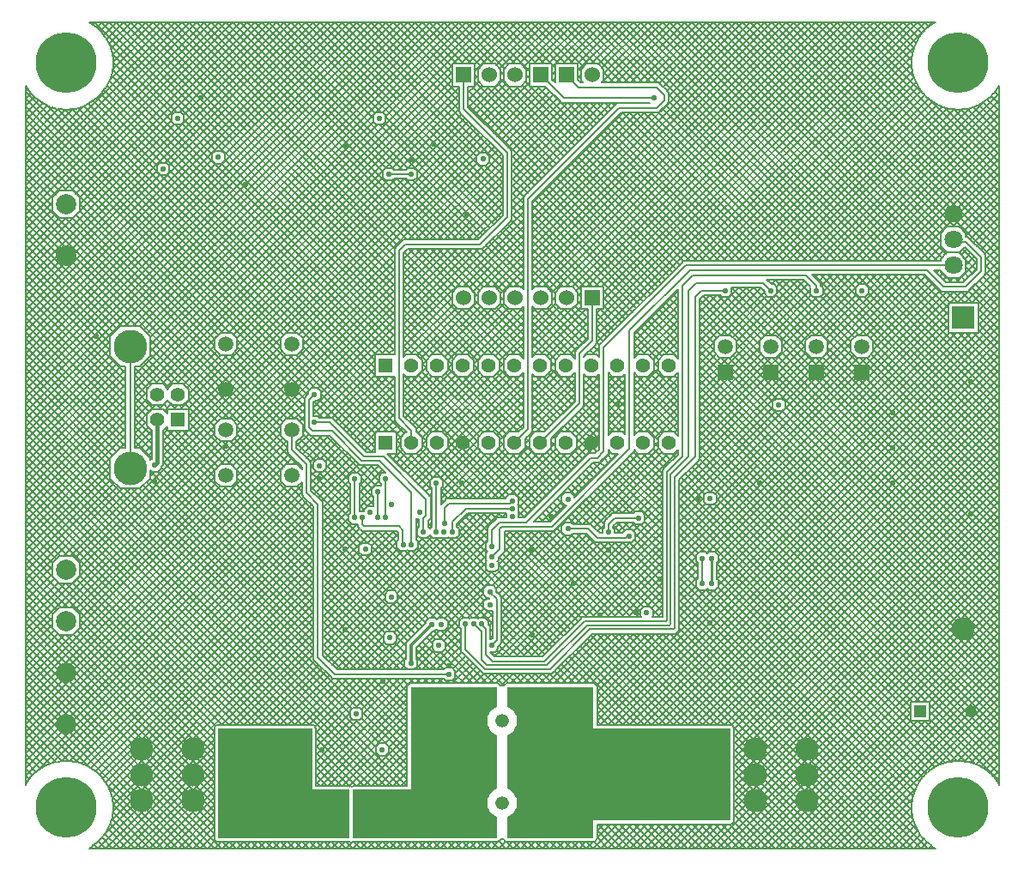
<source format=gbr>
%TF.GenerationSoftware,Altium Limited,Altium Designer,25.2.1 (25)*%
G04 Layer_Physical_Order=1*
G04 Layer_Color=255*
%FSLAX43Y43*%
%MOMM*%
%TF.SameCoordinates,14BE83A4-B3EB-4770-8DB1-726BE69DDD70*%
%TF.FilePolarity,Positive*%
%TF.FileFunction,Copper,L1,Top,Signal*%
%TF.Part,Single*%
G01*
G75*
%TA.AperFunction,NonConductor*%
%ADD10C,0.203*%
%TA.AperFunction,Conductor*%
%ADD11C,0.203*%
%ADD12C,0.250*%
%ADD13C,0.200*%
%ADD14C,0.300*%
%ADD15C,0.400*%
%TA.AperFunction,ComponentPad*%
%ADD16C,1.500*%
%ADD17R,1.500X1.500*%
%ADD18C,1.524*%
%ADD19R,1.524X1.524*%
%ADD20C,2.300*%
%ADD21C,1.200*%
%ADD22R,1.200X1.200*%
%ADD23C,2.400*%
%ADD24C,1.325*%
%ADD25C,1.800*%
%ADD26C,2.000*%
%ADD27C,1.425*%
%ADD28C,2.250*%
%ADD29R,1.408X1.408*%
%ADD30C,3.316*%
%ADD31C,1.408*%
%TA.AperFunction,ViaPad*%
%ADD32C,6.000*%
%TA.AperFunction,ComponentPad*%
%ADD33R,1.425X1.425*%
%ADD34R,2.250X2.250*%
%TA.AperFunction,ViaPad*%
%ADD35C,0.550*%
G36*
X28750Y6250D02*
X32400D01*
Y1500D01*
X19500D01*
Y12290D01*
X28750D01*
Y6250D01*
D02*
G37*
G36*
X47000Y14434D02*
X46801Y14352D01*
X46560Y14191D01*
X46354Y13985D01*
X46193Y13744D01*
X46082Y13475D01*
X46025Y13190D01*
Y12900D01*
X46082Y12615D01*
X46193Y12346D01*
X46354Y12105D01*
X46560Y11899D01*
X46801Y11738D01*
X47000Y11656D01*
Y6344D01*
X46801Y6262D01*
X46560Y6101D01*
X46354Y5895D01*
X46193Y5654D01*
X46082Y5385D01*
X46025Y5100D01*
Y4810D01*
X46082Y4525D01*
X46193Y4256D01*
X46354Y4015D01*
X46560Y3809D01*
X46801Y3648D01*
X47000Y3566D01*
Y1500D01*
X32800D01*
Y6250D01*
X38500D01*
Y16400D01*
X47000D01*
Y14434D01*
D02*
G37*
G36*
X56500Y12290D02*
X70040D01*
Y3210D01*
X56500D01*
Y1500D01*
X48000D01*
Y3566D01*
X48199Y3648D01*
X48440Y3809D01*
X48646Y4015D01*
X48807Y4256D01*
X48918Y4525D01*
X48975Y4810D01*
Y5100D01*
X48918Y5385D01*
X48807Y5654D01*
X48646Y5895D01*
X48440Y6101D01*
X48199Y6262D01*
X48000Y6344D01*
Y11656D01*
X48199Y11738D01*
X48440Y11899D01*
X48646Y12105D01*
X48807Y12346D01*
X48918Y12615D01*
X48975Y12900D01*
Y13190D01*
X48918Y13475D01*
X48807Y13744D01*
X48646Y13985D01*
X48440Y14191D01*
X48199Y14352D01*
X48000Y14434D01*
Y16400D01*
X56500D01*
Y12290D01*
D02*
G37*
D10*
X96345Y75440D02*
X96521Y75745D01*
X96391Y75519D02*
X96521Y75389D01*
X96442Y75608D02*
X96521Y75687D01*
X95978Y74960D02*
X96337Y75428D01*
X95747Y74727D02*
X96521Y73952D01*
X95366Y74389D02*
X96521Y73234D01*
X96088Y75104D02*
X96521Y74671D01*
X95551Y74532D02*
X95968Y74949D01*
X95072Y74163D02*
X95540Y74522D01*
X94550Y73860D02*
X95060Y74155D01*
X89940Y74155D02*
X90450Y73860D01*
X90463Y73854D02*
X91008Y73628D01*
X81268Y82021D02*
X96521Y66768D01*
X89571Y74437D02*
X96521Y67486D01*
X94947Y74090D02*
X96521Y72515D01*
X93992Y73628D02*
X94537Y73854D01*
X93408Y73471D02*
X93978Y73623D01*
X92809Y73391D02*
X93394Y73468D01*
X92500Y73390D02*
X92795Y73390D01*
X93410Y73471D02*
X96521Y70360D01*
X92773Y73390D02*
X96521Y69642D01*
X94486Y73833D02*
X96521Y71797D01*
X93977Y73623D02*
X96521Y71078D01*
X92033Y73412D02*
X96521Y68923D01*
X92205Y73390D02*
X92500D01*
X91022Y73623D02*
X91592Y73471D01*
X91606Y73468D02*
X92191Y73391D01*
X91132Y73594D02*
X96521Y68205D01*
X91965Y61792D02*
X96521Y66348D01*
X91374Y61792D02*
X92626D01*
X89889Y82021D02*
X90019Y81891D01*
X89940Y81845D02*
X90245Y82021D01*
X89171D02*
X89604Y81588D01*
X89460Y81478D02*
X89928Y81837D01*
X88452Y82021D02*
X89227Y81247D01*
X89032Y81051D02*
X89449Y81468D01*
X87015Y82021D02*
X88590Y80447D01*
X87734Y82021D02*
X88889Y80866D01*
X85578Y82021D02*
X88123Y79477D01*
X86297Y82021D02*
X88333Y79986D01*
X84142Y82021D02*
X87890Y78273D01*
X84860Y82021D02*
X87971Y78910D01*
X82705Y82021D02*
X88094Y76632D01*
X81986Y82021D02*
X88937Y75071D01*
X83423Y82021D02*
X87912Y77533D01*
X88663Y80572D02*
X89022Y81040D01*
X88360Y75950D02*
X88655Y75440D01*
X88360Y80050D02*
X88655Y80560D01*
X88128Y76508D02*
X88354Y75963D01*
X89032Y74949D02*
X89449Y74532D01*
X89460Y74522D02*
X89928Y74163D01*
X88663Y75428D02*
X89022Y74960D01*
X88128Y79492D02*
X88354Y80037D01*
X87971Y78908D02*
X88123Y79478D01*
X87891Y78309D02*
X87968Y78894D01*
X87890Y78295D02*
X87890Y78000D01*
X87891Y77691D02*
X87968Y77106D01*
X87971Y77092D02*
X88123Y76522D01*
X87890Y77705D02*
Y78000D01*
X93252Y60923D02*
X96521Y64192D01*
X93635Y60588D02*
X96521Y63474D01*
X92655Y61763D02*
X96521Y65629D01*
X93014Y61403D02*
X96521Y64911D01*
X87190Y58453D02*
X96521Y67785D01*
X87908Y58453D02*
X96521Y67066D01*
X86472Y58453D02*
X96521Y68503D01*
X93994Y60229D02*
X96521Y62756D01*
X82880Y58453D02*
X96521Y72095D01*
X83598Y58453D02*
X96521Y71377D01*
X81443Y58453D02*
X96521Y73532D01*
X82161Y58453D02*
X96521Y72813D01*
X85035Y58453D02*
X96521Y69940D01*
X85753Y58453D02*
X96521Y69221D01*
X84316Y58453D02*
X96521Y70658D01*
X95195Y58556D02*
X96521Y59882D01*
X95195Y57837D02*
X96521Y59164D01*
X95195Y58574D02*
Y59028D01*
Y58574D02*
Y59028D01*
Y58755D02*
X96521Y57429D01*
X95195Y58036D02*
X96521Y56710D01*
X95195Y57631D02*
Y58574D01*
X94713Y59510D02*
X96521Y61319D01*
X95072Y59151D02*
X96521Y60600D01*
X94354Y59869D02*
X96521Y62037D01*
X93658Y60565D02*
X94969Y59254D01*
X95195Y59028D01*
X92403Y54327D02*
X96521Y58445D01*
X94969Y59254D02*
X95195Y59028D01*
X93252Y60791D02*
X93431D01*
X93658Y60565D01*
X93252Y60791D02*
Y61166D01*
Y60791D02*
X93431D01*
X93100Y59763D02*
X94289Y58574D01*
X92925Y59588D02*
X94289Y58224D01*
X93431Y60791D02*
X93658Y60565D01*
X92822Y59056D02*
X93314Y59549D01*
X92626Y61792D02*
X93252Y61166D01*
X90748Y59914D02*
X91374Y59288D01*
X90748Y61166D02*
X91374Y61792D01*
X90748Y59914D02*
Y61166D01*
X89345Y58453D02*
X90777Y59885D01*
X92626Y59288D02*
X93100Y59763D01*
X88627Y58453D02*
X90748Y60575D01*
X93252Y58049D02*
X94033Y58830D01*
X94289Y57631D02*
Y58574D01*
X92626Y59252D02*
X93252Y58626D01*
X93181Y58697D02*
X93674Y59189D01*
X93252Y58543D02*
X94226Y57568D01*
X93252Y57825D02*
X93867Y57209D01*
X93252Y57374D02*
Y58626D01*
X91374Y59252D02*
X92626D01*
X92543D02*
X93252Y58543D01*
X91374Y59288D02*
X92626D01*
X90748Y58626D02*
X91374Y59252D01*
X90064Y58453D02*
X91137Y59526D01*
X92254Y56333D02*
X94289Y58368D01*
X90748Y58453D02*
Y58626D01*
X71210Y82021D02*
X91440Y61792D01*
X71928Y82021D02*
X92158Y61792D01*
X69773Y82021D02*
X90748Y61046D01*
X70492Y82021D02*
X91048Y61465D01*
X67618Y82021D02*
X90881Y58758D01*
X68336Y82021D02*
X91240Y59118D01*
X62589Y82021D02*
X86157Y58453D01*
X69055Y82021D02*
X90748Y60328D01*
X58997Y82021D02*
X82565Y58453D01*
X59715Y82021D02*
X83284Y58453D01*
X57560Y82021D02*
X81128Y58453D01*
X58278Y82021D02*
X81847Y58453D01*
X61152Y82021D02*
X84720Y58453D01*
X61871Y82021D02*
X85439Y58453D01*
X60434Y82021D02*
X84002Y58453D01*
X79113Y82021D02*
X96521Y64613D01*
X78394Y82021D02*
X96521Y63894D01*
X80550Y82021D02*
X96521Y66050D01*
X79831Y82021D02*
X96521Y65331D01*
X80006Y58453D02*
X96521Y74969D01*
X80724Y58453D02*
X96521Y74250D01*
X77676Y82021D02*
X96521Y63176D01*
X76957Y82021D02*
X96521Y62457D01*
X74802Y82021D02*
X96521Y60302D01*
X74084Y82021D02*
X96521Y59584D01*
X76239Y82021D02*
X96521Y61739D01*
X75521Y82021D02*
X96521Y61021D01*
X73365Y82021D02*
X96521Y58865D01*
X75695Y58453D02*
X90911Y73669D01*
X63295Y73413D02*
X78255Y58453D01*
X62367Y76017D02*
X68371Y82021D01*
X63024Y75956D02*
X69090Y82021D01*
X60930Y76017D02*
X66935Y82021D01*
X61648Y76017D02*
X67653Y82021D01*
X63952Y74728D02*
X71245Y82021D01*
X60753Y73081D02*
X75381Y58453D01*
X63384Y75597D02*
X69808Y82021D01*
X63743Y75238D02*
X70527Y82021D01*
X50490Y60548D02*
X71964Y82021D01*
X50490Y59829D02*
X72682Y82021D01*
X59493Y76017D02*
X65498Y82021D01*
X60211Y76017D02*
X66216Y82021D01*
X59316Y73081D02*
X73944Y58453D01*
X60034Y73081D02*
X74662Y58453D01*
X50490Y59111D02*
X73400Y82021D01*
X58939Y72740D02*
X73226Y58453D01*
X58580Y72381D02*
X72507Y58453D01*
X58221Y72021D02*
X71789Y58453D01*
X57861Y71662D02*
X71070Y58453D01*
X62190Y73081D02*
X76818Y58453D01*
X62908Y73081D02*
X77536Y58453D01*
X61471Y73081D02*
X76099Y58453D01*
X56425Y70225D02*
X68197Y58453D01*
X56065Y69866D02*
X67478Y58453D01*
X55706Y69507D02*
X66760Y58453D01*
X55347Y69148D02*
X66041Y58453D01*
X57502Y71303D02*
X70352Y58453D01*
X57143Y70944D02*
X69634Y58453D01*
X56784Y70584D02*
X68915Y58453D01*
X66356D02*
X89924Y82021D01*
X66900D02*
X90468Y58453D01*
X66181Y82021D02*
X89749Y58453D01*
X67074D02*
X88139Y79518D01*
X72647Y82021D02*
X96521Y58147D01*
X69230Y58453D02*
X87958Y77182D01*
X67793Y58453D02*
X87928Y78588D01*
X68511Y58453D02*
X87890Y77832D01*
X65463Y82021D02*
X89031Y58453D01*
X65637D02*
X89206Y82021D01*
X64026D02*
X87594Y58453D01*
X64744Y82021D02*
X88312Y58453D01*
X56840Y51092D02*
X87769Y82021D01*
X56840Y50374D02*
X88487Y82021D01*
X56840Y51811D02*
X87050Y82021D01*
X76414Y58453D02*
X91465Y73505D01*
X77132Y58453D02*
X92084Y73405D01*
X74258Y58453D02*
X89953Y74148D01*
X74977Y58453D02*
X90408Y73885D01*
X79287Y58453D02*
X94892Y74058D01*
X78569Y58453D02*
X93652Y73536D01*
X77851Y58453D02*
X92787Y73390D01*
X71385Y58453D02*
X88551Y75620D01*
X65847Y58453D02*
X90748D01*
X69948D02*
X88101Y76606D01*
X70666Y58453D02*
X88302Y76089D01*
X72822Y58453D02*
X89174Y74806D01*
X73540Y58453D02*
X89544Y74457D01*
X72103Y58453D02*
X88843Y75193D01*
X55900Y55900D02*
X82021Y82021D01*
X56618Y55900D02*
X82740Y82021D01*
X53744Y55900D02*
X79866Y82021D01*
X55900Y55900D02*
X82021Y82021D01*
X54793Y55511D02*
X81303Y82021D01*
X57336Y55900D02*
X83458Y82021D01*
X52422Y55295D02*
X79148Y82021D01*
X54434Y55871D02*
X80585Y82021D01*
X50490Y56955D02*
X75556Y82021D01*
X50490Y56237D02*
X76274Y82021D01*
X50490Y58392D02*
X74119Y82021D01*
X50490Y57674D02*
X74837Y82021D01*
X51589Y55900D02*
X77711Y82021D01*
X52086Y55678D02*
X78429Y82021D01*
X50871Y55900D02*
X76992Y82021D01*
X63952Y74911D02*
X80410Y58453D01*
X63952Y74193D02*
X79691Y58453D01*
X63654Y73772D02*
X78973Y58453D01*
X65393D02*
X65847D01*
X65167Y58227D02*
X65393Y58453D01*
X65847D01*
X65167Y58227D02*
X65393Y58453D01*
X57502Y54628D02*
X84895Y82021D01*
X63307D02*
X86876Y58453D01*
X57502Y55346D02*
X84177Y82021D01*
X54988Y68788D02*
X65358Y58418D01*
X57502Y53909D02*
X85614Y82021D01*
X56840Y52529D02*
X86332Y82021D01*
X57304Y50364D02*
X65167Y58227D01*
X94969Y56951D02*
X95195Y57177D01*
X94969Y56951D02*
X95195Y57177D01*
Y57631D01*
Y57177D02*
Y57631D01*
Y57318D02*
X96521Y55992D01*
X94906Y56888D02*
X96521Y55273D01*
X93118Y57240D02*
X93508Y56850D01*
X93671Y55653D02*
X94969Y56951D01*
X90748Y57454D02*
X91454Y56748D01*
X92626D02*
X93252Y57374D01*
X90748D02*
X91374Y56748D01*
X90692Y56926D02*
X90944Y57178D01*
X92973Y56333D02*
X94289Y57649D01*
X92991Y56333D02*
X94289Y57631D01*
X90072Y57547D02*
X91286Y56333D01*
X92758Y56881D02*
X93149Y56491D01*
X92173Y56748D02*
X92588Y56333D01*
X91454Y56748D02*
X91869Y56333D01*
X91536D02*
X91951Y56748D01*
X93445Y55427D02*
X93671Y55653D01*
X93445Y55427D02*
X93671Y55653D01*
X92991Y55427D02*
X93445D01*
X92991D02*
X93445D01*
X91374Y56748D02*
X92626D01*
X91286Y56333D02*
X92991D01*
X91052Y56567D02*
X91303Y56819D01*
X90606Y55653D02*
X90832Y55427D01*
X91286D01*
X92991D01*
X90832D02*
X91286D01*
X90656Y57547D02*
X90748Y57454D01*
Y57374D02*
Y57547D01*
X90333Y57286D02*
X90594Y57547D01*
X90072D02*
X90748D01*
X83627Y55608D02*
X85096Y57078D01*
X89181D02*
X90606Y55653D01*
X82708Y56127D02*
X83659Y57078D01*
X83370Y56070D02*
X84378Y57078D01*
X81785D02*
X82736Y56127D01*
X78820Y56338D02*
X78953Y56205D01*
X78727Y56432D02*
X78820Y56338D01*
X78953Y56205D01*
X79127Y55419D02*
X80786Y57078D01*
X81067D02*
X82373Y55771D01*
X78957Y55968D02*
X80067Y57078D01*
X83627Y55187D02*
Y55813D01*
X90606Y55653D02*
X90832Y55427D01*
X82687Y56127D02*
X83313D01*
X83627Y55813D01*
X83313Y54873D02*
X83627Y55187D01*
X82687Y54873D02*
X83313D01*
X82373Y55187D02*
X82687Y54873D01*
X82373Y55813D02*
X82687Y56127D01*
X78953Y55972D02*
X79127Y55798D01*
X78953Y55972D02*
Y56205D01*
Y55972D02*
Y56205D01*
X82373Y55792D02*
X82708Y56127D01*
X82373Y55187D02*
Y55813D01*
X79127Y55172D02*
Y55798D01*
X93840Y54327D02*
X96521Y57008D01*
X94477Y54245D02*
X96521Y56290D01*
X93121Y54327D02*
X96521Y57727D01*
X94547Y56529D02*
X96521Y54555D01*
X93829Y55811D02*
X96521Y53118D01*
X93469Y55452D02*
X96521Y52400D01*
X94188Y56170D02*
X96521Y53836D01*
X94477Y53527D02*
X96521Y55571D01*
X85377Y57078D02*
X96521Y45934D01*
X92057Y55427D02*
X93158Y54327D01*
X91339Y55427D02*
X92439Y54327D01*
X91685D02*
X92785Y55427D01*
X83941Y57078D02*
X96521Y44497D01*
X83222Y57078D02*
X96521Y43778D01*
X84659Y57078D02*
X96521Y45215D01*
X94477Y52090D02*
X96521Y54135D01*
X94477Y53726D02*
X96521Y51681D01*
X94477Y52808D02*
X96521Y54853D01*
X94477Y51373D02*
Y54327D01*
Y52289D02*
X96521Y50244D01*
X94477Y51571D02*
X96521Y49526D01*
X94477Y53008D02*
X96521Y50963D01*
X91523Y51373D02*
X94477D01*
X93955D02*
X96521Y48807D01*
X92776Y55427D02*
X93876Y54327D01*
X91523D02*
X94477D01*
X92519Y51373D02*
X96521Y47371D01*
X91800Y51373D02*
X96521Y46652D01*
X93237Y51373D02*
X96521Y48089D01*
X86814Y57078D02*
X91523Y52369D01*
X88969Y57078D02*
X91721Y54327D01*
X88251Y57078D02*
X91523Y53805D01*
X87533Y57078D02*
X91523Y53087D01*
X86096Y57078D02*
X91523Y51650D01*
X84102Y49617D02*
X90372Y55887D01*
X83850Y50803D02*
X89653Y56606D01*
X84102Y50336D02*
X90012Y56247D01*
X82712Y51102D02*
X88688Y57078D01*
X79127Y55426D02*
X83451Y51102D01*
X78813Y54858D02*
X79127Y55172D01*
X78895Y54940D02*
X82732Y51102D01*
X79602Y50146D02*
X86533Y57078D01*
X83431Y51102D02*
X89294Y56965D01*
X79445Y50708D02*
X85815Y57078D01*
X91523Y51373D02*
Y54327D01*
Y54165D02*
X91685Y54327D01*
X82449Y51102D02*
X83551D01*
X84102Y50551D01*
Y49449D02*
Y50551D01*
X83551Y48898D02*
X84102Y49449D01*
X82449Y48898D02*
X83551D01*
X79085Y51067D02*
X82892Y54873D01*
X81898Y50551D02*
X82449Y51102D01*
X79051D02*
X79602Y50551D01*
Y49449D02*
Y50551D01*
X81898Y49449D02*
Y50551D01*
Y49449D02*
X82449Y48898D01*
X79051D02*
X79602Y49449D01*
X78715Y56444D02*
X79349Y57078D01*
X78081D02*
X89181D01*
X78356Y56803D02*
X78630Y57078D01*
X78594Y56565D02*
X78727Y56432D01*
X78727D02*
X78820Y56338D01*
X78727Y56432D02*
X78820Y56338D01*
X78594Y56565D02*
X78727Y56432D01*
X78594Y56565D02*
X78727Y56432D01*
X78081Y57078D02*
X78594Y56565D01*
X77229Y56570D02*
X77914Y55885D01*
X74087Y56127D02*
X74530Y56570D01*
X73610D02*
X77229D01*
X74627Y55229D02*
X75967Y56570D01*
X76546D02*
X77873Y55242D01*
X74559Y55880D02*
X75249Y56570D01*
X78727Y56432D02*
X78820Y56338D01*
X77873Y55172D02*
X78187Y54858D01*
X77873Y55798D02*
X77937Y55862D01*
X77873Y55172D02*
Y55798D01*
X78402Y51102D02*
X82430Y55130D01*
X77949Y51102D02*
X79051D01*
X78187Y54858D02*
X78813D01*
X74271Y54873D02*
X74627Y55229D01*
X74313Y54873D02*
X74627Y55187D01*
X74313Y56127D02*
X74627Y55813D01*
Y55187D02*
Y55813D01*
X74482Y55042D02*
X78422Y51102D01*
X74091D02*
X78017Y55028D01*
X73449Y51102D02*
X74551D01*
X73711Y56469D02*
X73812Y56570D01*
X73672D02*
X74115Y56127D01*
X73610Y56570D02*
X73692Y56488D01*
X73610Y56570D02*
X73692Y56488D01*
X74053Y56127D01*
X74313D01*
X73373Y55187D02*
Y55447D01*
Y55187D02*
X73687Y54873D01*
X73012Y55808D02*
X73373Y55447D01*
X72997Y55808D02*
X73373Y55432D01*
X70117Y55808D02*
X73012D01*
X70127Y55172D02*
Y55798D01*
X67001Y51196D02*
X71613Y55808D01*
X69062Y51102D02*
X73373Y55413D01*
X67001Y51914D02*
X70895Y55808D01*
X69813Y54858D02*
X70127Y55172D01*
X73687Y54873D02*
X74313D01*
X69013Y55032D02*
X69187Y54858D01*
X69813D01*
X70084Y55129D02*
X74111Y51102D01*
X69781D02*
X73620Y54941D01*
X68949Y51102D02*
X70051D01*
X67001Y53351D02*
X68682Y55032D01*
X67396D02*
X69013D01*
X67001Y54637D02*
X67396Y55032D01*
X67001Y54070D02*
X67963Y55032D01*
X67001Y52633D02*
X69227Y54858D01*
X67001Y53901D02*
X69801Y51102D01*
X67001Y53183D02*
X69082Y51102D01*
X75827Y56570D02*
X81898Y50499D01*
X78257Y54858D02*
X82232Y50884D01*
X75039Y50613D02*
X81504Y57078D01*
X74680Y50972D02*
X78566Y54858D01*
X75016Y44843D02*
X87251Y57078D01*
X75426Y44533D02*
X87970Y57078D01*
X75102Y49957D02*
X82223Y57078D01*
X75109Y56570D02*
X81898Y49780D01*
X72279Y55808D02*
X77467Y50620D01*
X73932Y54873D02*
X77826Y50979D01*
X70602Y50486D02*
X76686Y56570D01*
X71561Y55808D02*
X77398Y49970D01*
X67001Y45449D02*
X77676Y56123D01*
X67001Y44730D02*
X77873Y55602D01*
X70602Y49767D02*
X77317Y56482D01*
X77398Y49449D02*
X77949Y48898D01*
X79051D01*
X77398Y50551D02*
X77949Y51102D01*
X77398Y49449D02*
Y50551D01*
X75430Y43903D02*
Y44529D01*
X75116Y43589D02*
X75430Y43903D01*
X75116Y44843D02*
X75430Y44529D01*
X75102Y49449D02*
Y50551D01*
X74551Y48898D02*
X75102Y49449D01*
X74551Y51102D02*
X75102Y50551D01*
X73449Y48898D02*
X74551D01*
X74490Y44843D02*
X75116D01*
X74490Y43589D02*
X75116D01*
X70309Y49157D02*
X74623Y44843D01*
X70275Y50878D02*
X74271Y54873D01*
X69636Y54858D02*
X73421Y51074D01*
X68744Y55032D02*
X73062Y50714D01*
X70051Y51102D02*
X70602Y50551D01*
X72898D02*
X73449Y51102D01*
X72898Y49449D02*
Y50551D01*
X68398Y49449D02*
Y50551D01*
X70602Y49449D02*
Y50551D01*
X67001Y50478D02*
X72331Y55808D01*
X68398Y50551D02*
X68949Y51102D01*
X67001Y52464D02*
X68657Y50809D01*
X67001Y51746D02*
X68398Y50349D01*
X67001Y49759D02*
X73031Y55789D01*
X68026Y55032D02*
X72898Y50159D01*
X67001Y51028D02*
X68398Y49630D01*
X72898Y49449D02*
X73449Y48898D01*
X69849D02*
X74197Y44550D01*
X70051Y48898D02*
X70602Y49449D01*
X68949Y48898D02*
X70051D01*
X74176Y44529D02*
X74490Y44843D01*
X74176Y43903D02*
X74490Y43589D01*
X74176Y43903D02*
Y44529D01*
X68398Y49449D02*
X68949Y48898D01*
X67001Y47604D02*
X68622Y49225D01*
X67001Y49041D02*
X68398Y50438D01*
X67001Y48322D02*
X68398Y49719D01*
X67001Y44012D02*
X72898Y49909D01*
X67001Y46167D02*
X69733Y48898D01*
X67001Y46885D02*
X69014Y48898D01*
X57364Y77480D02*
X61906Y82021D01*
X57502Y76899D02*
X62624Y82021D01*
X56347Y77900D02*
X60469Y82021D01*
X57005Y77839D02*
X61187Y82021D01*
X56842D02*
X62846Y76017D01*
X57338D02*
X63342Y82021D01*
X55405D02*
X61410Y76017D01*
X56123Y82021D02*
X62128Y76017D01*
X54910Y77900D02*
X59032Y82021D01*
X54962Y77233D02*
X59750Y82021D01*
X53473Y77900D02*
X57595Y82021D01*
X54192Y77900D02*
X58313Y82021D01*
X53968D02*
X59973Y76017D01*
X54686Y82021D02*
X60691Y76017D01*
X53250Y82021D02*
X59254Y76017D01*
X62964D02*
X63190Y75791D01*
X62964Y76017D02*
X63190Y75791D01*
X62512Y76017D02*
X62964D01*
X62512D02*
X62964D01*
X63726Y75255D02*
X63952Y75029D01*
Y74577D02*
Y75029D01*
X63190Y75791D02*
X63726Y75255D01*
X63952Y75029D01*
X57502Y77051D02*
X58536Y76017D01*
X57289D02*
X62512D01*
X56945Y77900D02*
X57502Y77343D01*
X57289Y76017D02*
X57502Y76229D01*
X58056Y76017D02*
X64061Y82021D01*
X58774Y76017D02*
X64779Y82021D01*
X57502Y76332D02*
X57818Y76017D01*
X52755Y77900D02*
X56877Y82021D01*
X55831Y77900D02*
X56945D01*
X52531Y82021D02*
X56653Y77900D01*
X52734D02*
X54962D01*
Y76350D02*
Y77900D01*
X55274Y77343D02*
X55831Y77900D01*
X52734Y76039D02*
Y77900D01*
X52422Y77820D02*
X52734Y77508D01*
X51813Y82021D02*
X55935Y77900D01*
X52036D02*
X56158Y82021D01*
X51318Y77900D02*
X55440Y82021D01*
X52342Y77900D02*
X52422Y77820D01*
X51094Y82021D02*
X55524Y77592D01*
X52422Y77566D02*
X52734Y77879D01*
X52422Y76352D02*
Y77900D01*
X57502Y76229D02*
Y77343D01*
X55239Y76073D02*
X55335Y76169D01*
X55274Y76229D02*
Y77343D01*
X54962Y76717D02*
X55274Y76404D01*
Y76229D02*
X55487Y76017D01*
X55295D02*
X55487D01*
X54962Y76350D02*
X55295Y76017D01*
X54962Y77436D02*
X55274Y77123D01*
X54962Y76514D02*
X55274Y76827D01*
X52422Y76848D02*
X52734Y77161D01*
X52422Y77102D02*
X52734Y76789D01*
X52422Y76384D02*
X52734Y76071D01*
X52422Y76352D02*
X52734Y76039D01*
X52533Y76241D02*
X52734Y76442D01*
X63952Y74069D02*
Y74521D01*
Y74069D02*
Y74521D01*
Y74577D02*
Y75029D01*
X62013Y74047D02*
X62076Y73985D01*
X63726Y73843D02*
X63952Y74069D01*
X63726Y73843D02*
X63952Y74069D01*
X63190Y73307D02*
X63726Y73843D01*
X62964Y73081D02*
X63190Y73307D01*
X53821Y74047D02*
X62013D01*
X59281Y73985D02*
X62076D01*
X60506Y74047D02*
X60568Y73985D01*
X61053D02*
X61115Y74047D01*
X61771Y73985D02*
X61834Y74047D01*
X61943D02*
X62005Y73985D01*
X61224Y74047D02*
X61286Y73985D01*
X62964Y73081D02*
X63190Y73307D01*
X62512Y73081D02*
X62964D01*
X59281D02*
X62512D01*
X62964D01*
X54629Y68429D02*
X64999Y58059D01*
X54269Y68070D02*
X64640Y57700D01*
X53910Y67711D02*
X64281Y57340D01*
X53551Y67352D02*
X63921Y56981D01*
X53192Y66992D02*
X63562Y56622D01*
X52833Y66633D02*
X63203Y56263D01*
X52473Y66274D02*
X62844Y55904D01*
X52114Y65915D02*
X62485Y55544D01*
X51755Y65556D02*
X62125Y55185D01*
X51396Y65196D02*
X61766Y54826D01*
X58898Y73985D02*
X58960Y74047D01*
X59069D02*
X59131Y73985D01*
X57632Y74047D02*
X58262Y73417D01*
X58350Y74047D02*
X58621Y73776D01*
X56195Y74047D02*
X57543Y72699D01*
X56914Y74047D02*
X57903Y73058D01*
X54758Y74047D02*
X56825Y71980D01*
X55477Y74047D02*
X57184Y72339D01*
X53141Y74273D02*
X53367Y74047D01*
X53821D01*
X51742Y75672D02*
X53141Y74273D01*
X53367Y74047D01*
X51696Y75672D02*
X56106Y71262D01*
X54040Y74047D02*
X56466Y71621D01*
X53367Y74047D02*
X53821D01*
X59616Y73985D02*
X59678Y74047D01*
X59787D02*
X59849Y73985D01*
X58829D02*
X59281D01*
X58829D02*
X59281D01*
X60335D02*
X60397Y74047D01*
X58603Y73759D02*
X58829Y73985D01*
X58603Y73759D02*
X58829Y73985D01*
X53291Y55900D02*
X54405D01*
X55274D02*
X57502D01*
X51865D02*
X52422Y55343D01*
X52734D02*
X53291Y55900D01*
X55274Y53672D02*
Y55900D01*
X57502Y53672D02*
Y55900D01*
X54405D02*
X54962Y55343D01*
X49163Y77900D02*
X53285Y82021D01*
X49657D02*
X53779Y77900D01*
X48939Y82021D02*
X53061Y77900D01*
X50194D02*
X52422D01*
X50600D02*
X54721Y82021D01*
X49433Y75780D02*
X55029Y70184D01*
X49603Y77621D02*
X54003Y82021D01*
X50376D02*
X54498Y77900D01*
X48221Y82021D02*
X52342Y77900D01*
X48444D02*
X52566Y82021D01*
X47502D02*
X51624Y77900D01*
X47255Y77429D02*
X51848Y82021D01*
X47342Y76435D02*
X54310Y69466D01*
X47085Y75973D02*
X53951Y69107D01*
X46673Y71099D02*
X51246Y75672D01*
X50259D02*
X55388Y70543D01*
X50977Y75672D02*
X55747Y70903D01*
X50194Y75672D02*
X51742D01*
X48822D02*
X54670Y69825D01*
X48458Y66418D02*
X56086Y74047D01*
X48458Y65700D02*
X56805Y74047D01*
X48458Y67855D02*
X54649Y74047D01*
X48458Y67137D02*
X55368Y74047D01*
X47751Y70022D02*
X52572Y74843D01*
X48110Y69663D02*
X52931Y74483D01*
X47032Y70740D02*
X51853Y75561D01*
X47392Y70381D02*
X52212Y75202D01*
X46667Y75672D02*
X53592Y68747D01*
X48458Y68573D02*
X53931Y74047D01*
X48458Y69292D02*
X53290Y74124D01*
X49882Y77182D02*
X50194Y77494D01*
X49882Y76463D02*
X50194Y76776D01*
X48211Y77900D02*
X49325D01*
X49882Y77343D01*
X50194Y75672D02*
Y77900D01*
X49882Y76768D02*
X50194Y76455D01*
X47654Y76229D02*
Y77343D01*
X49882Y76229D02*
Y77343D01*
X46784Y82021D02*
X50906Y77900D01*
X46896Y77788D02*
X51129Y82021D01*
X46785Y77900D02*
X47342Y77343D01*
X47654D02*
X48211Y77900D01*
X47342Y77153D02*
X47654Y76840D01*
X47342Y76797D02*
X47654Y77110D01*
X47342Y76229D02*
Y77343D01*
X50194Y75737D02*
X50259Y75672D01*
X48458Y68853D02*
X51078Y66233D01*
X49325Y75672D02*
X49882Y76229D01*
X49792Y76140D02*
X50194Y75737D01*
X48458Y68134D02*
X50718Y65874D01*
X48458Y67416D02*
X50359Y65514D01*
X48458Y66698D02*
X50000Y65155D01*
X48211Y75672D02*
X49325D01*
X48232Y69541D02*
X48458Y69315D01*
X46785Y75672D02*
X47342Y76229D01*
X47654D02*
X48211Y75672D01*
X48458Y68863D02*
Y69315D01*
Y68863D02*
Y69315D01*
X48232Y69541D02*
X48458Y69315D01*
X50490Y62703D02*
X60868Y73081D01*
X50490Y61984D02*
X61587Y73081D01*
X50490Y64140D02*
X59431Y73081D01*
X50490Y63421D02*
X60150Y73081D01*
X50490Y61266D02*
X62305Y73081D01*
X51036Y64837D02*
X61407Y54467D01*
X50677Y64478D02*
X61048Y54107D01*
X50490Y55638D02*
Y64290D01*
X48458Y64981D02*
X57523Y74047D01*
X49812Y64968D02*
X58603Y73759D01*
X48458Y65979D02*
X49641Y64796D01*
X49586Y64742D02*
X49812Y64968D01*
X48458Y64263D02*
X58242Y74047D01*
X50490Y64290D02*
X59281Y73081D01*
X49586Y64742D02*
X49812Y64968D01*
X50490Y59637D02*
X54227Y55900D01*
X50490Y58918D02*
X53508Y55900D01*
X50490Y56763D02*
X51353Y55900D01*
X50490Y56044D02*
X50693Y55841D01*
X50490Y58200D02*
X53040Y55649D01*
X50490Y57481D02*
X52734Y55237D01*
X50490Y55638D02*
X50751Y55900D01*
X50490Y62510D02*
X57100Y55900D01*
X50490Y61792D02*
X56382Y55900D01*
X50490Y61073D02*
X55663Y55900D01*
X47032Y55653D02*
X49586Y58207D01*
X50490Y63947D02*
X60688Y53748D01*
X50490Y63229D02*
X60329Y53389D01*
X50490Y60355D02*
X55274Y55570D01*
X48458Y62826D02*
X49586Y63955D01*
X48458Y63824D02*
X49586Y62695D01*
Y64290D02*
Y64742D01*
Y64290D02*
Y64742D01*
Y55638D02*
Y64290D01*
X48458Y63105D02*
X49586Y61977D01*
X48458Y62512D02*
Y62964D01*
Y62512D02*
Y62964D01*
Y63544D02*
X49586Y64673D01*
X48458Y64542D02*
X49586Y63413D01*
X47554Y62964D02*
Y68863D01*
X48458Y65261D02*
X49586Y64132D01*
X48232Y62286D02*
X48458Y62512D01*
X48232Y62286D02*
X48458Y62512D01*
Y62964D02*
Y68863D01*
X48036Y62090D02*
X49586Y60540D01*
X47677Y61731D02*
X49586Y59821D01*
X48395Y62450D02*
X49586Y61258D01*
X48211Y55900D02*
X49325D01*
X49379Y55845D02*
X49586Y56052D01*
X49325Y55900D02*
X49586Y55638D01*
X48715Y55900D02*
X49586Y56771D01*
X46599Y60654D02*
X49586Y57666D01*
X46560Y55900D02*
X49586Y58926D01*
X47317Y61372D02*
X49586Y59103D01*
X46958Y61013D02*
X49586Y58385D01*
X47342Y55244D02*
X49586Y57489D01*
X47654Y55343D02*
X48211Y55900D01*
X46785D02*
X47342Y55343D01*
X63968Y54779D02*
X64825Y53922D01*
X63609Y54420D02*
X64825Y53204D01*
X64686Y55498D02*
X64825Y55359D01*
X64327Y55138D02*
X64825Y54641D01*
X60524Y49748D02*
X64825Y54048D01*
X62531Y53342D02*
X64825Y51049D01*
X63250Y54061D02*
X64825Y52486D01*
X62890Y53702D02*
X64825Y51767D01*
X57502Y55498D02*
X59970Y53030D01*
X57502Y54780D02*
X59611Y52671D01*
X57502Y54061D02*
X59252Y52311D01*
X57172Y53672D02*
X58892Y51952D01*
X60524Y51185D02*
X64825Y55485D01*
X60524Y50466D02*
X64825Y54767D01*
X60524Y51335D02*
X64825Y55636D01*
X61813Y52624D02*
X64825Y49612D01*
X63552Y49184D02*
X64825Y50456D01*
X62172Y52983D02*
X64825Y50330D01*
X63408Y49184D02*
X64472D01*
X61454Y52265D02*
X64825Y48894D01*
X64731Y48926D02*
X64825Y49020D01*
X62024Y49092D02*
X64825Y51893D01*
X64271Y49184D02*
X64825Y49738D01*
X61094Y51906D02*
X63816Y49184D01*
X60868D02*
X61932D01*
X60524Y50320D02*
X61661Y49184D01*
X60524Y49602D02*
X60942Y49184D01*
X60524Y49029D02*
X64825Y53330D01*
X61397Y49184D02*
X64825Y52612D01*
X60735Y51546D02*
X63253Y49029D01*
X56840Y52568D02*
X58174Y51234D01*
X56840Y51850D02*
X57815Y50875D01*
X56840Y51131D02*
X57456Y50515D01*
X56840Y50320D02*
Y50772D01*
X57078Y50138D02*
X57304Y50364D01*
X57078Y50138D02*
X57304Y50364D01*
X56840Y50320D02*
Y50772D01*
Y50413D02*
X57096Y50156D01*
X56840Y53672D02*
X57502D01*
X56840Y53287D02*
X58533Y51593D01*
X55735Y53672D02*
X55936Y53471D01*
X56840Y53247D02*
X57265Y53672D01*
X56840Y50772D02*
Y53672D01*
X56614Y50094D02*
X56840Y50320D01*
X55936Y50772D02*
Y53672D01*
X57078Y49684D02*
Y50138D01*
X56527Y50007D02*
X57078Y49456D01*
X56614Y50094D02*
X56840Y50320D01*
X57078Y49684D02*
Y50138D01*
Y48959D02*
Y49684D01*
X56852Y49184D02*
X57078Y48959D01*
X56969Y49067D02*
X57078Y49175D01*
X56368Y49184D02*
X57078Y49894D01*
X55788Y49184D02*
X56852D01*
X56168Y49648D02*
X56632Y49184D01*
X55808Y49289D02*
X55913Y49184D01*
X55570Y49050D02*
X56614Y50094D01*
X55570Y48965D02*
X55788Y49184D01*
X55570Y48965D02*
Y49050D01*
X64825Y48832D02*
Y55636D01*
X64472Y49184D02*
X64825Y48832D01*
X62876Y48652D02*
X63408Y49184D01*
X62464Y48096D02*
X62876Y48508D01*
Y47588D02*
Y48652D01*
X62464Y47662D02*
X64825Y45301D01*
X62464Y47588D02*
Y48652D01*
Y48380D02*
X62876Y47968D01*
X62383Y48733D02*
X64825Y51175D01*
X60524Y51039D02*
X62894Y48669D01*
X60524Y48840D02*
Y51335D01*
Y48840D02*
X60868Y49184D01*
X60524Y45437D02*
X62876Y47789D01*
X61932Y47056D02*
X62464Y47588D01*
X61932Y49184D02*
X62464Y48652D01*
X64472Y47056D02*
X64825Y47408D01*
X64490Y47073D02*
X64825Y46738D01*
X62876Y47588D02*
X63408Y47056D01*
X64472D01*
X62142Y47266D02*
X64825Y44583D01*
X61634Y47056D02*
X64825Y43865D01*
X63789Y47056D02*
X64825Y46020D01*
X60524Y46156D02*
X61424Y47056D01*
X60868D02*
X61932D01*
X60524Y47400D02*
X60868Y47056D01*
X60524Y46874D02*
X60787Y47137D01*
X60524Y44719D02*
X63135Y47329D01*
X60524Y44001D02*
X63579Y47056D01*
X57984Y47113D02*
X59618Y45479D01*
X57984Y47400D02*
X58328Y47056D01*
X59392D01*
X57984Y47208D02*
X58080Y47304D01*
X56852Y47056D02*
X57078Y47281D01*
X59392Y47056D02*
X59618Y47281D01*
X59435Y47099D02*
X59618Y46916D01*
X57984Y46489D02*
X58551Y47056D01*
X57984Y45771D02*
X59269Y47056D01*
X55788D02*
X56852D01*
X56605D02*
X57078Y46583D01*
X55570Y47274D02*
X55788Y47056D01*
X55570Y46949D02*
X55733Y47111D01*
X55570Y46230D02*
X56395Y47056D01*
X55886D02*
X57078Y45864D01*
X55570Y44603D02*
Y47274D01*
X57984Y46395D02*
X59618Y44761D01*
X57984Y44334D02*
X59618Y45968D01*
X58760Y47056D02*
X59618Y46198D01*
X57984Y45053D02*
X59618Y46686D01*
X57984Y45676D02*
X59618Y44043D01*
X57984Y43616D02*
X59618Y45249D01*
X55570Y44152D02*
Y44603D01*
Y44793D02*
X57078Y46301D01*
X55570Y45936D02*
X57078Y44427D01*
X55570Y45512D02*
X57078Y47020D01*
X55570Y46654D02*
X57078Y45146D01*
X55570Y45217D02*
X57078Y43709D01*
X55344Y43926D02*
X55570Y44152D01*
Y44603D01*
X54962Y55165D02*
X55274Y54852D01*
X54962Y54243D02*
X55274Y54556D01*
X54962Y54962D02*
X55274Y55274D01*
X54962Y54962D02*
X55274Y55274D01*
X54962Y54446D02*
X55274Y54133D01*
X54711Y53978D02*
X55936Y52753D01*
X54962Y54229D02*
Y55343D01*
X54405Y53672D02*
X54962Y54229D01*
X54391Y53672D02*
X54962Y54243D01*
X52363Y54171D02*
X55849Y50685D01*
X52734Y54229D02*
X53291Y53672D01*
X50490Y51208D02*
X53123Y53841D01*
X50490Y53889D02*
X54772Y49607D01*
X52004Y53812D02*
X55490Y50326D01*
X50490Y50490D02*
X53672Y53672D01*
X53580D02*
X55936Y51316D01*
X54892Y49728D02*
X55936Y50772D01*
X55274Y53672D02*
X55936D01*
X54299D02*
X55936Y52035D01*
X54213Y49184D02*
X55936Y50907D01*
X54666Y49502D02*
X54892Y49728D01*
X54666Y49502D02*
X54892Y49728D01*
X53291Y53672D02*
X54405D01*
X51425D02*
X55131Y49966D01*
X50490Y50490D02*
X53672Y53672D01*
X50490Y49771D02*
X54391Y53672D01*
X53495Y49184D02*
X55936Y51626D01*
X53248Y49184D02*
X54312D01*
X50490Y52452D02*
X53758Y49184D01*
X52422Y54577D02*
X52734Y54890D01*
X52422Y54831D02*
X52734Y54518D01*
X50751Y55900D02*
X51865D01*
X52422Y54229D02*
Y55343D01*
X52734Y54229D02*
Y55343D01*
X50490Y51926D02*
X52763Y54200D01*
X51865Y53672D02*
X52422Y54229D01*
X49325Y53672D02*
X49586Y53934D01*
X47654Y54229D02*
Y55343D01*
X47342Y54526D02*
X47654Y54839D01*
X47342Y54229D02*
Y55343D01*
Y54882D02*
X47654Y54569D01*
Y54229D02*
X48211Y53672D01*
X47309Y54196D02*
X49586Y51919D01*
X46785Y53672D02*
X47342Y54229D01*
X50490Y53363D02*
X50799Y53672D01*
X50751D02*
X51865D01*
X50490Y53934D02*
X50751Y53672D01*
X49270D02*
X49586Y53356D01*
X50490Y52645D02*
X51517Y53672D01*
X50490Y50297D02*
X51603Y49184D01*
X50490Y49579D02*
X50884Y49184D01*
X46950Y53837D02*
X49586Y51200D01*
X48551Y53672D02*
X49586Y52637D01*
X48211Y53672D02*
X49325D01*
X48168Y49184D02*
X49232D01*
X49184D02*
X49586Y49586D01*
X49184Y49184D02*
X49586Y49586D01*
X48466Y49184D02*
X49586Y50305D01*
X54312Y49184D02*
X54666Y48830D01*
Y49050D01*
Y49502D01*
Y49050D02*
Y49502D01*
X52716Y48652D02*
X53248Y49184D01*
X52716Y47588D02*
Y48652D01*
X52304Y48482D02*
X52716Y48071D01*
X52304Y47994D02*
X52716Y48406D01*
X51339Y49184D02*
X55828Y53672D01*
X51915Y49041D02*
X55936Y53063D01*
X50490Y49053D02*
X55274Y53838D01*
X50490Y51734D02*
X53144Y49080D01*
X50490Y53171D02*
X54666Y48994D01*
X52274Y48682D02*
X55936Y52344D01*
X50490Y51016D02*
X52785Y48720D01*
X54312Y47056D02*
X54666Y47410D01*
X54381Y47124D02*
X54666Y46839D01*
X52716Y47588D02*
X53248Y47056D01*
X54312D01*
X54666Y44603D02*
Y47410D01*
X55344Y43926D02*
X55570Y44152D01*
X53731Y47056D02*
X54666Y46120D01*
X52304Y47764D02*
X54666Y45402D01*
X52033Y47317D02*
X54666Y44683D01*
X50490Y45461D02*
X52716Y47687D01*
X50490Y44742D02*
X53026Y47278D01*
X50857Y47056D02*
X53988Y43925D01*
X51576Y47056D02*
X54347Y44284D01*
X50490Y44024D02*
X53522Y47056D01*
X50490Y48965D02*
X50708Y49184D01*
X51772D01*
X50490Y48965D02*
Y53934D01*
X49232Y49184D02*
X49586Y48830D01*
X51772Y49184D02*
X52304Y48652D01*
Y47588D02*
Y48652D01*
X49586Y48830D02*
Y53934D01*
X47636Y47588D02*
Y48652D01*
X46861Y49016D02*
X49586Y51742D01*
X47220Y48657D02*
X49586Y51023D01*
X46692Y49184D02*
X47224Y48652D01*
X47636D02*
X48168Y49184D01*
X47224Y48533D02*
X47636Y48122D01*
X47224Y47943D02*
X47636Y48355D01*
X47224Y47588D02*
Y48652D01*
X51772Y47056D02*
X52304Y47588D01*
X50708Y47056D02*
X51772D01*
X49232D02*
X49586Y47410D01*
X50490Y47274D02*
X50708Y47056D01*
X50490Y46897D02*
X50678Y47086D01*
X50490Y46179D02*
X51366Y47056D01*
X49326Y47150D02*
X49586Y46890D01*
X48168Y47056D02*
X49232D01*
X48702D02*
X49586Y46171D01*
X46692Y47056D02*
X47224Y47588D01*
X47636D02*
X48168Y47056D01*
X46979Y47342D02*
X49586Y44735D01*
X46547Y47056D02*
X49586Y44016D01*
X47224Y47815D02*
X49586Y45453D01*
X80348Y57078D02*
X96521Y40905D01*
X83271Y54873D02*
X96521Y41623D01*
X82504Y57078D02*
X96521Y43060D01*
X83627Y55236D02*
X96521Y42342D01*
X78193Y57078D02*
X96521Y38750D01*
X74627Y55615D02*
X96521Y33721D01*
X79630Y57078D02*
X96521Y40186D01*
X78912Y57078D02*
X96521Y39468D01*
X74391Y56570D02*
X96521Y34439D01*
X70842Y55808D02*
X96521Y30128D01*
X67001Y41138D02*
X82941Y57078D01*
X67001Y40420D02*
X82373Y55792D01*
X70124Y55808D02*
X96521Y29410D01*
X67683Y29606D02*
X91523Y53447D01*
X67085Y29727D02*
X91523Y54165D01*
X83884Y49232D02*
X96521Y36594D01*
X83499Y48898D02*
X96521Y35876D01*
X84102Y50451D02*
X96521Y38031D01*
X84102Y49732D02*
X96521Y37313D01*
X79479Y49326D02*
X96521Y32284D01*
X79120Y48967D02*
X96521Y31565D01*
X79602Y49922D02*
X96521Y33002D01*
X82780Y48898D02*
X96521Y35157D01*
X64969Y30485D02*
X83383Y48898D01*
X78470D02*
X96521Y30847D01*
X68494Y35446D02*
X82197Y49150D01*
X68627Y34861D02*
X82664Y48898D01*
X68826Y29313D02*
X91523Y52010D01*
X75102Y50111D02*
X96521Y28692D01*
X68517Y29722D02*
X91523Y52729D01*
X67001Y38983D02*
X77433Y49415D01*
X67001Y41856D02*
X74043Y48898D01*
X67001Y43293D02*
X73028Y49320D01*
X67001Y42575D02*
X73387Y48961D01*
X67956Y35627D02*
X81898Y49569D01*
X67373Y35313D02*
X67687Y35627D01*
X67001Y38889D02*
Y39343D01*
Y38889D02*
Y39343D01*
Y39701D02*
X77398Y50098D01*
X66775Y38663D02*
X67001Y38889D01*
Y39343D02*
Y54637D01*
X66775Y38663D02*
X67001Y38889D01*
X65886Y37774D02*
X68034Y35627D01*
X65527Y37415D02*
X67501Y35441D01*
X65168Y37056D02*
X67373Y34850D01*
X68627Y34687D02*
Y35313D01*
X68313Y34373D02*
X68627Y34687D01*
X68313Y35627D02*
X68627Y35313D01*
X67687Y34373D02*
X68313D01*
X67886Y29727D02*
X68513D01*
X68826Y29413D01*
X67724Y29565D02*
X67886Y29727D01*
X67687Y35627D02*
X68313D01*
X64969Y31203D02*
X68139Y34373D01*
X67373Y34687D02*
Y35313D01*
Y34687D02*
X67687Y34373D01*
X64969Y32944D02*
X68186Y29727D01*
X66936D02*
X67562D01*
X66622Y29413D02*
X66936Y29727D01*
X67967Y12648D02*
X96521Y41203D01*
X68685Y12648D02*
X96521Y40485D01*
X75074Y49421D02*
X96521Y27973D01*
X67248Y12648D02*
X96521Y41921D01*
Y6755D02*
Y75745D01*
X67001Y39533D02*
X96521Y10013D01*
X69404Y12648D02*
X96521Y39766D01*
X70109Y12635D02*
X96521Y39048D01*
X65812Y12648D02*
X96521Y43358D01*
X66530Y12648D02*
X96521Y42640D01*
X65093Y12648D02*
X96521Y44077D01*
X67001Y42407D02*
X96521Y12886D01*
X67001Y40970D02*
X96521Y11450D01*
X67001Y40251D02*
X96521Y10731D01*
X67001Y41688D02*
X96521Y12168D01*
X70398Y7177D02*
X96521Y33300D01*
X70398Y6459D02*
X96521Y32582D01*
X70398Y8614D02*
X96521Y34737D01*
X70398Y7896D02*
X96521Y34019D01*
X70398Y5022D02*
X96521Y31145D01*
X70398Y4304D02*
X96521Y30427D01*
X70398Y5741D02*
X96521Y31863D01*
X70398Y10770D02*
X96521Y36892D01*
X70398Y10051D02*
X96521Y36174D01*
X70398Y12206D02*
X96521Y38329D01*
X70398Y11488D02*
X96521Y37611D01*
X66964Y38852D02*
X96521Y9294D01*
X66605Y38493D02*
X96521Y8576D01*
X70398Y9333D02*
X96521Y35456D01*
X74714Y49062D02*
X96521Y27255D01*
X74159Y48898D02*
X96521Y26536D01*
X68676Y27726D02*
X92323Y51373D01*
X68704Y27036D02*
X93042Y51373D01*
X70602Y49583D02*
X96521Y23663D01*
X69130Y48898D02*
X96521Y21507D01*
X68826Y26439D02*
X93760Y51373D01*
X70602Y50301D02*
X96521Y24381D01*
X67001Y54620D02*
X96521Y25100D01*
X67001Y50309D02*
X96521Y20789D01*
X67352Y54988D02*
X96521Y25818D01*
X68676Y28445D02*
X91605Y51373D01*
X67001Y48872D02*
X96521Y19352D01*
X67001Y48154D02*
X96521Y18634D01*
X67001Y49591D02*
X96521Y20071D01*
X75430Y44036D02*
X96521Y22944D01*
X75137Y43610D02*
X96521Y22226D01*
X68627Y35034D02*
X88709Y14952D01*
X68441Y34501D02*
X87990Y14952D01*
X67001Y43843D02*
X96521Y14323D01*
X67001Y43125D02*
X96521Y13605D01*
X67850Y34373D02*
X87798Y14425D01*
X67001Y45999D02*
X96521Y16478D01*
X67001Y45280D02*
X96521Y15760D01*
X67001Y47436D02*
X96521Y17915D01*
X67001Y46717D02*
X96521Y17197D01*
X67001Y44562D02*
X96521Y15042D01*
X64969Y33662D02*
X90160Y8472D01*
X66245Y38134D02*
X89427Y14952D01*
X64825Y41212D02*
Y47408D01*
X62165Y41331D02*
X64825Y43991D01*
X60961Y41564D02*
X64825Y45427D01*
X61680Y41564D02*
X64825Y44709D01*
X64969Y36232D02*
X77792Y49055D01*
X64969Y35514D02*
X78354Y48898D01*
X64969Y34796D02*
X74176Y44003D01*
X64969Y34077D02*
X74486Y43593D01*
X60524Y42564D02*
X64825Y46864D01*
X60524Y46728D02*
X64825Y42428D01*
X60524Y43282D02*
X64298Y47056D01*
X60915D02*
X64825Y43146D01*
X60524Y41845D02*
X64825Y46146D01*
X60524Y46010D02*
X64825Y41709D01*
X60524Y45291D02*
X64252Y41564D01*
X64472D02*
X64825Y41212D01*
X64708Y39671D02*
X64825Y39554D01*
X63835Y41564D02*
X64825Y42554D01*
X64513Y41523D02*
X64825Y41835D01*
Y39343D02*
Y39788D01*
X64969Y36857D02*
X66775Y38663D01*
X64472Y39436D02*
X64825Y39788D01*
X64225Y39436D02*
X64571Y39089D01*
X62464Y40912D02*
X64825Y43272D01*
X63408Y39436D02*
X64472D01*
X63408Y41564D02*
X64472D01*
X63506Y39436D02*
X64212Y38730D01*
X58658Y33513D02*
X64825Y39680D01*
X63527Y38045D02*
X64825Y39343D01*
X62360Y39863D02*
X63853Y38371D01*
X62876Y41032D02*
X63408Y41564D01*
X62464Y40478D02*
X62876Y40066D01*
X62464Y39968D02*
Y41032D01*
Y40193D02*
X62876Y40605D01*
Y39968D02*
X63408Y39436D01*
X62001Y39504D02*
X63494Y38011D01*
X62876Y39968D02*
Y41032D01*
X61932Y39436D02*
X62464Y39968D01*
X60524Y44573D02*
X63533Y41564D01*
X60524Y43855D02*
X63112Y41267D01*
X60868Y41564D02*
X61932D01*
X62464Y41032D01*
X60524Y43136D02*
X62876Y40784D01*
X60470Y39598D02*
X63301Y36768D01*
X60868Y39436D02*
X61932D01*
X63301Y37819D02*
X63527Y38045D01*
X63301Y37819D02*
X63527Y38045D01*
X61351Y39436D02*
X63301Y37486D01*
Y37365D02*
Y37819D01*
Y37365D02*
Y37819D01*
X61489Y33471D02*
X63301Y35282D01*
X61273Y33687D02*
X61587Y33373D01*
X59393Y38520D02*
X63301Y34612D01*
X59033Y38161D02*
X63301Y33894D01*
X60111Y39239D02*
X63301Y36049D01*
X59752Y38880D02*
X63301Y35331D01*
X59376Y33513D02*
X63301Y37438D01*
X60095Y33513D02*
X63301Y36719D01*
X60987Y33687D02*
X63301Y36001D01*
X64969Y29048D02*
X91348Y55427D01*
X64969Y28330D02*
X92066Y55427D01*
X64969Y29767D02*
X90731Y55528D01*
X64969Y33359D02*
X81898Y50288D01*
X62220Y12648D02*
X96521Y46950D01*
X62938Y12648D02*
X96521Y46232D01*
X60783Y12648D02*
X96521Y48387D01*
X61501Y12648D02*
X96521Y47669D01*
X57191Y12648D02*
X96521Y51979D01*
X57909Y12648D02*
X96521Y51261D01*
X56858Y13753D02*
X96521Y53416D01*
X56858Y13035D02*
X96521Y52698D01*
X59346Y12648D02*
X96521Y49824D01*
X60064Y12648D02*
X96521Y49106D01*
X58627Y12648D02*
X96521Y50542D01*
X64969Y31922D02*
X67554Y34506D01*
X64969Y32225D02*
X67468Y29727D01*
X64969Y32640D02*
X67373Y35044D01*
X64969Y31507D02*
X66843Y29634D01*
X64969Y34381D02*
X90633Y8717D01*
X64969Y30070D02*
X66796Y28244D01*
X64969Y30789D02*
X66622Y29135D01*
X63656Y12648D02*
X96521Y45514D01*
X64969Y36536D02*
X87798Y13707D01*
X56552Y32126D02*
X63862Y39436D01*
X64969Y22444D02*
Y36857D01*
X64375Y12648D02*
X96521Y44795D01*
X64969Y35818D02*
X91737Y9049D01*
X64969Y35099D02*
X91156Y8912D01*
X61587Y32850D02*
X63301Y34564D01*
X60627Y31171D02*
X63301Y33846D01*
X61587Y32747D02*
Y33373D01*
X61273Y32433D02*
X61587Y32747D01*
X63301Y23313D02*
Y37365D01*
X60277Y32607D02*
X63301Y29583D01*
X61580Y32741D02*
X63301Y31020D01*
X61169Y32433D02*
X63301Y30302D01*
X58674Y37802D02*
X63301Y33175D01*
X58315Y37443D02*
X63301Y32457D01*
X55441Y32452D02*
X62917Y39927D01*
X54723Y32452D02*
X61707Y39436D01*
X57956Y37084D02*
X63301Y31739D01*
X49550Y19376D02*
X63301Y33127D01*
X56160Y32452D02*
X63276Y39568D01*
X60056Y30673D02*
X63301Y27428D01*
X59347Y30663D02*
X63301Y26710D01*
X60627Y31539D02*
X63301Y28865D01*
X60544Y30904D02*
X63301Y28147D01*
X57910Y30663D02*
X63301Y25273D01*
X57192Y30663D02*
X63301Y24554D01*
X58629Y30663D02*
X63301Y25991D01*
X55588Y31548D02*
X63301Y23836D01*
X55642Y23313D02*
X63301Y30972D01*
X54870Y31548D02*
X63105Y23313D01*
X54320Y31380D02*
X61405Y24295D01*
X50268Y19376D02*
X63301Y32409D01*
X50987Y19376D02*
X63301Y31690D01*
X56361Y23313D02*
X63301Y30253D01*
X91657Y9039D02*
X96521Y13903D01*
X93720Y8946D02*
X96521Y11748D01*
X92447Y9110D02*
X96521Y13185D01*
X93123Y9068D02*
X96521Y12466D01*
X89701Y14678D02*
X96521Y7857D01*
X89701Y13959D02*
X96521Y7139D01*
X90605Y8705D02*
X96521Y14621D01*
X89701Y13241D02*
X94125Y8816D01*
X89667Y14952D02*
X96521Y21806D01*
X89701Y14267D02*
X96521Y21087D01*
X88231Y14952D02*
X96521Y23242D01*
X88949Y14952D02*
X96521Y22524D01*
X70398Y3585D02*
X96521Y29708D01*
X89701Y13549D02*
X96521Y20369D01*
X89175Y13048D02*
X93161Y9063D01*
X95583Y7936D02*
X96521Y8874D01*
X95943Y7577D02*
X96521Y8156D01*
X95182Y8253D02*
X96521Y9592D01*
X95072Y8337D02*
X95540Y7978D01*
X96259Y7174D02*
X96521Y7437D01*
X96345Y7060D02*
X96521Y6755D01*
X95551Y7968D02*
X95968Y7551D01*
X95978Y7540D02*
X96337Y7072D01*
X94255Y8763D02*
X96521Y11029D01*
X93408Y9029D02*
X93978Y8877D01*
X92500Y9110D02*
X92795Y9110D01*
X92809Y9109D02*
X93394Y9032D01*
X94740Y8530D02*
X96521Y10311D01*
X94550Y8640D02*
X95060Y8345D01*
X93992Y8872D02*
X94537Y8646D01*
X89701Y13048D02*
Y14952D01*
X87798Y13048D02*
X89701D01*
X87798D02*
Y14952D01*
X89701D01*
X88457Y13048D02*
X92395Y9110D01*
X92205Y9110D02*
X92500Y9110D01*
X70293Y12543D02*
X70371Y12427D01*
X70398Y12290D01*
X70040Y12648D02*
X70177Y12621D01*
X70293Y12543D01*
X68826Y28787D02*
Y29413D01*
Y26287D02*
Y26913D01*
Y29087D02*
X89729Y8184D01*
X68676Y27082D02*
X88673Y7085D01*
X68789Y26250D02*
X88408Y6632D01*
X91606Y9032D02*
X92191Y9109D01*
X91022Y8877D02*
X91592Y9029D01*
X90463Y8646D02*
X91008Y8872D01*
X89940Y8345D02*
X90450Y8640D01*
X89460Y7978D02*
X89928Y8337D01*
X89032Y7551D02*
X89449Y7968D01*
X88663Y7072D02*
X89022Y7540D01*
X88360Y6550D02*
X88655Y7060D01*
X88128Y5992D02*
X88354Y6537D01*
X87971Y5408D02*
X88123Y5978D01*
X87891Y4809D02*
X87968Y5394D01*
X87890Y4205D02*
Y4500D01*
X87891Y4191D02*
X87968Y3606D01*
X87890Y4795D02*
X87890Y4500D01*
X78068Y479D02*
X96521Y18932D01*
X78787Y479D02*
X96521Y18213D01*
X77350Y479D02*
X96521Y19650D01*
X75913Y479D02*
X88483Y13048D01*
X80942Y479D02*
X96521Y16058D01*
X81660Y479D02*
X96521Y15340D01*
X79505Y479D02*
X96521Y17495D01*
X80223Y479D02*
X96521Y16777D01*
X70165Y479D02*
X96521Y26835D01*
X70884Y479D02*
X96521Y26116D01*
X68729Y479D02*
X96521Y28271D01*
X69447Y479D02*
X96521Y27553D01*
X72321Y479D02*
X96521Y24679D01*
X73039Y479D02*
X96521Y23961D01*
X71602Y479D02*
X96521Y25398D01*
X89032Y1449D02*
X89449Y1032D01*
X89460Y1022D02*
X89928Y663D01*
X88360Y2450D02*
X88655Y1940D01*
X88663Y1928D02*
X89022Y1460D01*
X89563Y479D02*
X89826Y741D01*
X89940Y655D02*
X90245Y479D01*
X88844D02*
X89423Y1057D01*
X76631Y479D02*
X89201Y13048D01*
X88128Y3008D02*
X88354Y2463D01*
X82379Y479D02*
X88295Y6395D01*
X85971Y479D02*
X88237Y2745D01*
X87408Y479D02*
X88747Y1818D01*
X88126Y479D02*
X89064Y1417D01*
X86689Y479D02*
X88470Y2260D01*
X70398Y8117D02*
X78037Y479D01*
X70398Y7399D02*
X77319Y479D01*
X70398Y6680D02*
X76600Y479D01*
X70398Y5962D02*
X75882Y479D01*
X75194D02*
X87798Y13082D01*
X83097Y479D02*
X87961Y5343D01*
X73758Y479D02*
X87798Y14519D01*
X74476Y479D02*
X87798Y13801D01*
X70315Y12511D02*
X82348Y479D01*
X70398Y11709D02*
X81629Y479D01*
X70398Y3210D02*
Y12290D01*
Y10991D02*
X80911Y479D01*
X70398Y10273D02*
X80192Y479D01*
X70398Y9554D02*
X79474Y479D01*
X70398Y8836D02*
X78756Y479D01*
X70398Y5244D02*
X75163Y479D01*
X87971Y3592D02*
X88123Y3022D01*
X70398Y4525D02*
X74445Y479D01*
X70398Y3807D02*
X73727Y479D01*
X84534D02*
X87932Y3877D01*
X85252Y479D02*
X88054Y3280D01*
X83815Y479D02*
X87890Y4553D01*
X70371Y3073D02*
X70398Y3210D01*
X70293Y2957D02*
X70371Y3073D01*
X70177Y2879D02*
X70293Y2957D01*
X70040Y2852D02*
X70177Y2879D01*
X70378Y3109D02*
X73008Y479D01*
X69917Y2852D02*
X72290Y479D01*
X69198Y2852D02*
X71571Y479D01*
X67562Y29727D02*
X67724Y29565D01*
X68676Y28637D02*
X68826Y28787D01*
X66622D02*
X66796Y28613D01*
Y27087D02*
Y28613D01*
X68676Y27063D02*
Y28637D01*
Y27063D02*
X68826Y26913D01*
X66622D02*
X66796Y27087D01*
X66622Y26287D02*
Y26913D01*
X64969Y29352D02*
X66796Y27525D01*
X64969Y28633D02*
X66656Y26947D01*
X66622Y28787D02*
Y29413D01*
X64969Y27611D02*
X66622Y29264D01*
X64969Y26174D02*
X66796Y28001D01*
X64969Y25456D02*
X66796Y27283D01*
X64969Y26893D02*
X66743Y28666D01*
X67724Y26135D02*
X67886Y25973D01*
X67562D02*
X67724Y26135D01*
X66622Y26287D02*
X66936Y25973D01*
X67562D01*
X68513D02*
X68826Y26287D01*
X67886Y25973D02*
X68513D01*
X64969Y21990D02*
Y22444D01*
Y23301D02*
X67764Y26096D01*
X64969Y22582D02*
X68360Y25973D01*
X64969Y24738D02*
X66622Y26391D01*
X64969Y24019D02*
X66930Y25980D01*
X64850Y21871D02*
X64969Y21990D01*
X64850Y21871D02*
X64969Y21990D01*
Y22444D01*
X62233Y24157D02*
X63301Y25224D01*
X62377Y23582D02*
X63301Y24506D01*
X61685Y24327D02*
X63301Y25943D01*
X62063Y24327D02*
X62377Y24013D01*
X62826Y23313D02*
X63301Y23788D01*
X62303Y23313D02*
X63301D01*
X62377Y23387D02*
Y24013D01*
X62303Y23313D02*
X62377Y23387D01*
X57079Y23313D02*
X63301Y29535D01*
X57797Y23313D02*
X63301Y28817D01*
X61123Y24013D02*
X61437Y24327D01*
X62063D01*
X59234Y23313D02*
X63301Y27380D01*
X59953Y23313D02*
X63301Y26661D01*
X58516Y23313D02*
X63301Y28098D01*
X64743Y21764D02*
X64850Y21871D01*
X64743Y21764D02*
X64850Y21871D01*
X64743Y21764D02*
X64850Y21871D01*
X64170Y21645D02*
X64624D01*
X64743Y21764D01*
X64624Y21645D02*
X64743Y21764D01*
X64170Y21645D02*
X64624D01*
X56858Y15190D02*
X63313Y21645D01*
X56361D02*
X64170D01*
X56806Y16575D02*
X61876Y21645D01*
X56858Y15908D02*
X62595Y21645D01*
X56858Y14472D02*
X64032Y21645D01*
X55179Y20463D02*
X62994Y12648D01*
X54820Y20104D02*
X62275Y12648D01*
X68676Y28518D02*
X89338Y7857D01*
X68676Y27800D02*
X88985Y7492D01*
X67596Y26007D02*
X88018Y5585D01*
X68348Y25973D02*
X88187Y6134D01*
X68010Y479D02*
X96521Y28990D01*
X64969Y23604D02*
X88095Y479D01*
X64969Y22886D02*
X87377Y479D01*
X64969Y22168D02*
X86658Y479D01*
X64969Y26478D02*
X88013Y3434D01*
X64969Y25760D02*
X88472Y2257D01*
X64969Y27915D02*
X87912Y4972D01*
X64969Y27197D02*
X87890Y4276D01*
X64969Y25041D02*
X89532Y479D01*
X64969Y24323D02*
X88813Y479D01*
X64699Y21720D02*
X85940Y479D01*
X63337Y21645D02*
X84503Y479D01*
X64055Y21645D02*
X85221Y479D01*
X66573D02*
X68946Y2852D01*
X67043D02*
X69416Y479D01*
X67762Y2852D02*
X70135Y479D01*
X68480Y2852D02*
X70853Y479D01*
X67292D02*
X69665Y2852D01*
X61181Y21645D02*
X70261Y12565D01*
X56858Y12648D02*
X70040D01*
X59745Y21645D02*
X68741Y12648D01*
X60463Y21645D02*
X69459Y12648D01*
X61900Y21645D02*
X83066Y479D01*
X62618Y21645D02*
X83785Y479D01*
X56858Y2852D02*
X70040D01*
X59026Y21645D02*
X68023Y12648D01*
X59859Y2852D02*
X62232Y479D01*
X59141Y2852D02*
X61513Y479D01*
X59389D02*
X61762Y2852D01*
X60826Y479D02*
X63199Y2852D01*
X61296D02*
X63669Y479D01*
X60108D02*
X62480Y2852D01*
X60577D02*
X62950Y479D01*
X56257Y21541D02*
X65149Y12648D01*
X55897Y21182D02*
X64430Y12648D01*
X55538Y20822D02*
X63712Y12648D01*
X54461Y19745D02*
X61557Y12648D01*
X57589Y21645D02*
X66586Y12648D01*
X58308Y21645D02*
X67304Y12648D01*
X56871Y21645D02*
X65867Y12648D01*
X64888Y2852D02*
X67261Y479D01*
X65137D02*
X67509Y2852D01*
X64170D02*
X66542Y479D01*
X64418D02*
X66791Y2852D01*
X65855Y479D02*
X68228Y2852D01*
X66325D02*
X68698Y479D01*
X65606Y2852D02*
X67979Y479D01*
X62263D02*
X64636Y2852D01*
X62733D02*
X65106Y479D01*
X61544D02*
X63917Y2852D01*
X62014D02*
X64387Y479D01*
X63451Y2852D02*
X65824Y479D01*
X63700D02*
X66073Y2852D01*
X62981Y479D02*
X65354Y2852D01*
X60524Y42418D02*
X61378Y41564D01*
X59458Y41498D02*
X59618Y41657D01*
X58806Y41564D02*
X59618Y42376D01*
X57984Y42084D02*
X58504Y41564D01*
X60524Y41220D02*
Y47400D01*
Y41699D02*
X60764Y41460D01*
X59618Y41339D02*
Y47281D01*
X57984Y41220D02*
X58328Y41564D01*
X57984Y44239D02*
X59618Y42606D01*
X57984Y42179D02*
X59618Y43813D01*
X57984Y44958D02*
X59618Y43324D01*
X57984Y42897D02*
X59618Y44531D01*
X57984Y43521D02*
X59618Y41887D01*
X57984Y41461D02*
X59618Y43094D01*
X57984Y42803D02*
X59223Y41564D01*
X60524Y41220D02*
X60868Y41564D01*
X60524Y39652D02*
Y39780D01*
X59392Y41564D02*
X59618Y41339D01*
X60524Y39652D02*
Y39780D01*
X60868Y39436D01*
X60298Y39425D02*
X60524Y39652D01*
X60298Y39425D02*
X60524Y39652D01*
X58477Y39436D02*
X58713Y39200D01*
X58328Y41564D02*
X59392D01*
X58328Y39436D02*
X58948D01*
X57984Y41366D02*
X58057Y41293D01*
X57984Y39780D02*
X58328Y39436D01*
X57758Y39163D02*
X57984Y39389D01*
X57895Y39300D02*
X58354Y38841D01*
X57758Y39163D02*
X57984Y39389D01*
Y41220D02*
Y47400D01*
X55025Y43607D02*
X57078Y41554D01*
X55570Y44499D02*
X57078Y42991D01*
X55384Y43966D02*
X57078Y42272D01*
Y39843D02*
Y47281D01*
X54844Y40476D02*
X57078Y42709D01*
X54763Y41113D02*
X57078Y43428D01*
X54844Y39968D02*
Y41032D01*
X53777Y41564D02*
X57078Y44865D01*
X54404Y41472D02*
X57078Y44146D01*
X53588Y42170D02*
X54194Y41564D01*
X54312D02*
X54844Y41032D01*
X54665Y43248D02*
X57078Y40835D01*
X54306Y42888D02*
X57078Y40117D01*
X53947Y42529D02*
X56856Y39621D01*
X56677Y39442D02*
X57078Y39843D01*
X57984Y39389D02*
Y39780D01*
X56034Y39442D02*
X56488D01*
X56677D01*
X57984Y39389D02*
Y39780D01*
X57357Y38762D02*
X57758Y39163D01*
X57131Y38536D02*
X57357Y38762D01*
X54844Y40913D02*
X56316Y39442D01*
X56034D02*
X56488D01*
X54844Y40195D02*
X55816Y39224D01*
X54312Y39436D02*
X54844Y39968D01*
X55808Y39216D02*
X56034Y39442D01*
X55808Y39216D02*
X56034Y39442D01*
X54599Y39722D02*
X55457Y38864D01*
X57536Y38941D02*
X57994Y38482D01*
X57597Y36724D02*
X60641Y33681D01*
X57131Y38536D02*
X57357Y38762D01*
X57176Y38582D02*
X57635Y38123D01*
X57237Y36365D02*
X60089Y33513D01*
X56878Y36006D02*
X59371Y33513D01*
X56519Y35647D02*
X58652Y33513D01*
X56160Y35288D02*
X58147Y33300D01*
X54627Y35229D02*
X58833Y39436D01*
X54627Y35114D02*
X58948Y39436D01*
X54246Y35567D02*
X58222Y39543D01*
X55801Y34928D02*
X57788Y32941D01*
X54179Y32627D02*
X60988Y39436D01*
X55441Y34569D02*
X57547Y32464D01*
X55082Y34210D02*
X57373Y31919D01*
X60647Y33687D02*
X61273D01*
X58814Y33513D02*
X60473D01*
X58360D02*
X58814D01*
X58360D02*
X58814D01*
X60473D02*
X60647Y33687D01*
X60473Y32607D02*
X60647Y32433D01*
X59559Y32607D02*
X60239Y31927D01*
X58134Y33287D02*
X58360Y33513D01*
X58134Y33287D02*
X58360Y33513D01*
X57773Y32926D02*
X58134Y33287D01*
X57547Y32700D02*
X57773Y32926D01*
X57547Y32700D02*
X57773Y32926D01*
X57547Y32246D02*
Y32700D01*
Y32246D02*
Y32700D01*
X56677Y38536D02*
X57131D01*
X56504D02*
X57276Y37763D01*
X56488Y38536D02*
X56677D01*
X57131D01*
X56136Y38185D02*
X56917Y37404D01*
X55777Y37825D02*
X56558Y37045D01*
X55418Y37466D02*
X56198Y36686D01*
X55059Y37107D02*
X55839Y36327D01*
X54700Y36748D02*
X55480Y35967D01*
X54340Y36389D02*
X55121Y35608D01*
X53448Y39436D02*
X54738Y38146D01*
X54167Y39436D02*
X55097Y38505D01*
X53981Y36029D02*
X54762Y35249D01*
X53622Y35670D02*
X53725Y35567D01*
X53373Y35253D02*
X53687Y35567D01*
X54627Y35114D02*
Y35253D01*
X54005Y33132D02*
X54685Y32452D01*
X54313Y35567D02*
X54627Y35253D01*
X53687Y32627D02*
X54313D01*
X54723Y33851D02*
X56122Y32452D01*
X54364Y33491D02*
X55404Y32452D01*
X54313Y32627D02*
X54488Y32452D01*
X53687Y35567D02*
X54313D01*
X53373Y34627D02*
X53687Y34313D01*
X53263Y35311D02*
X53373Y35200D01*
Y34627D02*
Y35253D01*
X53687Y34313D02*
X53826D01*
X53645Y32773D02*
X53792Y32627D01*
X53373Y32313D02*
X53687Y32627D01*
X50903Y41564D02*
X54666Y45327D01*
X50490Y43831D02*
X52192Y42129D01*
X50490Y43113D02*
X51833Y41770D01*
X50490Y42395D02*
X51320Y41564D01*
X52304Y40810D02*
X57078Y45583D01*
X52304Y40887D02*
X55344Y43926D01*
X51622Y41564D02*
X54666Y44609D01*
X51627Y41564D02*
X54666Y44603D01*
X50490Y43305D02*
X54240Y47056D01*
X50490Y46705D02*
X53629Y43566D01*
X50490Y45987D02*
X53270Y43207D01*
X50490Y45268D02*
X52910Y42847D01*
X50490Y42587D02*
X54666Y46764D01*
X50490Y41869D02*
X54666Y46045D01*
X50490Y44550D02*
X52551Y42488D01*
X53229Y41811D02*
X53475Y41564D01*
X53248D02*
X54312D01*
X52716Y41032D02*
X53248Y41564D01*
X52869Y41452D02*
X53003Y41318D01*
X52716Y39968D02*
X53248Y39436D01*
X54312D01*
X52510Y41092D02*
X52716Y40886D01*
Y39968D02*
Y41032D01*
X50708Y41564D02*
X51627D01*
X52304Y40580D02*
X52716Y40168D01*
X50490Y41676D02*
X50655Y41511D01*
X50176Y41032D02*
X50708Y41564D01*
X52304Y40091D02*
X52716Y40503D01*
X51772Y39436D02*
X52304Y39968D01*
Y40887D01*
X50490Y41612D02*
Y42063D01*
Y41612D02*
Y42063D01*
X49586D02*
Y47410D01*
X50490Y42063D02*
Y47274D01*
X50264Y41386D02*
X50490Y41612D01*
X50264Y41386D02*
X50490Y41612D01*
X49087Y41564D02*
X49586Y42063D01*
X49764Y40887D02*
X50264Y41386D01*
X47002Y41254D02*
X49586Y43839D01*
X48748Y41564D02*
X49586Y42402D01*
X46593Y41564D02*
X49586Y44557D01*
X48168Y41564D02*
X49087D01*
X47224Y40759D02*
X49586Y43121D01*
X47636Y41032D02*
X48168Y41564D01*
X46692D02*
X47224Y41032D01*
X50163Y41285D02*
X50296Y41152D01*
X49764Y40425D02*
X50176Y40837D01*
X49803Y40926D02*
X50176Y40553D01*
X49764Y39968D02*
Y40887D01*
X50176Y39968D02*
Y41032D01*
X49232Y39436D02*
X49764Y39968D01*
X48168Y39436D02*
X49232D01*
X47636Y39968D02*
Y41032D01*
X47224Y40040D02*
X47636Y40452D01*
X47224Y39968D02*
Y41032D01*
Y40631D02*
X47636Y40219D01*
X46692Y39436D02*
X47224Y39968D01*
X47636D02*
X48168Y39436D01*
X46620D02*
X47224Y40040D01*
X52251Y39915D02*
X54379Y37787D01*
X51892Y39555D02*
X54020Y37428D01*
X50708Y39436D02*
X51772D01*
X51293D02*
X53661Y37068D01*
X49616Y33092D02*
X57078Y40554D01*
X52617Y31783D02*
X60524Y39690D01*
X49764Y40246D02*
X53301Y36709D01*
X49544Y39748D02*
X52942Y36350D01*
X48308Y35377D02*
X52808Y39876D01*
X49138Y39436D02*
X52583Y35991D01*
X47197Y39940D02*
X51865Y35272D01*
X48419Y39436D02*
X52224Y35632D01*
X49127Y34040D02*
X57078Y41991D01*
X49141Y33335D02*
X57078Y41273D01*
X48920Y35270D02*
X53167Y39517D01*
X52904Y34952D02*
X53684Y34171D01*
X52544Y34593D02*
X53325Y33812D01*
X52185Y34233D02*
X52966Y33453D01*
X51826Y33874D02*
X52606Y33094D01*
X52881Y32009D02*
X60298Y39425D01*
X52202Y32689D02*
X53826Y34313D01*
X52086Y32689D02*
X53711Y34313D01*
X49684Y33092D02*
X55808Y39216D01*
X50641Y32689D02*
X56488Y38536D01*
X49127Y34758D02*
X53804Y39436D01*
X51467Y33515D02*
X52247Y32734D01*
X50650Y32689D02*
X56496Y38536D01*
X51368Y32689D02*
X53373Y34694D01*
X50641Y32689D02*
X52202D01*
X50176Y39968D02*
X50708Y39436D01*
X49065Y34375D02*
X49127Y34313D01*
Y34437D02*
Y35063D01*
X49065Y34375D02*
X49127Y34437D01*
X49117Y34427D02*
X50068Y33476D01*
X49127Y33700D02*
X49709Y33117D01*
X49127Y33687D02*
Y34313D01*
X49072Y33632D02*
X49127Y33687D01*
X46448Y34953D02*
X50931Y39436D01*
X48813Y35377D02*
X49127Y35063D01*
X47873D02*
X48187Y35377D01*
X48813D01*
X46837Y39581D02*
X51505Y34913D01*
X47166Y34953D02*
X51649Y39436D01*
X47873Y34953D02*
Y35063D01*
X49072Y33632D02*
X49141Y33563D01*
Y33092D02*
Y33563D01*
X47827Y33562D02*
X47887Y33502D01*
Y33092D02*
Y33562D01*
X51107Y33156D02*
X51574Y32689D01*
X50748Y32796D02*
X50856Y32689D01*
X49141Y33092D02*
X49684D01*
X47109Y33562D02*
X47579Y33092D01*
X47461D02*
X47887Y33519D01*
X47017Y33092D02*
X47471D01*
X47017D02*
X47471D01*
X46791Y32866D02*
X47017Y33092D01*
X47471D02*
X47887D01*
X46791Y32866D02*
X47017Y33092D01*
X59945Y31927D02*
X60549Y32531D01*
X60647Y32433D02*
X61273D01*
X58840Y32607D02*
X59604Y31844D01*
X58814Y32607D02*
X60473D01*
X58867Y31567D02*
X59907Y32607D01*
X60488Y31752D02*
X61170Y32433D01*
X58627Y31567D02*
Y31963D01*
X59373Y31613D02*
X59687Y31927D01*
X58453Y32246D02*
X58814Y32607D01*
X58586Y32004D02*
X59188Y32607D01*
X58453Y32137D02*
Y32246D01*
Y32137D02*
X58627Y31963D01*
X58468Y32261D02*
X59162Y31567D01*
X52927Y32055D02*
X61123Y23858D01*
X56911Y31766D02*
X57547Y32402D01*
X60313Y31927D02*
X60627Y31613D01*
Y30987D02*
Y31613D01*
X59687Y31927D02*
X60313D01*
X59956Y30673D02*
X60313D01*
X60671Y23313D02*
X61123Y23765D01*
Y23387D02*
X61197Y23313D01*
X60313Y30673D02*
X60627Y30987D01*
X61123Y23387D02*
Y24013D01*
X59494Y30663D02*
X59946D01*
X59494D02*
X59946D01*
X58627Y31567D02*
X59373D01*
X57111Y30663D02*
X59494D01*
X52481Y31783D02*
X60950Y23313D01*
X55853D02*
X61197D01*
X51762Y31783D02*
X60232Y23313D01*
X56226Y32452D02*
X56452Y32226D01*
X56226Y32452D02*
X56452Y32226D01*
X55774Y32452D02*
X56226D01*
X55774D02*
X56226D01*
X57547Y32137D02*
Y32246D01*
X57373Y31963D02*
X57547Y32137D01*
X56452Y32226D02*
X57111Y31567D01*
X57373D02*
Y31963D01*
X54488Y32452D02*
X55774D01*
X53286Y32414D02*
X53380Y32320D01*
X52202Y31783D02*
X52655D01*
X52202D02*
X52655D01*
X53373Y31687D02*
Y32313D01*
X52655Y31783D02*
X52881Y32009D01*
X52655Y31783D02*
X52881Y32009D01*
X57111Y31567D02*
X57373D01*
X56433Y30889D02*
X56659Y30663D01*
X55774Y31548D02*
X56433Y30889D01*
X56659Y30663D01*
X57111D01*
X56659D02*
X57111D01*
X55399Y23313D02*
X55853D01*
X54313Y31373D02*
X54488Y31548D01*
X55774D01*
X53373Y31687D02*
X53687Y31373D01*
X54313D01*
X55173Y23087D02*
X55399Y23313D01*
X55853D01*
X55173Y23087D02*
X55399Y23313D01*
X56272Y16758D02*
X61158Y21645D01*
X56858Y15910D02*
X60120Y12648D01*
X56831Y16537D02*
X56858Y16400D01*
Y12648D02*
Y16400D01*
Y15191D02*
X59401Y12648D01*
X56858Y14473D02*
X58683Y12648D01*
X56858Y13755D02*
X57965Y12648D01*
X56858Y13036D02*
X57246Y12648D01*
X53398Y16758D02*
X58284Y21645D01*
X54116Y16758D02*
X59003Y21645D01*
X51961Y16758D02*
X56847Y21645D01*
X52680Y16758D02*
X57566Y21645D01*
X55553Y16758D02*
X60440Y21645D01*
X54101Y19386D02*
X60838Y12648D01*
X54835Y16758D02*
X59721Y21645D01*
X57234Y479D02*
X59607Y2852D01*
X57704D02*
X60077Y479D01*
X56985Y2852D02*
X59358Y479D01*
X56858Y1541D02*
X57921Y479D01*
X58422Y2852D02*
X60795Y479D01*
X58671D02*
X61044Y2852D01*
X57952Y479D02*
X60325Y2852D01*
X56858Y2258D02*
X57452Y2852D01*
X56858Y1540D02*
X58170Y2852D01*
X56858Y1500D02*
Y2852D01*
X56831Y1363D02*
X56858Y1500D01*
X56515Y479D02*
X58888Y2852D01*
X56858Y2260D02*
X58640Y479D01*
X56533Y1148D02*
X57203Y479D01*
X53742Y19026D02*
X56010Y16758D01*
X56500D02*
X56637Y16731D01*
X53383Y18667D02*
X55291Y16758D01*
X53024Y18308D02*
X54573Y16758D01*
X56753Y16653D02*
X56831Y16537D01*
X56753Y1247D02*
X56831Y1363D01*
X56637Y16731D02*
X56753Y16653D01*
X56637Y1169D02*
X56753Y1247D01*
X52668Y17952D02*
X56361Y21645D01*
X52441Y17726D02*
X52668Y17952D01*
X51988Y17726D02*
X52441D01*
X51988D02*
X52441D01*
X52664Y17949D02*
X53855Y16758D01*
X52169Y17726D02*
X53136Y16758D01*
X52441Y17726D02*
X52668Y17952D01*
X56500Y1142D02*
X56637Y1169D01*
X55079Y479D02*
X55742Y1142D01*
X54360Y479D02*
X55023Y1142D01*
X54385D02*
X55048Y479D01*
X55797D02*
X56460Y1142D01*
X55822D02*
X56485Y479D01*
X55103Y1142D02*
X55766Y479D01*
X52230Y1142D02*
X52892Y479D01*
X52923D02*
X53586Y1142D01*
X51511D02*
X52174Y479D01*
X52205D02*
X52868Y1142D01*
X53642Y479D02*
X54305Y1142D01*
X53666D02*
X54329Y479D01*
X52948Y1142D02*
X53611Y479D01*
X48170Y31783D02*
X56639Y23313D01*
X47718Y31516D02*
X55921Y23313D01*
X47718Y29758D02*
X49743Y31783D01*
X47718D02*
X52202D01*
X50325D02*
X58795Y23313D01*
X51044Y31783D02*
X59513Y23313D01*
X48888Y31783D02*
X57358Y23313D01*
X49607Y31783D02*
X58076Y23313D01*
X47141Y25589D02*
X53373Y31821D01*
X46927Y26092D02*
X52617Y31783D01*
X47127Y28448D02*
X50462Y31783D01*
X46542Y26427D02*
X51898Y31783D01*
X47443Y23735D02*
X55256Y31548D01*
X47443Y23017D02*
X55874Y31448D01*
X47443Y24454D02*
X54538Y31548D01*
X47718Y30797D02*
X55301Y23215D01*
X47443Y21580D02*
X56593Y30730D01*
X47718Y30079D02*
X54942Y22856D01*
X47524Y29555D02*
X54583Y22496D01*
X47443Y20862D02*
X57245Y30663D01*
X47443Y24607D02*
X52068Y19982D01*
X47443Y23888D02*
X51709Y19623D01*
X47443Y22298D02*
X56234Y31089D01*
X47164Y29196D02*
X54223Y22137D01*
X47443Y25172D02*
X53666Y31395D01*
X47127Y28515D02*
X53864Y21778D01*
X46982Y27942D02*
X53505Y21419D01*
X46432Y27773D02*
X53146Y21060D01*
X46927Y25842D02*
X52427Y20341D01*
X47718Y31195D02*
X48306Y31783D01*
X47718Y30476D02*
X49025Y31783D01*
X47718Y30203D02*
Y31783D01*
Y29750D02*
Y30203D01*
X47492Y29524D02*
X47718Y29750D01*
X47492Y29524D02*
X47718Y29750D01*
Y30203D01*
X47127Y28087D02*
Y28713D01*
Y29158D02*
X47492Y29524D01*
X47015Y28825D02*
X47127Y28713D01*
Y28937D02*
Y29158D01*
X47015Y28825D02*
X47127Y28937D01*
X46813Y27773D02*
X47127Y28087D01*
X46927Y25803D02*
Y26113D01*
X46613Y26427D02*
X46927Y26113D01*
X47443Y21235D02*
Y24833D01*
Y20781D02*
Y21235D01*
Y24833D02*
Y25287D01*
Y24833D02*
Y25287D01*
X47217Y20555D02*
X47443Y20781D01*
X47217Y20555D02*
X47443Y20781D01*
Y21235D01*
X47217Y25513D02*
X47443Y25287D01*
X47217Y25513D02*
X47443Y25287D01*
X46927Y25803D02*
X47217Y25513D01*
X46537Y21235D02*
Y23873D01*
X47109Y20447D02*
X47217Y20555D01*
X46795Y19873D02*
X47109Y20187D01*
Y20447D01*
X48831Y19376D02*
X60129Y30673D01*
X51462Y19376D02*
X55173Y23087D01*
X48369Y16758D02*
X49336Y17726D01*
X48577D02*
X49544Y16758D01*
X49806D02*
X50773Y17726D01*
X50014D02*
X50981Y16758D01*
X49087D02*
X50055Y17726D01*
X49295D02*
X50263Y16758D01*
X46727Y19427D02*
X57963Y30663D01*
X47395Y19376D02*
X58682Y30663D01*
X47443Y23170D02*
X51237Y19376D01*
X46779D02*
X51462D01*
X48113D02*
X59400Y30663D01*
X47443Y22452D02*
X50519Y19376D01*
X47443Y21733D02*
X49800Y19376D01*
X51243Y16758D02*
X52210Y17726D01*
X51451D02*
X52418Y16758D01*
X50524D02*
X51491Y17726D01*
X50732D02*
X51699Y16758D01*
X50793Y1142D02*
X51456Y479D01*
X51487D02*
X52149Y1142D01*
X50768Y479D02*
X51431Y1142D01*
X48000Y16758D02*
X56500D01*
X48000Y1142D02*
X56500D01*
X48637D02*
X49300Y479D01*
X49331D02*
X49994Y1142D01*
X50050Y479D02*
X50713Y1142D01*
X50074D02*
X50737Y479D01*
X49356Y1142D02*
X50019Y479D01*
X47443Y21015D02*
X49082Y19376D01*
X47859Y17726D02*
X48826Y16758D01*
X47863Y16731D02*
X48000Y16758D01*
X47747Y16653D02*
X47863Y16731D01*
X47402Y16510D02*
X48618Y17726D01*
X47669Y16537D02*
X47747Y16653D01*
X47337Y16510D02*
X47663D01*
X47310Y1331D02*
X47369Y1390D01*
X47201Y20539D02*
X48363Y19376D01*
X47140Y17726D02*
X48107Y16758D01*
X46971Y20050D02*
X47645Y19376D01*
X46932Y16758D02*
X47899Y17726D01*
X47137Y16731D02*
X47253Y16653D01*
X47331Y16537D01*
X47000Y16758D02*
X47137Y16731D01*
X47747Y1247D02*
X47863Y1169D01*
X48000Y1142D01*
X47337Y1390D02*
X47663D01*
X47669Y1363D02*
X47747Y1247D01*
X47899Y1162D02*
X48582Y479D01*
X48613D02*
X49276Y1142D01*
X47894Y479D02*
X48557Y1142D01*
X47253Y1247D02*
X47331Y1363D01*
X47137Y1169D02*
X47253Y1247D01*
X46458Y479D02*
X47169Y1190D01*
X47000Y1142D02*
X47137Y1169D01*
X47159Y1183D02*
X47863Y479D01*
X47176D02*
X47866Y1168D01*
X46482Y1142D02*
X47145Y479D01*
X46065Y82021D02*
X50194Y77892D01*
X46289Y77900D02*
X50411Y82021D01*
X44628D02*
X48750Y77900D01*
X45671D02*
X46785D01*
X44802Y77131D02*
X49692Y82021D01*
X45347D02*
X50194Y77174D01*
X44802Y77849D02*
X48974Y82021D01*
X44518Y73255D02*
X47654Y76391D01*
X42697Y77900D02*
X46819Y82021D01*
X43415Y77900D02*
X47537Y82021D01*
X41755D02*
X45877Y77900D01*
X42473Y82021D02*
X46595Y77900D01*
X43910Y82021D02*
X48122Y77810D01*
X44134Y77900D02*
X48256Y82021D01*
X43192D02*
X47762Y77451D01*
X45955Y71818D02*
X50194Y76058D01*
X46314Y71459D02*
X50528Y75672D01*
X45671D02*
X46785D01*
X45595Y72177D02*
X49091Y75672D01*
X45949D02*
X53233Y68388D01*
X46227Y68498D02*
X47073Y69344D01*
X46025Y69015D02*
X46714Y69704D01*
X45913Y69127D02*
X46227Y68813D01*
X45236Y72536D02*
X48372Y75672D01*
X44140Y73633D02*
X48232Y69541D01*
X44877Y72895D02*
X47933Y75951D01*
X44159Y73614D02*
X46217Y75672D01*
X43462Y72956D02*
X47554Y68863D01*
X45419Y69127D02*
X46355Y70063D01*
X45287Y69127D02*
X45913D01*
X45114Y77343D02*
X45671Y77900D01*
X44802Y77538D02*
X45114Y77225D01*
X42574Y77777D02*
X42697Y77900D01*
X42574D02*
X44802D01*
X45114Y76229D02*
Y77343D01*
X44802Y76412D02*
X45114Y76725D01*
X44802Y75672D02*
Y77900D01*
Y76819D02*
X45114Y76507D01*
X40318Y82021D02*
X44440Y77900D01*
X41036Y82021D02*
X45415Y77643D01*
X38881Y82021D02*
X43003Y77900D01*
X39600Y82021D02*
X43721Y77900D01*
X37444Y82021D02*
X42574Y76891D01*
Y75672D02*
Y77900D01*
X38163Y82021D02*
X42574Y77610D01*
X45114Y76229D02*
X45671Y75672D01*
X44802Y75694D02*
X45226Y76118D01*
X44140Y75032D02*
X44780Y75672D01*
X44140D02*
X44802D01*
X44140Y74313D02*
X45585Y75759D01*
X44973Y68813D02*
X45287Y69127D01*
X44140Y73633D02*
Y75672D01*
X43236Y73633D02*
Y75672D01*
Y73181D02*
Y73633D01*
X42574Y75672D02*
X43236D01*
X43075D02*
X43236Y75511D01*
Y73181D02*
X43462Y72956D01*
X43236Y73181D02*
X43462Y72956D01*
X43236Y73181D02*
Y73633D01*
X44802Y76101D02*
X52874Y68029D01*
X44512Y75672D02*
X52514Y67670D01*
X44140Y75326D02*
X52155Y67311D01*
X45913Y67873D02*
X46227Y68187D01*
X44140Y74608D02*
X51796Y66951D01*
X44140Y73889D02*
X51437Y66592D01*
X46227Y68210D02*
X47554Y66882D01*
X45845Y67873D02*
X47554Y66164D01*
X40407Y60523D02*
X47554Y67670D01*
X41125Y60523D02*
X47554Y66952D01*
X38970Y60523D02*
X47433Y68985D01*
X39688Y60523D02*
X47554Y68389D01*
X42562Y60523D02*
X47554Y65515D01*
X43280Y60523D02*
X47554Y64797D01*
X41844Y60523D02*
X47554Y66233D01*
X45791Y59845D02*
X48232Y62286D01*
X46240Y60294D02*
X49586Y56948D01*
X44717Y60523D02*
X47554Y63360D01*
X45113Y60523D02*
X47554Y62964D01*
X45881Y59935D02*
X49586Y56229D01*
X45842Y55900D02*
X49586Y59644D01*
X44759Y59619D02*
X48479Y55900D01*
X43686D02*
X49586Y61800D01*
X44325Y55820D02*
X49586Y61081D01*
X43999Y60523D02*
X47554Y64078D01*
X42604Y59619D02*
X46324Y55900D01*
X37790Y51440D02*
X49586Y63236D01*
X37790Y50721D02*
X49586Y62518D01*
X44684Y55460D02*
X49586Y60363D01*
X46227Y68187D02*
Y68813D01*
X45287Y67873D02*
X45913D01*
X44973Y68187D02*
Y68813D01*
Y68187D02*
X45287Y67873D01*
X39127Y67145D02*
X44200Y72218D01*
X39127Y66689D02*
X45203Y60613D01*
X38852Y67588D02*
X43840Y72577D01*
X39127Y66687D02*
Y67313D01*
X37998Y67453D02*
X43481Y72937D01*
X38813Y67627D02*
X39127Y67313D01*
X38013Y67453D02*
X38187Y67627D01*
X38813D01*
X38252Y60523D02*
X45602Y67873D01*
X38813Y66373D02*
X39127Y66687D01*
X38013Y66547D02*
X38187Y66373D01*
X38199Y60523D02*
X45113D01*
X45565Y59619D02*
X45791Y59845D01*
X38187Y66373D02*
X38813D01*
X38724D02*
X44575Y60523D01*
X45565Y59619D02*
X45791Y59845D01*
X40449Y59619D02*
X44169Y55900D01*
X39730Y59619D02*
X43450Y55900D01*
X37832Y66547D02*
X43856Y60523D01*
X37747D02*
X38199D01*
X37521Y60297D02*
X37747Y60523D01*
X38199D01*
X37790Y54313D02*
X43096Y59619D01*
X37790Y52876D02*
X44533Y59619D01*
X37521Y60297D02*
X37747Y60523D01*
X35289Y82021D02*
X43236Y74074D01*
X34571Y82021D02*
X43236Y73356D01*
X36726Y82021D02*
X42574Y76173D01*
X36007Y82021D02*
X43236Y74792D01*
X32415Y82021D02*
X45310Y69127D01*
X36027Y72666D02*
X45382Y82021D01*
X35741Y73099D02*
X44664Y82021D01*
X31697D02*
X44973Y68745D01*
X27386Y82021D02*
X46999Y62409D01*
X28105Y82021D02*
X47358Y62768D01*
X18047Y82021D02*
X39546Y60523D01*
X24513Y82021D02*
X45562Y60972D01*
X19484Y82021D02*
X40983Y60523D01*
X20202Y82021D02*
X41701Y60523D01*
X18765Y82021D02*
X40264Y60523D01*
X37280Y67453D02*
X43236Y73410D01*
X36027Y72663D02*
X46640Y62049D01*
X36016Y67627D02*
X43236Y74847D01*
X36685Y67577D02*
X43236Y74129D01*
X35905Y72066D02*
X46281Y61690D01*
X35379Y71873D02*
X45922Y61331D01*
X37114Y66547D02*
X43138Y60523D01*
X36569Y66373D02*
X42419Y60523D01*
X30978Y82021D02*
X47554Y65445D01*
X6755Y82021D02*
X90245D01*
X33852D02*
X47554Y68319D01*
X33134Y82021D02*
X47554Y67601D01*
X29542Y82021D02*
X47554Y64009D01*
X28823Y82021D02*
X47554Y63290D01*
X30260Y82021D02*
X47554Y64727D01*
X35087Y73127D02*
X35713D01*
X36027Y72813D01*
X26668Y82021D02*
X35563Y73127D01*
X34773Y72813D02*
X35087Y73127D01*
X23076Y82021D02*
X37644Y67453D01*
X23794Y82021D02*
X38189Y67627D01*
X36027Y72187D02*
Y72813D01*
X34773Y72187D02*
X35087Y71873D01*
X22357Y82021D02*
X36926Y67453D01*
X16610Y82021D02*
X38109Y60523D01*
X20921Y82021D02*
X35695Y67247D01*
X21639Y82021D02*
X36034Y67627D01*
X15892Y82021D02*
X37569Y60344D01*
X17328Y82021D02*
X38827Y60523D01*
X15173Y82021D02*
X37210Y59985D01*
X36809Y67453D02*
X38013D01*
X36809Y66547D02*
X38013D01*
X36635Y67627D02*
X36809Y67453D01*
X36009Y66373D02*
X36635D01*
X37112Y59888D02*
X37521Y60297D01*
X36886Y59662D02*
X37112Y59888D01*
X36635Y66373D02*
X36809Y66547D01*
X35713Y71873D02*
X36027Y72187D01*
X36009Y67627D02*
X36635D01*
X35087Y71873D02*
X35713D01*
X35695Y67313D02*
X36009Y67627D01*
X35695Y67306D02*
X36016Y67627D01*
X35695Y66687D02*
X36009Y66373D01*
X35695Y66687D02*
Y67313D01*
X12520Y51315D02*
X43227Y82021D01*
X12810Y50886D02*
X43945Y82021D01*
X11798Y52030D02*
X41790Y82021D01*
X12161Y51674D02*
X42508Y82021D01*
X11253Y45019D02*
X42574Y76340D01*
X13258Y46306D02*
X42625Y75672D01*
X11253Y46456D02*
X42574Y77777D01*
X11253Y45737D02*
X42574Y77059D01*
X11080Y52030D02*
X41071Y82021D01*
X11253Y47174D02*
X46100Y82021D01*
X479Y45021D02*
X37479Y82021D01*
X10361Y52030D02*
X40353Y82021D01*
X479Y43584D02*
X38916Y82021D01*
X479Y42865D02*
X39635Y82021D01*
X479Y44302D02*
X38198Y82021D01*
X26207Y51352D02*
X45636Y70781D01*
X26925Y51352D02*
X45996Y70422D01*
X27472Y51180D02*
X44973Y68681D01*
X36886Y59662D02*
X37112Y59888D01*
X27831Y50821D02*
X45085Y68075D01*
X21352Y50088D02*
X37810Y66547D01*
X21349Y50804D02*
X37092Y66547D01*
X16506Y43806D02*
X44559Y71859D01*
X16556Y43137D02*
X44918Y71500D01*
X13977Y46306D02*
X43236Y75565D01*
X15787Y43806D02*
X38355Y66373D01*
X5688Y73546D02*
X37839Y41395D01*
X16556Y42419D02*
X45277Y71140D01*
X6227Y73726D02*
X36886Y43066D01*
X13018Y82021D02*
X36886Y58153D01*
X12300Y82021D02*
X36886Y57435D01*
X14455Y82021D02*
X36886Y59590D01*
X13736Y82021D02*
X36886Y58871D01*
X10144Y82021D02*
X36886Y55279D01*
X9426Y82021D02*
X36886Y54561D01*
X11581Y82021D02*
X36886Y56716D01*
X10863Y82021D02*
X36886Y55998D01*
X7271Y82021D02*
X36886Y52406D01*
X9065Y77354D02*
X36886Y49532D01*
X8708Y82021D02*
X36886Y53843D01*
X7989Y82021D02*
X36886Y53124D01*
X479Y46458D02*
X36042Y82021D01*
X479Y45739D02*
X36761Y82021D01*
X479Y47176D02*
X35324Y82021D01*
X20127Y68447D02*
X36886Y51687D01*
Y59210D02*
Y59662D01*
X19741Y51352D02*
X35695Y67306D01*
X36886Y59210D02*
Y59662D01*
X19807Y68048D02*
X36886Y50969D01*
X20989Y51163D02*
X36200Y66373D01*
X20459Y51352D02*
X35745Y66637D01*
X8755Y76226D02*
X35798Y49184D01*
X15263Y71873D02*
X36886Y50250D01*
X8520Y75743D02*
X35079Y49184D01*
X12810Y49449D02*
X35234Y71873D01*
X14445Y66945D02*
X36886Y44503D01*
X13798Y66873D02*
X36886Y43785D01*
X8940Y76760D02*
X36516Y49184D01*
X45478Y59619D02*
X49198Y55900D01*
X45671D02*
X46785D01*
X45113Y59619D02*
X45565D01*
X45113D02*
X45565D01*
X45114Y54235D02*
X45677Y53672D01*
X45114Y54229D02*
X45671Y53672D01*
X45114Y55343D02*
X45671Y55900D01*
X44802Y54548D02*
X45114Y54235D01*
X43323Y59619D02*
X47654Y55288D01*
X44041Y59619D02*
X47986Y55674D01*
X41167Y59619D02*
X45279Y55508D01*
X41886Y59619D02*
X45638Y55867D01*
X42144Y48610D02*
X47709Y54175D01*
X44602Y54030D02*
X49586Y49045D01*
X44802Y54860D02*
X45114Y55172D01*
X46396Y53672D02*
X49586Y50482D01*
X45677Y53672D02*
X49586Y49763D01*
X45671Y53672D02*
X46785D01*
X45628Y49184D02*
X46692D01*
X44513Y48823D02*
X49586Y53897D01*
X44684Y48277D02*
X49586Y53179D01*
X46310Y49184D02*
X49586Y52460D01*
X45096Y48652D02*
X45628Y49184D01*
X43437D02*
X48068Y53815D01*
X44241Y53672D02*
X48729Y49184D01*
X40563D02*
X45361Y53982D01*
X41281Y49184D02*
X45770Y53672D01*
X43522D02*
X48089Y49105D01*
X44154Y49183D02*
X48643Y53672D01*
X41806Y48990D02*
X46488Y53672D01*
X44169Y55900D02*
X44802Y55267D01*
X45114Y54954D01*
X43131Y55900D02*
X44245D01*
X44802Y55343D01*
X45114Y54229D02*
Y55343D01*
X44245Y53672D02*
X44802Y54229D01*
Y55343D01*
X43131Y53672D02*
X44245D01*
X42574Y55343D02*
X43131Y55900D01*
X42574Y54229D02*
X43131Y53672D01*
X39012Y59619D02*
X42932Y55700D01*
X42574Y54229D02*
Y55343D01*
X39458Y48798D02*
X45114Y54454D01*
X39099Y49157D02*
X43614Y53672D01*
X39072Y49184D02*
X39604Y48652D01*
X43088Y49184D02*
X44152D01*
X44684Y48652D01*
X42556D02*
X43088Y49184D01*
X42144Y48585D02*
X42556Y48173D01*
Y47588D02*
Y48652D01*
X44684Y48200D02*
X45096Y47788D01*
X42144Y47892D02*
X42556Y48304D01*
X40548Y49184D02*
X41612D01*
X42144Y48652D01*
X40016D02*
X40548Y49184D01*
X40016Y48637D02*
X40563Y49184D01*
X41545D02*
X42144Y48585D01*
X39604Y48251D02*
X40016Y47839D01*
X39604Y48225D02*
X40016Y48637D01*
X45096Y47588D02*
X45628Y47056D01*
X44631Y47535D02*
X49586Y42579D01*
X45096Y47588D02*
Y48652D01*
X44152Y47056D02*
X44684Y47588D01*
X42144Y47866D02*
X48447Y41564D01*
X44272Y47175D02*
X49485Y41962D01*
X41924Y47368D02*
X47948Y41344D01*
X41947Y41229D02*
X47971Y47253D01*
X41564Y41564D02*
X47636Y47636D01*
X41564Y41564D02*
X47636Y47636D01*
X38992Y41866D02*
X45096Y47970D01*
X39577Y47560D02*
X45601Y41536D01*
X39241Y41396D02*
X45264Y47420D01*
X39600Y41037D02*
X45624Y47060D01*
X39217Y47201D02*
X45241Y41177D01*
X45828Y47056D02*
X49586Y43298D01*
X45875Y41564D02*
X49586Y45276D01*
X45628Y47056D02*
X46692D01*
X45628Y41564D02*
X46692D01*
X45096Y39968D02*
X45628Y39436D01*
X46692D01*
X45096Y39968D02*
Y41032D01*
X40846Y41564D02*
X46337Y47056D01*
X43673D02*
X49126Y41603D01*
X40799Y47056D02*
X46291Y41564D01*
X45096Y41032D02*
X45628Y41564D01*
X42144Y40708D02*
X48493Y47056D01*
X42144Y39989D02*
X49211Y47056D01*
X41518D02*
X47636Y40937D01*
X42144Y47588D02*
Y48652D01*
X44684Y47588D02*
Y48652D01*
X40016Y47588D02*
Y48652D01*
Y47588D02*
X40548Y47056D01*
X42556Y47588D02*
X43088Y47056D01*
X44152D01*
X41612D02*
X42144Y47588D01*
X40548Y47056D02*
X41612D01*
X39604Y47588D02*
Y48652D01*
X39072Y47056D02*
X39604Y47588D01*
X38766Y42175D02*
X38992Y41949D01*
X38766Y42175D02*
X38992Y41949D01*
Y41564D02*
Y41949D01*
Y41679D02*
X40016Y40655D01*
X38992Y41564D02*
Y41949D01*
X41612Y41564D02*
X42144Y41032D01*
Y39968D02*
Y41032D01*
X40548Y41564D02*
X41612D01*
X40016Y39968D02*
X40548Y39436D01*
X41591D02*
X42144Y39989D01*
X41612Y39436D02*
X42144Y39968D01*
X40548Y39436D02*
X41612D01*
X40016Y41032D02*
X40548Y41564D01*
X39604Y40323D02*
X40016Y40735D01*
X38992Y41564D02*
X39072D01*
X39604Y41032D01*
X40016Y39968D02*
Y41032D01*
X39072Y39436D02*
X39604Y39968D01*
Y41032D01*
X38199Y59619D02*
X45113D01*
X37790Y57968D02*
X46574Y49184D01*
X38294Y59619D02*
X42574Y55339D01*
X37887Y59308D02*
X42574Y54620D01*
X37790Y57250D02*
X45855Y49184D01*
X37790Y56531D02*
X45383Y48938D01*
X37790Y55813D02*
X45096Y48506D01*
X37790Y55095D02*
X43700Y49184D01*
X37790Y55750D02*
X41659Y59619D01*
X37790Y55032D02*
X42377Y59619D01*
X37790Y57187D02*
X40222Y59619D01*
X37790Y56469D02*
X40940Y59619D01*
X37790Y52158D02*
X45251Y59619D01*
X37790Y58687D02*
X47730Y48746D01*
X37790Y53595D02*
X43814Y59619D01*
X38408Y49184D02*
X43014Y53790D01*
X37790Y44974D02*
X40210Y47394D01*
X37790Y50784D02*
X40016Y48557D01*
X37790Y45692D02*
X40016Y47919D01*
X37956Y42985D02*
X42558Y47586D01*
X37790Y43537D02*
X41308Y47056D01*
X37790Y44255D02*
X40590Y47056D01*
X37790Y50003D02*
X42574Y54788D01*
X37790Y49284D02*
X42654Y54149D01*
X37790Y52939D02*
X41545Y49184D01*
X37790Y52221D02*
X40827Y49184D01*
X37790Y54376D02*
X43035Y49131D01*
X37790Y53658D02*
X42676Y48772D01*
X37790Y51502D02*
X40328Y48964D01*
X37790Y58624D02*
X38785Y59619D01*
X37790Y57905D02*
X39504Y59619D01*
X37790Y59210D02*
X38199Y59619D01*
X36252Y49184D02*
X36886Y49818D01*
X37790Y50066D02*
X38671Y49184D01*
X37790Y49347D02*
X37981Y49156D01*
X36886Y49184D02*
Y59210D01*
X37790Y48965D02*
Y59210D01*
X29333Y45857D02*
X36886Y53410D01*
X35534Y49184D02*
X36886Y50536D01*
X27852Y50123D02*
X36886Y59157D01*
X34936Y49184D02*
X36886D01*
X28901Y43988D02*
X36886Y51973D01*
X28901Y43270D02*
X36886Y51255D01*
X29627Y45432D02*
X36886Y52692D01*
X38008Y49184D02*
X39072D01*
X37790Y47274D02*
X38008Y47056D01*
X37790Y48965D02*
X38008Y49184D01*
X37790Y47129D02*
X37862Y47202D01*
X37790Y46411D02*
X38435Y47056D01*
X38008D02*
X39072D01*
X37790Y43152D02*
Y47274D01*
X36489Y47056D02*
X36886Y46658D01*
X35771Y47056D02*
X36886Y45940D01*
X34936Y47172D02*
X35052Y47056D01*
X34936D02*
X36886D01*
Y43152D02*
Y47056D01*
Y42700D02*
Y43152D01*
X35052Y47056D02*
X36886Y45221D01*
X38315Y42626D02*
X42917Y47227D01*
X38675Y42267D02*
X43464Y47056D01*
X37790Y43152D02*
X38766Y42175D01*
X37112Y42474D02*
X38023Y41564D01*
X38644Y47056D02*
X45096Y40604D01*
X37790Y45037D02*
X41262Y41564D01*
X37790Y44318D02*
X40546Y41562D01*
X37790Y43600D02*
X40187Y41203D01*
X36886Y42700D02*
X37112Y42474D01*
X36535Y41564D02*
X37279Y42308D01*
X36886Y42700D02*
X37112Y42474D01*
X34936Y41564D02*
X37064D01*
Y41375D02*
X37638Y41949D01*
X37064Y40657D02*
X37997Y41589D01*
X37064Y39436D02*
Y41564D01*
X38023D02*
X38089Y41498D01*
X38008Y39436D02*
X39072D01*
X37476Y39968D02*
Y41032D01*
Y39968D02*
X38008Y39436D01*
X37805Y37805D02*
X40016Y40016D01*
X38164Y37446D02*
X40351Y39633D01*
X37805Y37805D02*
X40016Y40016D01*
X37476Y41032D02*
X38008Y41564D01*
X37064Y41451D02*
X37480Y41036D01*
X37064Y40733D02*
X37476Y40321D01*
X37064Y39938D02*
X37476Y40350D01*
X37086Y38523D02*
X38004Y39440D01*
X37446Y38164D02*
X38717Y39436D01*
X36727Y38883D02*
X37644Y39800D01*
X31464Y42241D02*
X36279Y47056D01*
X31823Y41881D02*
X36886Y46944D01*
X27852Y49946D02*
X36233Y41564D01*
X31105Y42600D02*
X35561Y47056D01*
X32901Y40804D02*
X36886Y44789D01*
X33260Y40444D02*
X36886Y44071D01*
X32183Y41522D02*
X36886Y46226D01*
X32542Y41163D02*
X36886Y45507D01*
X21352Y42186D02*
X36886Y57721D01*
X27852Y50664D02*
X36952Y41564D01*
X21050Y42603D02*
X36886Y58439D01*
X27616Y49463D02*
X35515Y41564D01*
X20391Y38352D02*
X36886Y54847D01*
X20955Y38197D02*
X36886Y54129D01*
X21352Y41467D02*
X36886Y57002D01*
X36952Y41564D02*
X37064Y41451D01*
X36174Y39436D02*
X37064D01*
X36886Y42700D02*
Y43152D01*
X35817Y41564D02*
X36920Y42667D01*
X36174Y39436D02*
X36267Y39343D01*
X36368Y39242D02*
X36562Y39436D01*
X36174D02*
X36267Y39343D01*
X35098Y41564D02*
X36886Y43352D01*
X35194Y38282D02*
X35944Y37532D01*
X34936Y41402D02*
X35098Y41564D01*
X33882Y38282D02*
X35194D01*
X35373Y37218D02*
X35687Y37532D01*
X35944D01*
X34487Y38282D02*
X35462Y37307D01*
X16092Y72848D02*
X25266Y82021D01*
X25950D02*
X34966Y73005D01*
X15653Y73127D02*
X24548Y82021D01*
X15187Y73127D02*
X15813D01*
X20127Y68979D02*
X33169Y82021D01*
X25231D02*
X34773Y72479D01*
X19731Y69302D02*
X32450Y82021D01*
X15813Y73127D02*
X16127Y72813D01*
X8723Y79850D02*
X15447Y73127D01*
X14873Y72813D02*
X15187Y73127D01*
X8798Y76329D02*
X14490Y82021D01*
X9043Y78812D02*
X14958Y72898D01*
X14245Y68127D02*
X28140Y82021D01*
X14873Y72187D02*
Y72813D01*
X9110Y78027D02*
X14873Y72263D01*
X34773Y72187D02*
Y72813D01*
X19813Y69302D02*
X20127Y68988D01*
X19187Y69302D02*
X19813D01*
X18873Y68362D02*
Y68988D01*
X20127Y68362D02*
Y68988D01*
X19813Y68048D02*
X20127Y68362D01*
X18873D02*
X19187Y68048D01*
X19813D01*
X16127Y72187D02*
Y72813D01*
X15813Y71873D02*
X16127Y72187D01*
X14873D02*
X15187Y71873D01*
X15813D01*
X16127Y72447D02*
X19272Y69302D01*
X18873Y68988D02*
X19187Y69302D01*
X15898Y71958D02*
X18873Y68982D01*
X8482Y80324D02*
X10179Y82021D01*
X8724Y79848D02*
X10898Y82021D01*
X8196Y80756D02*
X9461Y82021D01*
X8345Y80560D02*
X8640Y80050D01*
X9110Y78078D02*
X13053Y82021D01*
X9059Y77309D02*
X13771Y82021D01*
X8918Y79323D02*
X11616Y82021D01*
X9052Y78739D02*
X12335Y82021D01*
X7506Y81504D02*
X8024Y82021D01*
X7072Y81837D02*
X7540Y81478D01*
X6755Y82021D02*
X7060Y81845D01*
X7100Y81816D02*
X7306Y82021D01*
X7870Y81149D02*
X8742Y82021D01*
X7978Y81040D02*
X8337Y80572D01*
X7551Y81468D02*
X7968Y81051D01*
X9110Y78000D02*
X9110Y78295D01*
X9110Y77705D02*
Y78000D01*
X8877Y79478D02*
X9029Y78908D01*
X9032Y78894D02*
X9109Y78309D01*
X9032Y77106D02*
X9109Y77691D01*
X13747Y68127D02*
X14373D01*
X8877Y76522D02*
X9029Y77092D01*
X8646Y80037D02*
X8872Y79492D01*
X8646Y75963D02*
X8872Y76508D01*
X8345Y75440D02*
X8640Y75950D01*
X7978Y74960D02*
X8337Y75428D01*
X7551Y74532D02*
X7968Y74949D01*
X7564Y74544D02*
X13981Y68127D01*
X7072Y74163D02*
X7540Y74522D01*
X26199Y51352D02*
X27301D01*
X27852Y50801D01*
X25648D02*
X26199Y51352D01*
X25648Y50793D02*
X26207Y51352D01*
X27852Y49699D02*
Y50801D01*
X21352Y50698D02*
X27995Y44055D01*
X21352Y49699D02*
Y50801D01*
X25648Y49699D02*
Y50801D01*
X8241Y75303D02*
X34936Y48609D01*
X12810Y50167D02*
X34801Y72159D01*
X14668Y67831D02*
X28858Y82021D01*
X20801Y51352D02*
X21352Y50801D01*
X7923Y74903D02*
X34936Y47890D01*
X14687Y67421D02*
X34936Y47172D01*
X16556Y41700D02*
X25648Y50793D01*
X27301Y49148D02*
X27852Y49699D01*
X34936Y47056D02*
Y49184D01*
X25648Y49699D02*
X26199Y49148D01*
X27301D01*
X27212D02*
X34936Y41424D01*
X26494Y49148D02*
X34936Y40706D01*
X21352Y49980D02*
X27995Y43337D01*
X20028Y49148D02*
X26325Y42852D01*
X20581D02*
X26877Y49148D01*
X20801D02*
X21352Y49699D01*
X19862Y42852D02*
X26179Y49169D01*
X21133Y49480D02*
X27995Y42618D01*
X20746Y49148D02*
X27043Y42852D01*
X14052Y38478D02*
X25648Y50075D01*
X14373Y68127D02*
X14687Y67813D01*
Y67187D02*
Y67813D01*
X13433Y67238D02*
X13798Y66873D01*
X13433Y67187D02*
X13747Y66873D01*
X19148Y50801D02*
X19699Y51352D01*
X19148Y50759D02*
X19741Y51352D01*
X14373Y66873D02*
X14687Y67187D01*
X13747Y66873D02*
X14373D01*
X7159Y74230D02*
X13505Y67885D01*
X13433Y67813D02*
X13747Y68127D01*
X6715Y73956D02*
X13433Y67238D01*
Y67187D02*
Y67813D01*
X9795Y52030D02*
X11805D01*
X12810Y51025D01*
X8790D02*
X9795Y52030D01*
X19699Y51352D02*
X20801D01*
X19699Y49148D02*
X20801D01*
X19148Y49699D02*
Y50801D01*
Y49699D02*
X19699Y49148D01*
X16439Y45894D02*
X19696Y49151D01*
X16556Y45292D02*
X20412Y49148D01*
X16080Y46254D02*
X19337Y49511D01*
X15413Y46306D02*
X19148Y50041D01*
X12810Y49182D02*
X15686Y46306D01*
X8790Y49015D02*
Y51025D01*
X12810Y49015D02*
Y51025D01*
Y50619D02*
X20577Y42852D01*
X12810Y49901D02*
X19859Y42852D01*
X14361Y45972D02*
X19148Y50759D01*
X4286Y65352D02*
X20956Y82021D01*
X5004Y65352D02*
X21674Y82021D01*
X6550Y73860D02*
X7060Y74155D01*
X5992Y73628D02*
X6537Y73854D01*
X5808Y64719D02*
X23111Y82021D01*
X5852Y64044D02*
X23829Y82021D01*
X479Y62263D02*
X20237Y82021D01*
X5449Y65078D02*
X22392Y82021D01*
X479Y65855D02*
X16645Y82021D01*
X479Y65137D02*
X17363Y82021D01*
X479Y67292D02*
X15208Y82021D01*
X479Y66573D02*
X15927Y82021D01*
X479Y63700D02*
X18800Y82021D01*
X479Y62981D02*
X19519Y82021D01*
X479Y64418D02*
X18082Y82021D01*
X5408Y73471D02*
X5978Y73623D01*
X5176Y65352D02*
X5852Y64676D01*
X4809Y73391D02*
X5394Y73468D01*
X4500Y73390D02*
X4795Y73390D01*
X5852Y63325D02*
X14873Y72347D01*
X5176Y62648D02*
X5852Y63324D01*
Y64676D01*
X5175Y62648D02*
X5852Y63325D01*
X479Y68010D02*
X6171Y73702D01*
X479Y68729D02*
X5191Y73441D01*
X4205Y73390D02*
X4500D01*
X479Y69416D02*
X4543Y65352D01*
X3824D02*
X5176D01*
X3824Y62648D02*
X5176D01*
X479Y57952D02*
X5175Y62648D01*
X1460Y74522D02*
X1928Y74163D01*
X1940Y74155D02*
X2450Y73860D01*
X663Y75428D02*
X1022Y74960D01*
X1032Y74949D02*
X1449Y74532D01*
X3022Y73623D02*
X3592Y73471D01*
X3606Y73468D02*
X4191Y73391D01*
X2463Y73854D02*
X3008Y73628D01*
X479Y70884D02*
X3177Y73582D01*
X479Y74476D02*
X996Y74994D01*
X479Y73758D02*
X1351Y74630D01*
X479Y75745D02*
X655Y75440D01*
X479Y75194D02*
X684Y75400D01*
X479Y72321D02*
X2176Y74018D01*
X479Y71602D02*
X2652Y73776D01*
X479Y73039D02*
X1744Y74304D01*
X3148Y64676D02*
X3824Y65352D01*
X3148Y63324D02*
X3824Y62648D01*
X3148Y63324D02*
Y64676D01*
X479Y60826D02*
X3148Y63496D01*
X479Y59389D02*
X3781Y62692D01*
X479Y58671D02*
X4456Y62648D01*
X479Y60108D02*
X3422Y63051D01*
X479Y69447D02*
X4422Y73390D01*
X479Y68698D02*
X3825Y65352D01*
X479Y70165D02*
X3761Y73448D01*
X479Y67979D02*
X3465Y64993D01*
X479Y66542D02*
X3148Y63873D01*
X479Y61544D02*
X3148Y64214D01*
X479Y67261D02*
X3148Y64591D01*
X3612Y73467D02*
X25963Y51116D01*
X5088Y73428D02*
X27164Y51352D01*
X479Y75163D02*
X25648Y49994D01*
X2537Y73823D02*
X25648Y50712D01*
X479Y48613D02*
X33887Y82021D01*
X479Y47894D02*
X34606Y82021D01*
X479Y74445D02*
X29047Y45877D01*
X479Y73727D02*
X28508Y45698D01*
X479Y55079D02*
X27421Y82021D01*
X479Y52923D02*
X29577Y82021D01*
X479Y56515D02*
X25985Y82021D01*
X479Y55797D02*
X26703Y82021D01*
X479Y51487D02*
X31013Y82021D01*
X479Y50768D02*
X31732Y82021D01*
X479Y52205D02*
X30295Y82021D01*
X4407Y73390D02*
X26446Y51352D01*
X5493Y62965D02*
X25903Y42555D01*
X5091Y62648D02*
X25648Y42091D01*
X4373Y62648D02*
X25648Y41373D01*
X479Y65106D02*
X27233Y38352D01*
X479Y64387D02*
X26514Y38352D01*
X479Y63669D02*
X25997Y38150D01*
X479Y71571D02*
X20698Y51352D01*
X479Y70853D02*
X19980Y51352D01*
X479Y70135D02*
X19480Y51133D01*
X479Y49331D02*
X19196Y68048D01*
X479Y73008D02*
X28279Y45208D01*
X479Y72290D02*
X27995Y44774D01*
X479Y65824D02*
X26297Y40006D01*
X5852Y64043D02*
X19148Y50746D01*
X479Y60795D02*
X9520Y51754D01*
X479Y60077D02*
X9160Y51395D01*
X479Y59358D02*
X8801Y51036D01*
X5852Y63325D02*
X19148Y50028D01*
X479Y57203D02*
X10347Y47335D01*
X479Y58640D02*
X8790Y50328D01*
X479Y57921D02*
X8790Y49610D01*
X479Y57234D02*
X15152Y71908D01*
X479Y53642D02*
X13728Y66892D01*
X479Y54360D02*
X13433Y67315D01*
X479Y62950D02*
X11399Y52030D01*
X479Y50050D02*
X18873Y68444D01*
X479Y62232D02*
X10681Y52030D01*
X479Y61513D02*
X9962Y52030D01*
X479Y51456D02*
X10347Y41587D01*
X479Y50737D02*
X10347Y40869D01*
X479Y42147D02*
X8790Y50459D01*
X479Y41429D02*
X8790Y49740D01*
X479Y50019D02*
X10347Y40151D01*
X479Y49300D02*
X9792Y39987D01*
X479Y40710D02*
X8790Y49022D01*
X479Y55048D02*
X10347Y45179D01*
X479Y54329D02*
X10347Y44461D01*
X479Y56485D02*
X10347Y46616D01*
X479Y55766D02*
X10347Y45898D01*
X479Y52892D02*
X10347Y43024D01*
X479Y52174D02*
X10347Y42306D01*
X479Y53611D02*
X10347Y43743D01*
X29627Y44937D02*
Y45563D01*
X29313Y44623D02*
X29627Y44937D01*
X29313Y45877D02*
X29627Y45563D01*
X29053Y44623D02*
X29313D01*
X30022Y42953D02*
X34936Y47868D01*
X30740Y42953D02*
X34936Y47149D01*
X29395Y43045D02*
X34936Y48586D01*
X28958Y44529D02*
X30534Y42953D01*
X28373Y45563D02*
X28687Y45877D01*
X29313D01*
X28373Y45303D02*
Y45563D01*
X28221Y45151D02*
X28373Y45303D01*
X28901Y44471D02*
X29053Y44623D01*
X28901Y43867D02*
X29815Y42953D01*
X28901Y43127D02*
Y44471D01*
X30298Y42953D02*
X30752D01*
X30298D02*
X30752D01*
X29313Y43127D02*
X29487Y42953D01*
X30298D01*
X30752D02*
X30978Y42727D01*
X33619Y40085D02*
X34936Y41402D01*
X30752Y42953D02*
X30978Y42727D01*
X29056Y41203D02*
X30507D01*
X28901Y43127D02*
X29313D01*
X28376Y41429D02*
X28602Y41203D01*
X28221Y41584D02*
X28376Y41429D01*
X28602Y41203D01*
X29056D01*
X28602D02*
X29056D01*
X27203Y40135D02*
X28437Y41368D01*
X27995Y44925D02*
X28221Y45151D01*
X27995Y44925D02*
X28221Y45151D01*
X27995Y44471D02*
Y44925D01*
Y44471D02*
Y44925D01*
Y42264D02*
Y44471D01*
X27852Y42220D02*
X27995Y42363D01*
X27533Y42620D02*
X27995Y43082D01*
X27301Y42852D02*
X27852Y42301D01*
X26328Y42852D02*
X27995Y44518D01*
X27046Y42852D02*
X27995Y43800D01*
X20801Y42852D02*
X21352Y42301D01*
X26199Y42852D02*
X27301D01*
X25648Y42301D02*
X26199Y42852D01*
X25648Y41199D02*
Y42301D01*
X21352Y41199D02*
Y42301D01*
X27995Y41810D02*
Y42264D01*
Y41810D02*
X28221Y41584D01*
X27995Y41810D02*
Y42264D01*
X27852Y42043D02*
X27995Y41900D01*
Y41810D02*
X28221Y41584D01*
X27852Y41502D02*
X28078Y41728D01*
X27852Y41199D02*
Y42301D01*
X26199Y40648D02*
X26297D01*
X27203D02*
X27301D01*
X20801D02*
X21352Y41199D01*
X25648D02*
X26199Y40648D01*
X27301D02*
X27852Y41199D01*
X27203Y40025D02*
Y40648D01*
X26297Y40025D02*
Y40648D01*
X33979Y39726D02*
X34936Y40684D01*
X34540Y39569D02*
X34936Y39965D01*
X29627Y45297D02*
X34936Y39987D01*
X30978Y42727D02*
X34136Y39569D01*
X34936D02*
Y41564D01*
X30507Y41203D02*
X33202Y38508D01*
X30034Y38655D02*
X31545Y40166D01*
X30127Y38029D02*
X31904Y39806D01*
X29448Y44758D02*
X34636Y39569D01*
X29537Y38877D02*
X31185Y40525D01*
X27867Y39361D02*
X29708Y41203D01*
X28226Y39002D02*
X30426Y41203D01*
X28692D02*
X32506Y37388D01*
X29410Y41203D02*
X33082Y37532D01*
X28585Y38643D02*
X30826Y40884D01*
X34136Y39569D02*
X34936D01*
X33428Y38282D02*
X33882D01*
X33202Y38508D02*
X33428Y38282D01*
X33202Y38508D02*
X33428Y38282D01*
X33882D01*
X33221Y37532D02*
X33971Y38282D01*
X33276Y37532D02*
X33589Y37218D01*
X29813Y38877D02*
X30127Y38563D01*
Y37937D02*
Y38563D01*
X29187Y38877D02*
X29813D01*
X29187Y37623D02*
X29813D01*
X32336Y37218D02*
X32650Y37532D01*
X33276D01*
X29813Y37623D02*
X30127Y37937D01*
X27555Y40903D02*
X29581Y38877D01*
X27203Y40536D02*
X29025Y38715D01*
X27507Y39720D02*
X28990Y41203D01*
X27203Y40025D02*
X28421Y38807D01*
X28873Y38563D02*
X29187Y38877D01*
X28421Y38807D02*
X28647Y38581D01*
X28421Y38807D02*
X28647Y38581D01*
X26857Y38352D02*
X27187Y38681D01*
X26297Y39571D02*
X26523Y39345D01*
X26297Y39571D02*
X26523Y39345D01*
X26297Y39571D02*
Y40025D01*
Y39571D02*
Y40025D01*
X21352Y42077D02*
X25648Y37781D01*
X26523Y39345D02*
X27741Y38127D01*
X21314Y37838D02*
X25648Y42172D01*
X28647Y38374D02*
X28873Y38148D01*
X28647Y37987D02*
X28873Y38213D01*
X28647Y38127D02*
Y38581D01*
Y38127D02*
Y38581D01*
X28873Y37937D02*
X29187Y37623D01*
X28647Y37268D02*
X29095Y37716D01*
X28873Y37937D02*
Y38563D01*
X27301Y38352D02*
X27741Y37912D01*
Y38127D01*
X26199Y38352D02*
X27301D01*
X27438Y38214D02*
X27546Y38322D01*
X20767Y38352D02*
X21352Y37767D01*
X25648Y37801D02*
X26199Y38352D01*
X20801D02*
X21352Y37801D01*
X16028Y46306D02*
X16556Y45778D01*
Y44722D02*
Y45778D01*
X14972Y46306D02*
X16028D01*
X14500Y45833D02*
X14556Y45778D01*
X16556Y45436D02*
X19420Y42572D01*
X16554Y44720D02*
X19148Y42125D01*
X14500Y44667D02*
X14556Y44722D01*
X16028Y44194D02*
X16556Y44722D01*
X12534Y48740D02*
X14970Y46304D01*
X14500Y45833D02*
X14972Y46306D01*
X12175Y48380D02*
X14611Y45944D01*
X14028Y46306D02*
X14500Y45833D01*
X14444Y45778D02*
X14500Y45833D01*
X14444Y44722D02*
X14500Y44667D01*
X14021Y44194D02*
X14496Y44670D01*
X15069Y43806D02*
X15458Y44194D01*
X14972D02*
X16028D01*
X14500Y44667D02*
X14972Y44194D01*
X14476Y44643D02*
X15313Y43806D01*
X19148Y42301D02*
X19699Y42852D01*
X20801D01*
X15642Y44194D02*
X16031Y43806D01*
X14189Y43644D02*
X14856Y44311D01*
X14444Y43806D02*
X16556D01*
X14028Y44194D02*
X14500Y44667D01*
X14117Y44283D02*
X14594Y43806D01*
X14052Y41718D02*
X14444Y42111D01*
X14289Y41956D02*
X14444Y41800D01*
Y43389D02*
Y43806D01*
X11816Y48021D02*
X13531Y46306D01*
X12972D02*
X14028D01*
X11805Y48010D02*
X12810Y49015D01*
X12444Y45778D02*
X12972Y46306D01*
X11253Y45710D02*
X13158Y43806D01*
X11253Y44992D02*
X12706Y43539D01*
X12444Y44722D02*
Y45778D01*
X11253Y44301D02*
X12444Y45492D01*
X11253Y47893D02*
X11371Y48010D01*
X11253D02*
X11805D01*
X8790Y49015D02*
X9795Y48010D01*
X10347D01*
X11253Y47865D02*
X12892Y46226D01*
X11253Y47147D02*
X12533Y45867D01*
X11253Y46428D02*
X12444Y45237D01*
X12972Y44194D02*
X14028D01*
X12972Y43806D02*
X14028D01*
X13487Y44194D02*
X13876Y43806D01*
X13632D02*
X14021Y44194D01*
X14028Y43806D02*
X14444Y43389D01*
X12444Y42222D02*
X12948Y41718D01*
X12444Y42222D02*
Y43278D01*
Y44722D02*
X12972Y44194D01*
X12444Y43278D02*
X12972Y43806D01*
X11253Y43582D02*
X12444Y44773D01*
X11253Y44273D02*
X12444Y43082D01*
X11253Y42864D02*
X12778Y44389D01*
X11253Y42145D02*
X13302Y44194D01*
X11253Y43555D02*
X12444Y42363D01*
X16194Y44361D02*
X19148Y41407D01*
Y41199D02*
Y42301D01*
X16556Y41694D02*
Y43806D01*
X14444Y41694D02*
X16556D01*
Y42563D02*
X20767Y38352D01*
X16556Y41844D02*
X20048Y38352D01*
X15269Y41694D02*
X19155Y37808D01*
X15987Y41694D02*
X19515Y38167D01*
X14444Y41800D02*
X14550Y41694D01*
X14052Y40633D02*
X15113Y41694D01*
X14444D02*
Y42111D01*
X14052Y41352D02*
X14444Y41744D01*
X14052Y39915D02*
X15831Y41694D01*
X14052Y39196D02*
X16550Y41694D01*
X14052Y38815D02*
Y41718D01*
X19699Y40648D02*
X20801D01*
X19699Y38352D02*
X20801D01*
X19148Y41199D02*
X19699Y40648D01*
X14052Y38264D02*
Y38815D01*
Y38264D02*
Y38815D01*
X19148Y37801D02*
X19699Y38352D01*
X13877Y37967D02*
Y38089D01*
X14052Y38264D01*
X13877Y38089D02*
X14052Y38264D01*
X11253Y40681D02*
X12948Y38986D01*
X12247Y39547D02*
X12948Y40248D01*
X13563Y37653D02*
X13877Y37967D01*
X12937Y37653D02*
X13563D01*
X12810Y37236D02*
X13227Y37653D01*
X11253Y42836D02*
X12948Y41141D01*
X11253Y42118D02*
X12948Y40423D01*
X11253Y41427D02*
X12444Y42618D01*
X11253Y40708D02*
X12606Y42061D01*
X10347Y39990D02*
Y48010D01*
X11253Y39990D02*
Y48010D01*
X479Y46427D02*
X8790Y38115D01*
X479Y45708D02*
X8790Y37396D01*
X479Y48582D02*
X9433Y39627D01*
X479Y39273D02*
X9505Y48300D01*
X479Y39992D02*
X9146Y48659D01*
X479Y47863D02*
X9074Y39268D01*
X479Y38555D02*
X9934Y48010D01*
X479Y37836D02*
X10347Y47705D01*
X479Y47145D02*
X8790Y38833D01*
X12948Y38907D02*
Y41718D01*
X12606Y39188D02*
X12948Y39530D01*
X11888Y39906D02*
X12948Y40967D01*
X11805Y39990D02*
X12810Y38985D01*
Y38780D02*
X12937Y38907D01*
X12810Y37780D02*
X12937Y37653D01*
X12810Y38780D02*
Y38985D01*
X11253Y39990D02*
X12948Y41685D01*
X11253Y39990D02*
X11805D01*
X9816D02*
X10347Y40520D01*
X9795Y39990D02*
X10347D01*
X11253Y41399D02*
X12948Y39704D01*
X8790Y38964D02*
X9816Y39990D01*
X8790Y38985D02*
X9795Y39990D01*
X42144Y40682D02*
X47873Y34953D01*
X42856D02*
X47753Y39851D01*
X42142Y39966D02*
X47155Y34953D01*
X42137D02*
X46620Y39436D01*
X45011Y34953D02*
X50176Y40118D01*
X45730Y34953D02*
X50460Y39684D01*
X43574Y34953D02*
X48113Y39492D01*
X44293Y34953D02*
X48775Y39436D01*
X40719Y37127D02*
X49586Y45994D01*
X41448Y35700D02*
X45406Y39658D01*
X41372Y37062D02*
X45096Y40786D01*
X41621Y36592D02*
X45096Y40067D01*
X41783Y39606D02*
X46436Y34953D01*
X41448Y34982D02*
X45902Y39436D01*
X41235D02*
X45718Y34953D01*
X46264Y39436D02*
X51146Y34554D01*
X44148Y33562D02*
X47887D01*
X42474Y34953D02*
X47873D01*
X46390Y33562D02*
X46939Y33014D01*
X45672Y33562D02*
X46580Y32654D01*
X46273Y32348D02*
X46791Y32866D01*
X43053Y32467D02*
X44148Y33562D01*
X44954D02*
X46220Y32295D01*
X41616Y36182D02*
X42844Y34953D01*
X42020D02*
X42474D01*
X41448Y35631D02*
X42126Y34953D01*
X42020D02*
X42474D01*
X41794Y34727D02*
X42020Y34953D01*
X41794Y34727D02*
X42020Y34953D01*
X41573Y34506D02*
X41794Y34727D01*
X41621Y36187D02*
Y36813D01*
X41448Y36013D02*
X41621Y36187D01*
X40681Y37127D02*
X41308D01*
X41621Y36813D01*
X41448Y34380D02*
Y36013D01*
Y34913D02*
X41714Y34647D01*
X40453Y34703D02*
Y35157D01*
Y34703D02*
Y35157D01*
X40368Y36813D02*
X40681Y37127D01*
X40368Y36776D02*
X40719Y37127D01*
X40368Y36187D02*
Y36813D01*
Y36187D02*
X40541Y36013D01*
X40319Y35290D02*
X40541Y35512D01*
X40227Y35383D02*
X40453Y35157D01*
X40227Y35383D02*
X40453Y35157D01*
X41448Y34380D02*
X41573Y34506D01*
X41448Y34380D02*
X41573Y34506D01*
X40453Y33987D02*
X40541Y34075D01*
X40453Y33752D02*
X40541Y33664D01*
X40453Y33061D02*
Y33514D01*
Y33269D02*
X40541Y33357D01*
X40453Y33061D02*
Y33514D01*
Y34470D02*
X40541Y34383D01*
X40440Y33047D02*
X40541Y32946D01*
X40453Y34706D02*
X40541Y34794D01*
X40453Y33514D02*
Y34703D01*
X40227Y32834D02*
X40453Y33061D01*
X40204Y32302D02*
X40541Y32639D01*
X40227Y32834D02*
X40453Y33061D01*
X46047Y32122D02*
X46273Y32348D01*
X46047Y32122D02*
X46273Y32348D01*
X46047Y31668D02*
Y32122D01*
Y31668D02*
Y32122D01*
X45873Y29937D02*
X46060Y29750D01*
X45873Y29563D02*
X46060Y29750D01*
X46047Y30737D02*
Y31668D01*
X45873Y30563D02*
X46047Y30737D01*
X44235Y33562D02*
X46047Y31751D01*
X43832Y33247D02*
X46047Y31032D01*
X43114Y32528D02*
X45976Y29666D01*
X43023Y31183D02*
X45873Y28332D01*
X42127Y22729D02*
X51180Y31783D01*
X42413Y31073D02*
X52787Y20700D01*
X41695Y31073D02*
X46342Y26427D01*
X45873Y28087D02*
X46187Y27773D01*
X46813D01*
X45873Y28937D02*
X45985Y28825D01*
X45873Y28713D02*
X45985Y28825D01*
X45987Y26427D02*
X46613D01*
X45987Y25127D02*
X46244D01*
X45987Y25173D02*
X46197D01*
X45673Y24813D02*
X45987Y25127D01*
X45673Y24221D02*
X46021Y23873D01*
X45673Y26113D02*
X45987Y26427D01*
X45673Y25487D02*
X45987Y25173D01*
X41852Y23173D02*
X46452Y27773D01*
X44088Y23254D02*
X46008Y25173D01*
X41042Y23082D02*
X45960Y28000D01*
X43053Y32277D02*
X44338Y33562D01*
X43227Y31732D02*
X45057Y33562D01*
X43053Y32187D02*
Y32467D01*
Y32187D02*
X43227Y32013D01*
X43473Y32887D02*
X45873Y30487D01*
X43227Y31697D02*
X45873Y29050D01*
X43227Y31387D02*
Y32013D01*
X42913Y31073D02*
X43227Y31387D01*
X40541Y32187D02*
Y36013D01*
X40204Y32564D02*
X40541Y32227D01*
X40204Y32187D02*
Y32812D01*
Y32187D02*
X40373Y32018D01*
Y31382D02*
X40681Y31073D01*
X42070D02*
X42178Y31182D01*
X40373Y32018D02*
X40541Y32187D01*
X45873Y29937D02*
Y30563D01*
Y28937D02*
Y29563D01*
X42178Y31182D02*
X42287Y31073D01*
X42913D01*
X45873Y28087D02*
Y28713D01*
X45673Y24187D02*
Y24813D01*
Y25487D02*
Y26113D01*
X41375Y31141D02*
X41443Y31073D01*
X42070D01*
X41308D02*
X41375Y31141D01*
X40681Y31073D02*
X41308D01*
X40977D02*
X45805Y26245D01*
X40453Y23211D02*
X45873Y28631D01*
X41242Y21127D02*
X45673Y25558D01*
X39242Y36368D02*
X49586Y46713D01*
X38883Y36727D02*
X41591Y39436D01*
X38362D02*
X40676Y37121D01*
X38523Y37086D02*
X40873Y39436D01*
X39604Y40348D02*
X44999Y34953D01*
X39435Y39799D02*
X44281Y34953D01*
X39076Y39440D02*
X43563Y34953D01*
X39601Y36009D02*
X40368Y36776D01*
X37790Y45755D02*
X48177Y35367D01*
X36925Y39436D02*
X40541Y35819D01*
X37064Y40015D02*
X40368Y36711D01*
X36267Y39343D02*
X40227Y35383D01*
X37790Y47192D02*
X50787Y34195D01*
X37790Y46474D02*
X50428Y33835D01*
X36206Y39436D02*
X40541Y35101D01*
X39960Y35650D02*
X40432Y36122D01*
X39298Y32187D02*
Y32812D01*
Y32973D01*
Y32812D02*
Y32973D01*
X40064Y31073D02*
X40373Y31382D01*
X40161Y31170D02*
X45673Y25658D01*
X39187Y30566D02*
X39694Y31073D01*
X39438D02*
X40064D01*
X39077Y32973D02*
X39298Y32752D01*
X39013Y32547D02*
X39298Y32832D01*
X39057Y32973D02*
X39298D01*
X39013Y32318D02*
X39221Y32110D01*
X39124Y31387D02*
X39438Y31073D01*
X36676Y25900D02*
X41850Y31073D01*
X39124Y32013D02*
X39298Y32187D01*
X39013Y31829D02*
X39124Y31940D01*
X37111Y31805D02*
X37267Y31649D01*
X35373Y36592D02*
X35547Y36418D01*
Y36262D02*
Y36418D01*
X39013Y30927D02*
Y33017D01*
X39124Y31387D02*
Y32013D01*
X35935Y31805D02*
X37103Y30636D01*
X36653Y31805D02*
X37267Y31191D01*
X33416Y35571D02*
X35660Y37815D01*
X34132Y31805D02*
X37111D01*
X34933Y36262D02*
X35547D01*
X34219Y30627D02*
X35397Y31805D01*
X29790Y32920D02*
X36811Y25900D01*
X29790Y32202D02*
X36178Y25814D01*
X34630Y30320D02*
X36115Y31805D01*
X39013Y31111D02*
X39207Y31304D01*
X39187Y30127D02*
Y30753D01*
X39013Y31600D02*
X39124Y31489D01*
X39013Y30927D02*
X39187Y30753D01*
X38873Y29813D02*
X39187Y30127D01*
X38247Y29813D02*
X38873D01*
X38145Y29915D02*
X38247Y29813D01*
X37103Y30753D02*
X37267Y30917D01*
X37103Y30127D02*
X37417Y29813D01*
X37267Y30917D02*
Y31649D01*
X37103Y30127D02*
Y30753D01*
X38043Y29813D02*
X38145Y29915D01*
X37417Y29813D02*
X38043D01*
X36263Y25900D02*
X36889D01*
X37203Y24989D02*
X45775Y33562D01*
X39540Y31073D02*
X45737Y24877D01*
X37142Y25647D02*
X42568Y31073D01*
X39187Y30708D02*
X45673Y24221D01*
X36244Y21876D02*
X46047Y31678D01*
X36849Y21762D02*
X46047Y30960D01*
X34498Y31805D02*
X43318Y22985D01*
X35216Y31805D02*
X43767Y23254D01*
X33779Y31805D02*
X43447Y22137D01*
X29790Y19732D02*
X41131Y31073D01*
X29790Y20451D02*
X40547Y31207D01*
X29790Y30765D02*
X38909Y21646D01*
X31126Y18195D02*
X46494Y33562D01*
X31756Y18106D02*
X47212Y33562D01*
X479Y44271D02*
X38141Y6608D01*
X39118Y30058D02*
X46537Y22639D01*
X38644Y29813D02*
X45231Y23227D01*
X37926Y29813D02*
X44513Y23227D01*
X37203Y25508D02*
X39973Y22737D01*
X37049Y21243D02*
X45873Y30068D01*
X37117Y24875D02*
X39628Y22364D01*
X36627Y24646D02*
X39269Y22005D01*
X34637Y30229D02*
X41655Y23211D01*
X34549Y29599D02*
X41062Y23086D01*
X29790Y30047D02*
X38550Y21287D01*
X34056Y29373D02*
X40252Y23177D01*
X29790Y21169D02*
X38434Y29813D01*
X34630Y18106D02*
X45873Y29350D01*
X29790Y29328D02*
X38191Y20928D01*
X29790Y22606D02*
X37207Y30023D01*
X29790Y21888D02*
X37716Y29813D01*
X29790Y31483D02*
X35949Y25324D01*
X29790Y23324D02*
X37103Y30637D01*
X29790Y28610D02*
X36524Y21876D01*
X29790Y26455D02*
X38139Y18106D01*
X29790Y27891D02*
X35957Y21724D01*
X29790Y27173D02*
X35795Y21168D01*
X5384Y24063D02*
X36886Y55565D01*
X29790Y24043D02*
X37267Y31520D01*
X4874Y24272D02*
X36886Y56284D01*
X29790Y24761D02*
X36834Y31805D01*
X479Y43553D02*
X37423Y6608D01*
X479Y42835D02*
X36705Y6608D01*
X479Y42116D02*
X35986Y6608D01*
X36889Y25900D02*
X37203Y25586D01*
Y24960D02*
Y25586D01*
X35949Y24960D02*
Y25586D01*
Y24960D02*
X36263Y24646D01*
X36860D02*
X37203Y24989D01*
X36889Y24646D02*
X37203Y24960D01*
X36263Y24646D02*
X36889D01*
X35949Y25586D02*
X36263Y25900D01*
X30767Y18554D02*
X36860Y24646D01*
X30049Y19272D02*
X35949Y25173D01*
X30408Y18913D02*
X36202Y24707D01*
X29790Y25736D02*
X37420Y18106D01*
X29790Y25018D02*
X36702Y18106D01*
X29790Y24299D02*
X35983Y18106D01*
X45987Y23873D02*
X46537D01*
X46021D02*
X46537Y23358D01*
X45673Y24187D02*
X45987Y23873D01*
X45187Y23227D02*
X45813D01*
X45498D02*
X46144Y23873D01*
X46015Y23025D02*
X46537Y23547D01*
X45100Y23140D02*
X45187Y23227D01*
X45813D02*
X46127Y22913D01*
X44779Y23227D02*
X45706Y24154D01*
X44387Y23227D02*
X45013D01*
X43587Y23254D02*
X44213D01*
X44313Y23153D01*
X44387Y23227D01*
X45013D02*
X45100Y23140D01*
X43273Y22940D02*
X43587Y23254D01*
X46328Y21902D02*
X46537Y22110D01*
X46328Y21183D02*
X46537Y21392D01*
X46328Y22130D02*
X46537Y21921D01*
X46328Y21411D02*
X46521Y21219D01*
X46429Y21127D02*
X46537Y21235D01*
X46328Y19873D02*
X46795D01*
X46328Y21127D02*
Y21898D01*
Y21127D02*
X46429D01*
X46194Y22486D02*
X46537Y22829D01*
X46127Y22553D02*
X46328Y22352D01*
X46127Y22553D02*
Y22913D01*
Y22553D02*
X46328Y22352D01*
Y21898D02*
Y22352D01*
Y21898D02*
Y22352D01*
X42127Y22739D02*
X43447Y21419D01*
X43273Y22314D02*
Y22940D01*
Y22314D02*
X43447Y22140D01*
X41813Y23211D02*
X42127Y22898D01*
Y22271D02*
Y22898D01*
X42001Y22146D02*
X43447Y20701D01*
Y20329D02*
Y22140D01*
X41762Y20928D02*
X43273Y22439D01*
X41813Y21958D02*
X42127Y22271D01*
X41050Y23074D02*
X41187Y23211D01*
X41813D01*
X40287D02*
X40913D01*
X41050Y23074D01*
X41050Y22094D02*
X41187Y21958D01*
X40913D02*
X41050Y22094D01*
X40726Y21958D02*
X40913D01*
X41471D02*
X43447Y19982D01*
X41877Y20324D02*
X43447Y21894D01*
X41563Y21127D02*
X41877Y20813D01*
Y20187D02*
Y20813D01*
X43447Y19876D02*
Y20329D01*
Y19876D02*
Y20329D01*
X41563Y19873D02*
X41877Y20187D01*
X41187Y21958D02*
X41813D01*
X40937Y21127D02*
X41563D01*
X40380Y21612D02*
X40901Y21091D01*
X40623Y20813D02*
X40937Y21127D01*
X40623Y20187D02*
X40937Y19873D01*
X41563D01*
X40623Y20187D02*
Y20813D01*
X46429Y19873D02*
X46926Y19376D01*
X46328Y19827D02*
X46779Y19376D01*
X46368Y19787D02*
X46455Y19873D01*
X45370Y17952D02*
X45597Y17726D01*
X44777Y16758D02*
X45744Y17726D01*
X45597D02*
X46050D01*
X44058Y16758D02*
X45311Y18011D01*
X45370Y17952D02*
X45597Y17726D01*
X40753Y21958D02*
X45952Y16758D01*
X43673Y19649D02*
X45370Y17952D01*
X41400Y19873D02*
X44515Y16758D01*
X42877Y17732D02*
X44234Y19089D01*
X41841Y20151D02*
X45234Y16758D01*
X43340D02*
X44952Y18370D01*
X42622Y16758D02*
X44593Y18730D01*
X46214Y16758D02*
X47181Y17726D01*
X46050D02*
X51988D01*
X45597D02*
X46050D01*
X45703D02*
X46670Y16758D01*
X46422Y17726D02*
X47637Y16510D01*
X45764Y1142D02*
X46427Y479D01*
X45739D02*
X46402Y1142D01*
X45495Y16758D02*
X46462Y17726D01*
X44302Y479D02*
X44965Y1142D01*
X43584Y479D02*
X44247Y1142D01*
X43608D02*
X44271Y479D01*
X45021D02*
X45684Y1142D01*
X45045D02*
X45708Y479D01*
X44327Y1142D02*
X44990Y479D01*
X43447Y19876D02*
X43673Y19649D01*
X42635Y18208D02*
X43874Y19448D01*
X43447Y19876D02*
X43673Y19649D01*
X41987Y18280D02*
X43515Y19807D01*
X42877Y17679D02*
X43797Y16758D01*
X42563Y17026D02*
X42877Y17340D01*
X42563Y18280D02*
X42877Y17966D01*
Y17340D02*
Y17966D01*
X40377Y18106D02*
X43447Y21176D01*
X41096Y18106D02*
X43447Y20457D01*
X41763Y18106D02*
X41937Y18280D01*
X42563D01*
X40482Y17200D02*
X40923Y16758D01*
X41185D02*
X41626Y17200D01*
X40466Y16758D02*
X40908Y17200D01*
X42687Y17150D02*
X43078Y16758D01*
X42147Y479D02*
X42810Y1142D01*
X42092Y17026D02*
X42360Y16758D01*
X41937Y17026D02*
X42563D01*
X42865Y479D02*
X43528Y1142D01*
X42890D02*
X43553Y479D01*
X42172Y1142D02*
X42835Y479D01*
X41763Y17200D02*
X41937Y17026D01*
X41903Y16758D02*
X42171Y17026D01*
X41200Y17200D02*
X41641Y16758D01*
X40710Y479D02*
X41373Y1142D01*
X41429Y479D02*
X42092Y1142D01*
X41453D02*
X42116Y479D01*
X40735Y1142D02*
X41398Y479D01*
X40021Y21253D02*
X40623Y20650D01*
X39127Y19011D02*
X40623Y20508D01*
X39973Y22898D02*
X40287Y23211D01*
X39973Y22710D02*
Y22898D01*
X39662Y20894D02*
X42276Y18280D01*
X39302Y20534D02*
X41731Y18106D01*
X39659D02*
X41426Y19873D01*
X39002Y19398D02*
X40294Y18106D01*
X39002Y20233D02*
X40726Y21958D01*
X39002Y19604D02*
X41355Y21958D01*
X38249Y20986D02*
X39973Y22710D01*
X39002Y19188D02*
Y20233D01*
Y20117D02*
X41012Y18106D01*
X38940D02*
X40822Y19988D01*
X35348Y18106D02*
X39973Y22731D01*
X39127Y18555D02*
X39575Y18106D01*
X39030Y16758D02*
X39471Y17200D01*
X39002Y19188D02*
X39127Y19063D01*
Y18437D02*
Y19063D01*
X39748Y16758D02*
X40189Y17200D01*
X39763D02*
X40205Y16758D01*
X39045Y17200D02*
X39486Y16758D01*
X31215Y18106D02*
X41763D01*
X31215Y17200D02*
X41763D01*
X38813Y18123D02*
X39127Y18437D01*
X38187Y18123D02*
X38813D01*
X38326Y17200D02*
X38768Y16758D01*
X38500D02*
X47000D01*
X38363Y16731D02*
X38500Y16758D01*
X37998Y20735D02*
X38249Y20986D01*
X37998Y20735D02*
X38249Y20986D01*
X37049Y20936D02*
Y21562D01*
X36735Y20622D02*
X37049Y20936D01*
X36897Y20784D02*
X37998Y19683D01*
Y20233D02*
Y20735D01*
X37049Y21351D02*
X37998Y20402D01*
Y20233D02*
Y20735D01*
X36109Y21876D02*
X36735D01*
X37049Y21562D01*
X35795D02*
X36109Y21876D01*
X35795Y20936D02*
Y21562D01*
Y20936D02*
X36109Y20622D01*
X33193Y18106D02*
X35909Y20822D01*
X32475Y18106D02*
X35795Y21427D01*
X37873Y19063D02*
X37998Y19188D01*
X37873Y18437D02*
X38187Y18123D01*
X37998Y19188D02*
Y20233D01*
X37873Y18437D02*
Y19063D01*
X38247Y16653D02*
X38363Y16731D01*
X38169Y16537D02*
X38247Y16653D01*
X38142Y16400D02*
X38169Y16537D01*
X36341Y20622D02*
X37887Y19077D01*
X36067Y18106D02*
X37998Y20038D01*
X33911Y18106D02*
X36428Y20622D01*
X36109D02*
X36735D01*
X36785Y18106D02*
X37998Y19319D01*
X37608Y17200D02*
X38210Y16598D01*
X37504Y18106D02*
X37873Y18476D01*
X35453Y17200D02*
X38142Y14511D01*
X34734Y17200D02*
X38142Y13793D01*
X36890Y17200D02*
X38142Y15948D01*
X36171Y17200D02*
X38142Y15230D01*
Y6608D02*
Y16400D01*
X33908Y6608D02*
X38142Y10842D01*
X34016Y17200D02*
X38142Y13074D01*
X33298Y17200D02*
X38142Y12356D01*
X29108Y7556D02*
X38752Y17200D01*
X29598Y6608D02*
X38142Y15152D01*
X32579Y17200D02*
X38142Y11637D01*
X31861Y17200D02*
X38142Y10919D01*
X31035Y6608D02*
X38142Y13715D01*
X33190Y6608D02*
X38142Y11560D01*
X30316Y6608D02*
X38142Y14434D01*
X38580Y1142D02*
X39242Y479D01*
X39273D02*
X39936Y1142D01*
X37861D02*
X38524Y479D01*
X38555D02*
X39218Y1142D01*
X39992Y479D02*
X40655Y1142D01*
X40016D02*
X40679Y479D01*
X39298Y1142D02*
X39961Y479D01*
X36064Y6608D02*
X38142Y8686D01*
X36782Y6608D02*
X38142Y7968D01*
X34627Y6608D02*
X38142Y10123D01*
X32800Y6608D02*
X38142D01*
X32800Y1142D02*
X47000D01*
X6755Y479D02*
X90245D01*
X37836D02*
X38499Y1142D01*
X35975Y10831D02*
X38142Y12997D01*
X36314Y10450D02*
X38142Y12278D01*
X35374Y10831D02*
X36000D01*
X36314Y10517D01*
X33737Y13887D02*
X38142Y9482D01*
X36000Y9577D02*
X36314Y9891D01*
Y10517D01*
X35060Y9891D02*
X35374Y9577D01*
X33737Y13621D02*
X37316Y17200D01*
X31142D02*
X38142Y10201D01*
X33056Y14377D02*
X35879Y17200D01*
X33599Y14201D02*
X36597Y17200D01*
X29108Y6837D02*
X38142Y15870D01*
X33603Y13303D02*
X38142Y8764D01*
X29108Y8274D02*
X38034Y17200D01*
X35891Y9577D02*
X38142Y7327D01*
X37501Y6608D02*
X38142Y7249D01*
X36305Y9882D02*
X38142Y8045D01*
X36400Y479D02*
X37063Y1142D01*
X37118Y479D02*
X37781Y1142D01*
X37143D02*
X37806Y479D01*
X36424Y1142D02*
X37087Y479D01*
X35374Y9577D02*
X36000D01*
X35345Y6608D02*
X38142Y9405D01*
X32460Y6597D02*
X35441Y9577D01*
X34963Y479D02*
X35626Y1142D01*
X35681Y479D02*
X36344Y1142D01*
X35706D02*
X36369Y479D01*
X34987Y1142D02*
X35650Y479D01*
X33589Y37182D02*
X34690Y38282D01*
X33768D02*
X35373Y36677D01*
X32336Y36592D02*
Y37218D01*
X33589Y36592D02*
Y37218D01*
X35373Y36592D02*
Y37218D01*
X33416Y34853D02*
X35373Y36810D01*
X33416Y36290D02*
X35301Y38175D01*
X33589Y37024D02*
X34642Y35971D01*
X30129Y41203D02*
X35070Y36262D01*
X28984Y35450D02*
X32622Y39088D01*
X30127Y38331D02*
X32510Y35948D01*
X29965Y37775D02*
X32510Y35230D01*
X29343Y35091D02*
X32981Y38729D01*
X29702Y34731D02*
X33341Y38370D01*
X29398Y37623D02*
X32510Y34511D01*
X34620Y35948D02*
X34933Y36262D01*
X34168Y34227D02*
X34793D01*
X34620Y35322D02*
Y35948D01*
Y35322D02*
X34793Y35148D01*
Y34227D02*
Y35148D01*
X34227Y34227D02*
X34793Y34793D01*
X34227Y34227D02*
X34793Y34793D01*
X33855Y33913D02*
X34168Y34227D01*
X33446Y36448D02*
X34793Y35102D01*
X33416Y35760D02*
X34793Y34383D01*
X32336Y36592D02*
X32510Y36418D01*
X33416D02*
X33589Y36592D01*
X33416Y34134D02*
X34620Y35338D01*
X33416Y35042D02*
X34231Y34227D01*
X29790Y34101D02*
X32336Y36647D01*
X27852Y41325D02*
X32336Y36840D01*
X28647Y36550D02*
X29721Y37623D01*
X25648Y36699D02*
Y37801D01*
Y36699D02*
X26199Y36148D01*
X28647Y35831D02*
X32263Y39447D01*
X28647Y35787D02*
Y38127D01*
X27301Y36148D02*
X27741Y36588D01*
Y35787D02*
Y36588D01*
X21352Y37157D02*
X25648Y41454D01*
X21352Y41359D02*
X25648Y37062D01*
X14550Y41694D02*
X19148Y37096D01*
Y36699D02*
Y37801D01*
X21352Y36699D02*
Y37801D01*
X20801Y36148D02*
X21352Y36699D01*
X19148D02*
X19699Y36148D01*
X29564Y34870D02*
X29790Y34644D01*
X29564Y34870D02*
X29790Y34644D01*
X28647Y35787D02*
X29564Y34870D01*
X27741Y35333D02*
X27967Y35107D01*
X29790Y34190D02*
Y34644D01*
Y34190D02*
Y34644D01*
X27967Y35107D02*
X28884Y34190D01*
X27650Y36497D02*
X27741Y36407D01*
X27281Y36148D02*
X27741Y35688D01*
X19699Y36148D02*
X20801D01*
X26199D02*
X27301D01*
X27741Y35333D02*
Y35787D01*
Y35333D02*
X27967Y35107D01*
X27741Y35333D02*
Y35787D01*
X33723Y33723D02*
X33855Y33855D01*
X33416Y33723D02*
X33855D01*
X33416D02*
Y36418D01*
Y34323D02*
X33855Y33885D01*
Y33723D02*
Y33913D01*
X33723Y33723D02*
X33855Y33855D01*
X33496Y31988D02*
X33679Y31805D01*
X33496Y31988D02*
X33679Y31805D01*
X28647Y36219D02*
X34239Y30627D01*
X33269Y32215D02*
X33452Y32031D01*
X32650Y32468D02*
X33269D01*
Y32215D02*
X33452Y32031D01*
X29790Y34357D02*
X33609Y30539D01*
X29790Y28353D02*
X33460Y32023D01*
X29790Y33639D02*
X33383Y30046D01*
X33697Y30627D02*
X34323D01*
X34637Y30313D01*
X33679Y31805D02*
X34132D01*
X33679D02*
X34132D01*
X34637Y29687D02*
Y30313D01*
X34323Y29373D02*
X34637Y29687D01*
X33697Y29373D02*
X34323D01*
X29790Y27635D02*
X33960Y31805D01*
X33383Y29687D02*
X33697Y29373D01*
X33383Y30313D02*
X33697Y30627D01*
X33383Y29687D02*
Y30313D01*
X29790Y26917D02*
X34678Y31805D01*
X29790Y25480D02*
X33690Y29380D01*
X29790Y26198D02*
X33383Y29791D01*
X32510Y33582D02*
Y36418D01*
X29790Y33382D02*
X32510Y36102D01*
X28647Y37655D02*
X32510Y33793D01*
X26562Y36148D02*
X28884Y33827D01*
X28647Y36937D02*
X32336Y33248D01*
X29790Y32664D02*
X32510Y35383D01*
X21352Y37767D02*
X28884Y30235D01*
X21352Y37048D02*
X28884Y29516D01*
X16556Y43281D02*
X28884Y30953D01*
X19907Y40648D02*
X28884Y31671D01*
X21072Y40920D02*
X28884Y33108D01*
X20625Y40648D02*
X28884Y32390D01*
X20808Y36155D02*
X28884Y28079D01*
X20096Y36148D02*
X28884Y27361D01*
X21167Y36515D02*
X28884Y28798D01*
X32336Y32782D02*
X32650Y32468D01*
X33116D02*
X33269Y32315D01*
X32336Y33408D02*
X32510Y33582D01*
X32336Y32782D02*
Y33408D01*
X33269Y32215D02*
Y32468D01*
Y32215D02*
Y32468D01*
X29790Y29072D02*
X33187Y32468D01*
X29790Y31227D02*
X32510Y33946D01*
X29790Y29790D02*
X32559Y32559D01*
X29790Y31945D02*
X32510Y34665D01*
X29790Y30509D02*
X32336Y33055D01*
X29790Y19531D02*
Y34190D01*
Y29790D02*
X32559Y32559D01*
X28884Y19531D02*
Y34190D01*
X5410Y29118D02*
X25820Y49528D01*
X5769Y28758D02*
X19148Y42138D01*
X479Y32089D02*
X10347Y41957D01*
X479Y31371D02*
X10347Y41239D01*
X14052Y41475D02*
X28884Y26642D01*
X14052Y40756D02*
X28884Y25924D01*
X5852Y28123D02*
X19148Y41419D01*
X5852Y27404D02*
X19397Y40950D01*
X479Y35681D02*
X10347Y45549D01*
X479Y34963D02*
X10347Y44831D01*
X479Y37118D02*
X10347Y46986D01*
X479Y36400D02*
X10347Y46268D01*
X479Y33526D02*
X10347Y43394D01*
X479Y32808D02*
X10347Y42676D01*
X479Y34244D02*
X10347Y44113D01*
X14052Y40038D02*
X28884Y25206D01*
X11805Y35970D02*
X12810Y36975D01*
Y37780D01*
X9795Y35970D02*
X11805D01*
X14052Y38601D02*
X28884Y23769D01*
X13877Y38058D02*
X28884Y23050D01*
X14052Y39319D02*
X28884Y24487D01*
X4207Y29352D02*
X10826Y35970D01*
X4925Y29352D02*
X11544Y35970D01*
X8790Y36975D02*
X9795Y35970D01*
X479Y26342D02*
X10107Y35970D01*
X4156Y24272D02*
X20533Y40648D01*
X5852Y23094D02*
X19303Y36545D01*
X5743Y23704D02*
X19148Y37109D01*
X8790Y36975D02*
Y38985D01*
X3824Y29352D02*
X5176D01*
X479Y32777D02*
X3904Y29352D01*
X479Y32058D02*
X3505Y29032D01*
X3148Y28676D02*
X3824Y29352D01*
X5176D02*
X5852Y28676D01*
X479Y31340D02*
X3148Y28670D01*
X479Y30621D02*
X3148Y27952D01*
X479Y29934D02*
X8790Y38246D01*
X479Y29215D02*
X8790Y37527D01*
X479Y30652D02*
X8790Y38964D01*
X479Y33495D02*
X4622Y29352D01*
X479Y27779D02*
X9233Y36533D01*
X479Y27060D02*
X9592Y36174D01*
X479Y28497D02*
X8874Y36892D01*
X5852Y27324D02*
Y28676D01*
X3824Y26648D02*
X5176D01*
X3148Y27324D02*
Y28676D01*
Y27324D02*
X3824Y26648D01*
X5096D02*
X5852Y27404D01*
X5176Y26648D02*
X5852Y27324D01*
X479Y22750D02*
X4377Y26648D01*
X479Y28466D02*
X4673Y24272D01*
X479Y27748D02*
X3955Y24272D01*
X479Y25623D02*
X3148Y28293D01*
X479Y24905D02*
X3148Y27575D01*
X479Y27029D02*
X3530Y23978D01*
X479Y23468D02*
X3742Y26731D01*
X479Y24187D02*
X3382Y27090D01*
X12807Y36972D02*
X28884Y20895D01*
X12447Y36613D02*
X28884Y20177D01*
X12810Y37688D02*
X28884Y21614D01*
X13562Y37653D02*
X28884Y22332D01*
X10935Y35970D02*
X32663Y14243D01*
X11653Y35970D02*
X33247Y14377D01*
X12088Y36254D02*
X28884Y19458D01*
X10216Y35970D02*
X32483Y13703D01*
X479Y44990D02*
X35060Y10408D01*
X479Y40679D02*
X28509Y12648D01*
X479Y39961D02*
X27791Y12648D01*
X479Y9100D02*
X27741Y36362D01*
X479Y41398D02*
X35268Y6608D01*
X479Y7663D02*
X27945Y35129D01*
X479Y8381D02*
X27741Y35643D01*
X7760Y7760D02*
X28884Y28884D01*
X7760Y7760D02*
X28884Y28884D01*
X6964Y8401D02*
X28884Y30321D01*
X7381Y8100D02*
X28884Y29602D01*
X8401Y6964D02*
X28884Y27447D01*
X8660Y6504D02*
X28884Y26729D01*
X8100Y7381D02*
X28884Y28165D01*
X4063Y9092D02*
X28884Y33913D01*
X5431Y9023D02*
X28884Y32476D01*
X3168Y8916D02*
X28663Y34411D01*
X4798Y9109D02*
X28884Y33194D01*
X5996Y8870D02*
X28884Y31757D01*
X6504Y8660D02*
X28884Y31039D01*
X1685Y8151D02*
X28304Y34770D01*
X479Y12692D02*
X26828Y39041D01*
X479Y38524D02*
X26354Y12648D01*
X479Y37806D02*
X25636Y12648D01*
X479Y37087D02*
X24917Y12648D01*
X479Y11255D02*
X25786Y36562D01*
X479Y10536D02*
X26145Y36203D01*
X479Y11973D02*
X25648Y37143D01*
X479Y36369D02*
X24199Y12648D01*
X479Y14847D02*
X26280Y40648D01*
X479Y14129D02*
X26297Y39947D01*
X479Y15565D02*
X25880Y40967D01*
X479Y21313D02*
X19814Y40648D01*
X479Y13410D02*
X26468Y39400D01*
X479Y39242D02*
X27073Y12648D01*
X479Y6755D02*
Y75745D01*
X5852Y28122D02*
X21325Y12648D01*
X5532Y27005D02*
X19888Y12648D01*
X5852Y22375D02*
X19662Y36186D01*
X479Y22031D02*
X5096Y26648D01*
X5852Y27404D02*
X20607Y12648D01*
X5170Y26648D02*
X19264Y12555D01*
X4452Y26648D02*
X19142Y11958D01*
X479Y35650D02*
X23480Y12648D01*
X479Y34932D02*
X22762Y12648D01*
X479Y16284D02*
X20343Y36148D01*
X479Y34213D02*
X22044Y12648D01*
X479Y9818D02*
X26809Y36148D01*
X479Y29185D02*
X19142Y10522D01*
X479Y29903D02*
X19142Y11240D01*
X29790Y22862D02*
X34546Y18106D01*
X29790Y22144D02*
X33828Y18106D01*
X29790Y21426D02*
X33110Y18106D01*
X29790Y20707D02*
X32391Y18106D01*
X29790Y19989D02*
X31673Y18106D01*
X30761Y17200D02*
X31215D01*
X29790Y19531D02*
X31215Y18106D01*
X30761Y17200D02*
X31215D01*
X29790Y23581D02*
X35265Y18106D01*
X28454Y12648D02*
X33005Y17200D01*
X27017Y12648D02*
X31568Y17200D01*
X27735Y12648D02*
X32287Y17200D01*
X29108Y11866D02*
X34442Y17200D01*
X29108Y11148D02*
X35160Y17200D01*
X29029Y12505D02*
X33723Y17200D01*
X33423Y14377D02*
X33737Y14063D01*
Y13437D02*
Y14063D01*
X32797Y14377D02*
X33423D01*
X32797Y13123D02*
X33423D01*
X33063D02*
X35365Y10822D01*
X35060Y10517D02*
X35374Y10831D01*
X33423Y13123D02*
X33737Y13437D01*
X35060Y9891D02*
Y10517D01*
X32483Y14063D02*
X32797Y14377D01*
X32483Y13437D02*
X32797Y13123D01*
X32483Y13437D02*
Y14063D01*
X29108Y10430D02*
X32483Y13804D01*
X29108Y8993D02*
X33239Y13123D01*
X29108Y12049D02*
X34549Y6608D01*
X29108Y9711D02*
X32659Y13261D01*
X28884Y19077D02*
X29110Y18851D01*
X28884Y19077D02*
X29110Y18851D01*
X28884Y19077D02*
Y19531D01*
Y19077D02*
Y19531D01*
X29110Y18851D02*
X30535Y17426D01*
X30761Y17200D01*
X24862Y12648D02*
X30087Y17874D01*
X25580Y12648D02*
X30446Y17515D01*
X21270Y12648D02*
X28884Y20263D01*
X21988Y12648D02*
X28884Y19544D01*
X19833Y12648D02*
X28884Y21700D01*
X20551Y12648D02*
X28884Y20981D01*
X23425Y12648D02*
X29369Y18592D01*
X24143Y12648D02*
X29728Y18233D01*
X22706Y12648D02*
X29010Y18952D01*
X30535Y17426D02*
X30761Y17200D01*
X29108Y6608D02*
Y12290D01*
X29003Y12543D02*
X29081Y12427D01*
X29108Y12290D01*
Y8457D02*
X30957Y6608D01*
X29108Y7739D02*
X30239Y6608D01*
X29108Y7020D02*
X29520Y6608D01*
X26298Y12648D02*
X30850Y17200D01*
X28750Y12648D02*
X28887Y12621D01*
X19363D02*
X19500Y12648D01*
X28750D01*
X19247Y12543D02*
X19363Y12621D01*
X28887D02*
X29003Y12543D01*
X19169Y12427D02*
X19247Y12543D01*
X31753Y6608D02*
X35060Y9916D01*
X32663Y6581D02*
X32800Y6608D01*
X32400D02*
X32537Y6581D01*
X32400Y1142D02*
X32537Y1169D01*
X32663D02*
X32800Y1142D01*
X32089Y479D02*
X32760Y1149D01*
X29215Y479D02*
X29878Y1142D01*
X29240D02*
X29903Y479D01*
X29108Y11331D02*
X33831Y6608D01*
X29108Y10613D02*
X33113Y6608D01*
X29108Y9894D02*
X32394Y6608D01*
X29108Y9176D02*
X31676Y6608D01*
X29108D02*
X32400D01*
X28522Y1142D02*
X29185Y479D01*
X28497D02*
X29160Y1142D01*
X32832D02*
X33495Y479D01*
X33526D02*
X34189Y1142D01*
X32114D02*
X32777Y479D01*
X32808D02*
X33470Y1142D01*
X34244Y479D02*
X34907Y1142D01*
X34269D02*
X34932Y479D01*
X33551Y1142D02*
X34213Y479D01*
X30652D02*
X31315Y1142D01*
X19500D02*
X32400D01*
X29934Y479D02*
X30597Y1142D01*
X29958D02*
X30621Y479D01*
X31371D02*
X32034Y1142D01*
X31395D02*
X32058Y479D01*
X30677Y1142D02*
X31340Y479D01*
X21313D02*
X21976Y1142D01*
X21337D02*
X22000Y479D01*
X20594D02*
X21257Y1142D01*
X20619D02*
X21282Y479D01*
X22750D02*
X23413Y1142D01*
X22774D02*
X23437Y479D01*
X22031D02*
X22694Y1142D01*
X22056D02*
X22719Y479D01*
X19247Y1247D02*
X19363Y1169D01*
X19500Y1142D01*
X19142Y1500D02*
X19169Y1363D01*
X19247Y1247D01*
X19876Y479D02*
X20539Y1142D01*
X19901D02*
X20563Y479D01*
X19158D02*
X19820Y1142D01*
X26366D02*
X27029Y479D01*
X27060D02*
X27723Y1142D01*
X25648D02*
X26311Y479D01*
X26342D02*
X27005Y1142D01*
X27779Y479D02*
X28442Y1142D01*
X27803D02*
X28466Y479D01*
X27085Y1142D02*
X27748Y479D01*
X24187D02*
X24849Y1142D01*
X24211D02*
X24874Y479D01*
X23468D02*
X24131Y1142D01*
X23493D02*
X24156Y479D01*
X24930Y1142D02*
X25592Y479D01*
X25623D02*
X26286Y1142D01*
X24905Y479D02*
X25568Y1142D01*
X5852Y23093D02*
X19142Y9803D01*
X5852Y22375D02*
X19142Y9085D01*
X5852Y22244D02*
Y23596D01*
X5176Y21568D02*
X5852Y22244D01*
X8870Y5996D02*
X28884Y26010D01*
X9023Y5431D02*
X28884Y25292D01*
X5558Y21950D02*
X19142Y8366D01*
X5198Y21591D02*
X19142Y7648D01*
X5176Y24272D02*
X5852Y23596D01*
X3824Y21568D02*
X5176D01*
X3824Y24272D02*
X5176D01*
X479Y17002D02*
X5045Y21568D01*
X479Y24874D02*
X19142Y6211D01*
X479Y24156D02*
X19142Y5493D01*
X4503Y21568D02*
X19142Y6930D01*
Y12290D02*
X19169Y12427D01*
X7551Y7968D02*
X7968Y7551D01*
X6550Y8640D02*
X7060Y8345D01*
X7072Y8337D02*
X7540Y7978D01*
X8345Y7060D02*
X8640Y6550D01*
X8646Y6537D02*
X8872Y5992D01*
X7978Y7540D02*
X8337Y7072D01*
X479Y14098D02*
X5598Y8978D01*
X4809Y9109D02*
X5394Y9032D01*
X479Y13379D02*
X4748Y9110D01*
X4500Y9110D02*
X4795Y9110D01*
X479Y14816D02*
X6799Y8496D01*
X5992Y8872D02*
X6537Y8646D01*
X5408Y9029D02*
X5978Y8877D01*
X3148Y22244D02*
X3824Y21568D01*
X479Y12661D02*
X4049Y9090D01*
X3148Y23596D02*
X3824Y24272D01*
X3148Y22244D02*
Y23596D01*
X479Y11942D02*
X3434Y8987D01*
X479Y11224D02*
X2883Y8820D01*
X479Y10506D02*
X2383Y8601D01*
X479Y9787D02*
X1929Y8337D01*
X479Y26311D02*
X3171Y23618D01*
X479Y19876D02*
X3148Y22546D01*
X479Y25592D02*
X3148Y22923D01*
X479Y20594D02*
X3148Y23264D01*
X479Y18439D02*
X3716Y21677D01*
X479Y17721D02*
X4326Y21568D01*
X479Y19158D02*
X3357Y22036D01*
X4205Y9110D02*
X4500Y9110D01*
X3606Y9032D02*
X4191Y9109D01*
X3022Y8877D02*
X3592Y9029D01*
X2463Y8646D02*
X3008Y8872D01*
X1940Y8345D02*
X2450Y8640D01*
X1460Y7978D02*
X1928Y8337D01*
X1032Y7551D02*
X1449Y7968D01*
X479Y9069D02*
X1522Y8026D01*
X479Y8350D02*
X1155Y7674D01*
X479Y7632D02*
X826Y7285D01*
X663Y7072D02*
X1022Y7540D01*
X479Y6944D02*
X849Y7315D01*
X479Y6755D02*
X655Y7060D01*
X479Y6913D02*
X537Y6855D01*
X8916Y3168D02*
X28884Y23136D01*
X8150Y1685D02*
X28884Y22418D01*
X9109Y4798D02*
X28884Y24573D01*
X9092Y4063D02*
X28884Y23855D01*
X7663Y479D02*
X19142Y11957D01*
X8381Y479D02*
X19142Y11239D01*
X479Y18408D02*
X18408Y479D01*
X19142Y1500D02*
Y12290D01*
X479Y22000D02*
X19142Y3337D01*
X479Y21282D02*
X19142Y2619D01*
X479Y23437D02*
X19142Y4774D01*
X479Y22719D02*
X19142Y4056D01*
X479Y20563D02*
X19142Y1901D01*
X479Y19845D02*
X19845Y479D01*
X479Y19127D02*
X19127Y479D01*
X15565D02*
X19142Y4055D01*
X16284Y479D02*
X19142Y3336D01*
X14129Y479D02*
X19142Y5492D01*
X14847Y479D02*
X19142Y4773D01*
X17721Y479D02*
X19142Y1899D01*
X18439Y479D02*
X19231Y1270D01*
X17002Y479D02*
X19142Y2618D01*
X10536Y479D02*
X19142Y9084D01*
X11255Y479D02*
X19142Y8365D01*
X9100Y479D02*
X19142Y10520D01*
X9818Y479D02*
X19142Y9802D01*
X12692Y479D02*
X19142Y6928D01*
X13410Y479D02*
X19142Y6210D01*
X11973Y479D02*
X19142Y7647D01*
X9110Y4500D02*
X9110Y4795D01*
X9110Y4205D02*
Y4500D01*
X9032Y5394D02*
X9109Y4809D01*
X9032Y3606D02*
X9109Y4191D01*
X8978Y5598D02*
X14098Y479D01*
X9110Y4748D02*
X13379Y479D01*
X9090Y4049D02*
X12661Y479D01*
X8987Y3434D02*
X11942Y479D01*
X479Y17690D02*
X17690Y479D01*
X479Y16971D02*
X16971Y479D01*
X8877Y5978D02*
X9029Y5408D01*
X8877Y3022D02*
X9029Y3592D01*
X479Y16253D02*
X16253Y479D01*
X479Y15535D02*
X15535Y479D01*
X8496Y6799D02*
X14816Y479D01*
X8646Y2463D02*
X8872Y3008D01*
X8026Y1522D02*
X9069Y479D01*
X8345Y1940D02*
X8640Y2450D01*
X7978Y1460D02*
X8337Y1928D01*
X8820Y2883D02*
X11224Y479D01*
X8601Y2383D02*
X10506Y479D01*
X8337Y1929D02*
X9787Y479D01*
X7551Y1032D02*
X7968Y1449D01*
X7072Y663D02*
X7540Y1022D01*
X6755Y479D02*
X7060Y655D01*
X6855Y537D02*
X6913Y479D01*
X7674Y1155D02*
X8350Y479D01*
X7285Y826D02*
X7632Y479D01*
X6944D02*
X7315Y850D01*
D11*
X66294Y57023D02*
X77456D01*
X78367Y56112D02*
X78367D01*
X77456Y57023D02*
X78367Y56112D01*
X78367D02*
X78500Y55979D01*
X67249Y26600D02*
Y29100D01*
X40994Y31700D02*
Y36500D01*
X33722Y32441D02*
X33906Y32258D01*
X37338D01*
X33722Y32441D02*
Y33097D01*
X32963Y33095D02*
Y36905D01*
X35246Y33097D02*
Y35635D01*
X60071Y39879D02*
Y51562D01*
X66040Y57531D01*
X52428Y32236D02*
X60071Y39879D01*
X29337Y19304D02*
Y34417D01*
X30988Y17653D02*
X42250D01*
X29337Y19304D02*
X30988Y17653D01*
X43900Y22593D02*
X43902Y22595D01*
X43900Y20102D02*
Y22593D01*
X28194Y35560D02*
X29337Y34417D01*
X64516Y22217D02*
Y37084D01*
X66548Y39116D01*
X56134Y22098D02*
X64397D01*
X64516Y22217D01*
X64135Y37338D02*
X65913Y39116D01*
X55880Y22479D02*
X64016D01*
X64135Y22598D01*
Y37338D01*
X63754Y22979D02*
Y37592D01*
X55626Y22860D02*
X63635D01*
X63754Y37592D02*
X65278Y39116D01*
X63635Y22860D02*
X63754Y22979D01*
X58000Y31650D02*
Y32473D01*
X58587Y33060D02*
X60960D01*
X58000Y32473D02*
X58587Y33060D01*
X52215Y18179D02*
X56134Y22098D01*
X51943Y18542D02*
X55880Y22479D01*
X51689Y18923D02*
X55626Y22860D01*
X65913Y39116D02*
Y55499D01*
X66675Y56261D01*
X65278Y39116D02*
Y56007D01*
X66294Y57023D01*
X67169Y55485D02*
X69500D01*
X66548Y39116D02*
Y54864D01*
X67169Y55485D01*
X66675Y56261D02*
X73239D01*
X66040Y57531D02*
X89408D01*
X57531Y49911D02*
X65620Y58000D01*
X92000D01*
X89408Y57531D02*
X91059Y55880D01*
X57531Y39616D02*
Y49911D01*
X56904Y38989D02*
X57531Y39616D01*
X56261Y38989D02*
X56904D01*
X49911Y32639D02*
X56261Y38989D01*
X46500Y30250D02*
Y31895D01*
X46519Y29231D02*
X47265Y29977D01*
Y32025D02*
X47476Y32236D01*
X47265Y29977D02*
Y32025D01*
X41800Y32500D02*
Y34053D01*
X45875Y19600D02*
X46552Y18923D01*
X51689D01*
X45974Y18542D02*
X51943D01*
X45466Y19050D02*
X45974Y18542D01*
X43900Y20102D02*
X45824Y18179D01*
X52215D01*
X45466Y19050D02*
Y21834D01*
X37721Y30449D02*
Y31875D01*
Y30449D02*
X37730Y30440D01*
X37338Y32258D02*
X37721Y31875D01*
X28194Y35560D02*
Y38354D01*
X26750Y39798D02*
X28194Y38354D01*
X73239Y56261D02*
X74000Y55500D01*
X78500Y55485D02*
Y55979D01*
X47476Y32236D02*
X52428D01*
X41800Y34053D02*
X42247Y34500D01*
X42600Y32694D02*
X43921Y34015D01*
X42600Y31700D02*
Y32694D01*
X48480Y34015D02*
X48498Y33998D01*
X44700Y22600D02*
X45466Y21834D01*
X10800Y37980D02*
Y50020D01*
X48250Y34500D02*
X48500Y34750D01*
X42247Y34500D02*
X48250D01*
X45875Y19600D02*
Y22125D01*
X45400Y22600D02*
X45875Y22125D01*
X39751Y31700D02*
Y33038D01*
X46500Y31895D02*
X47244Y32639D01*
X39751Y33038D02*
X40000Y33287D01*
Y34930D01*
X46250Y25800D02*
X46990Y25060D01*
X46482Y20500D02*
X46990Y21008D01*
Y25060D01*
X43921Y34015D02*
X48480D01*
X91059Y55880D02*
X93218D01*
X94742Y57404D02*
Y58801D01*
X93218Y55880D02*
X94742Y57404D01*
X47244Y32639D02*
X49911D01*
X92000Y60540D02*
X92202Y60338D01*
X93205D01*
X94742Y58801D01*
X28448Y42037D02*
X28829Y41656D01*
X28448Y44698D02*
X29000Y45250D01*
X28448Y42037D02*
Y44698D01*
X33655Y38735D02*
X35420D01*
X30734Y41656D02*
X33655Y38735D01*
X28829Y41656D02*
X30734D01*
X35420Y38735D02*
X38560Y35595D01*
Y30500D02*
Y35595D01*
X26750Y39798D02*
Y41750D01*
X36322Y67000D02*
X38500D01*
X51308Y76786D02*
X53594Y74500D01*
X62500D01*
X35814Y39116D02*
X40000Y34930D01*
X29000Y42500D02*
X30525D01*
X33909Y39116D01*
X35814D01*
X36000Y33097D02*
Y36905D01*
D12*
X68200Y26600D02*
Y29100D01*
D13*
X45339Y60071D02*
X48006Y62738D01*
X43688Y73407D02*
X48006Y69089D01*
Y62738D02*
Y69089D01*
X43688Y73407D02*
Y76786D01*
X37973Y60071D02*
X45339D01*
X37338Y59436D02*
X37973Y60071D01*
X37338Y42926D02*
Y59436D01*
Y42926D02*
X38540Y41724D01*
Y40500D02*
Y41724D01*
X50038Y64516D02*
X59055Y73533D01*
X62738D02*
X63500Y74295D01*
X59055Y73533D02*
X62738D01*
X63500Y74295D02*
Y74803D01*
X53848Y76786D02*
X55069Y75565D01*
X62738D01*
X63500Y74803D01*
X50038Y41838D02*
Y64516D01*
X48700Y40500D02*
X50038Y41838D01*
X51240Y40500D02*
X55118Y44378D01*
Y49276D01*
X56388Y50546D01*
Y54786D01*
X63706Y47886D02*
X63940Y48120D01*
X59720Y31115D02*
X59905Y31300D01*
X56000Y32000D02*
X56885Y31115D01*
X59905Y31300D02*
X60000D01*
X56885Y31115D02*
X59720D01*
X54000Y32000D02*
X56000D01*
D14*
X38500Y18750D02*
Y20484D01*
X40600Y22584D01*
D15*
X13500Y38539D02*
Y42750D01*
X13250Y38280D02*
Y38289D01*
X13500Y38539D01*
D16*
X69500Y50000D02*
D03*
X78500D02*
D03*
X83000D02*
D03*
X74000D02*
D03*
X26750Y45750D02*
D03*
X20250D02*
D03*
Y50250D02*
D03*
X26750D02*
D03*
X20250Y41750D02*
D03*
X26750D02*
D03*
X20250Y37250D02*
D03*
X26750D02*
D03*
D17*
X69500Y47460D02*
D03*
X78500D02*
D03*
X83000D02*
D03*
X74000D02*
D03*
D18*
X48768Y54786D02*
D03*
X56388Y76786D02*
D03*
X48768D02*
D03*
X46228D02*
D03*
X53848Y54786D02*
D03*
X51308D02*
D03*
X46228D02*
D03*
X43688D02*
D03*
D19*
X53848Y76786D02*
D03*
X51308D02*
D03*
X43688D02*
D03*
X56388Y54786D02*
D03*
D20*
X17040Y10290D02*
D03*
Y7750D02*
D03*
Y5210D02*
D03*
X11960D02*
D03*
Y7750D02*
D03*
Y10290D02*
D03*
X26540D02*
D03*
Y7750D02*
D03*
Y5210D02*
D03*
X21460D02*
D03*
Y7750D02*
D03*
Y10290D02*
D03*
X68040D02*
D03*
Y7750D02*
D03*
Y5210D02*
D03*
X62960D02*
D03*
Y7750D02*
D03*
Y10290D02*
D03*
X77540D02*
D03*
Y7750D02*
D03*
Y5210D02*
D03*
X72460D02*
D03*
Y7750D02*
D03*
Y10290D02*
D03*
D21*
X93750Y14000D02*
D03*
D22*
X88750D02*
D03*
D23*
X41460Y11750D02*
D03*
Y14250D02*
D03*
X44960Y11750D02*
D03*
Y14250D02*
D03*
X50040Y11750D02*
D03*
Y14250D02*
D03*
X53540Y11750D02*
D03*
Y14250D02*
D03*
X41460Y3660D02*
D03*
Y6160D02*
D03*
X44960Y3660D02*
D03*
Y6160D02*
D03*
X50040Y3660D02*
D03*
Y6160D02*
D03*
X53540Y3660D02*
D03*
Y6160D02*
D03*
D24*
X47500Y13045D02*
D03*
Y4955D02*
D03*
D25*
X92000Y63080D02*
D03*
Y60540D02*
D03*
Y58000D02*
D03*
D26*
X4500Y28000D02*
D03*
Y22920D02*
D03*
Y58920D02*
D03*
Y12760D02*
D03*
Y17840D02*
D03*
Y64000D02*
D03*
D27*
X43620Y40500D02*
D03*
X56320D02*
D03*
X48700Y48120D02*
D03*
X56320D02*
D03*
X58860D02*
D03*
X61400D02*
D03*
X63940D02*
D03*
X53780D02*
D03*
X51240D02*
D03*
X46160D02*
D03*
X43620D02*
D03*
X41080D02*
D03*
X38540D02*
D03*
X58860Y40500D02*
D03*
X61400D02*
D03*
X63940D02*
D03*
X53780D02*
D03*
X51240D02*
D03*
X48700D02*
D03*
X46160D02*
D03*
X41080D02*
D03*
X38540D02*
D03*
D28*
X93000Y22150D02*
D03*
D29*
X15500Y42750D02*
D03*
D30*
X10800Y37980D02*
D03*
Y50020D02*
D03*
D31*
X13500Y42750D02*
D03*
Y45250D02*
D03*
X15500D02*
D03*
D32*
X92500Y78000D02*
D03*
X4500D02*
D03*
Y4500D02*
D03*
X92500D02*
D03*
D33*
X36000Y48120D02*
D03*
Y40500D02*
D03*
D34*
X93000Y52850D02*
D03*
D35*
X32100Y3600D02*
D03*
X31600Y2600D02*
D03*
X31100Y3600D02*
D03*
X30600Y2600D02*
D03*
X30100Y5600D02*
D03*
X29600Y4600D02*
D03*
X30100Y3600D02*
D03*
X29600Y2600D02*
D03*
X29100Y5600D02*
D03*
X28600Y4600D02*
D03*
X29100Y3600D02*
D03*
X28600Y2600D02*
D03*
X28100Y11600D02*
D03*
Y9600D02*
D03*
Y7600D02*
D03*
X27600Y6600D02*
D03*
X28100Y5600D02*
D03*
Y3600D02*
D03*
X27600Y2600D02*
D03*
X27100Y3600D02*
D03*
X26600Y2600D02*
D03*
X26100Y3600D02*
D03*
X25600Y2600D02*
D03*
X25100Y11600D02*
D03*
X24600Y10600D02*
D03*
X25100Y9600D02*
D03*
X24600Y8600D02*
D03*
Y6600D02*
D03*
Y4600D02*
D03*
X25100Y3600D02*
D03*
X24600Y2600D02*
D03*
X24100Y11600D02*
D03*
X23600Y10600D02*
D03*
X24100Y9600D02*
D03*
X23600Y8600D02*
D03*
X24100Y7600D02*
D03*
X23600Y6600D02*
D03*
X24100Y5600D02*
D03*
X23600Y4600D02*
D03*
X24100Y3600D02*
D03*
X23600Y2600D02*
D03*
X23100Y11600D02*
D03*
Y9600D02*
D03*
Y7600D02*
D03*
X22600Y6600D02*
D03*
X23100Y5600D02*
D03*
Y3600D02*
D03*
X22600Y2600D02*
D03*
X22100Y3600D02*
D03*
X21600Y2600D02*
D03*
X21100Y3600D02*
D03*
X20600Y2600D02*
D03*
X46100Y15600D02*
D03*
Y9600D02*
D03*
X45600Y8600D02*
D03*
X46100Y7600D02*
D03*
X45100Y9600D02*
D03*
X44600Y8600D02*
D03*
X44100Y15600D02*
D03*
X43600Y12600D02*
D03*
Y10600D02*
D03*
X44100Y9600D02*
D03*
X43600Y8600D02*
D03*
X44100Y7600D02*
D03*
X43600Y4600D02*
D03*
Y2600D02*
D03*
X43100Y15600D02*
D03*
Y13600D02*
D03*
Y11600D02*
D03*
X42600Y10600D02*
D03*
X43100Y9600D02*
D03*
X42600Y8600D02*
D03*
X43100Y7600D02*
D03*
Y5600D02*
D03*
Y3600D02*
D03*
X42100Y9600D02*
D03*
X41600Y8600D02*
D03*
X42100Y7600D02*
D03*
X41100Y9600D02*
D03*
X40600Y8600D02*
D03*
X40100Y15600D02*
D03*
X39600Y14600D02*
D03*
Y12600D02*
D03*
Y10600D02*
D03*
X40100Y9600D02*
D03*
X39600Y8600D02*
D03*
X40100Y7600D02*
D03*
X39600Y6600D02*
D03*
Y4600D02*
D03*
Y2600D02*
D03*
X39100Y15600D02*
D03*
Y13600D02*
D03*
Y11600D02*
D03*
Y9600D02*
D03*
Y7600D02*
D03*
Y5600D02*
D03*
X38600Y4600D02*
D03*
X39100Y3600D02*
D03*
X38600Y2600D02*
D03*
X38100Y5600D02*
D03*
X37600Y4600D02*
D03*
X38100Y3600D02*
D03*
X37600Y2600D02*
D03*
X37100Y5600D02*
D03*
X36600Y4600D02*
D03*
X37100Y3600D02*
D03*
X36600Y2600D02*
D03*
X36100Y5600D02*
D03*
X35600Y4600D02*
D03*
X36100Y3600D02*
D03*
X35600Y2600D02*
D03*
X35100Y3600D02*
D03*
X34600Y2600D02*
D03*
X34100Y3600D02*
D03*
X33600Y2600D02*
D03*
X69100Y11600D02*
D03*
Y3600D02*
D03*
X68100D02*
D03*
X67100Y11600D02*
D03*
X66600Y8600D02*
D03*
Y6600D02*
D03*
Y4600D02*
D03*
X67100Y3600D02*
D03*
X66100Y11600D02*
D03*
X65600Y10600D02*
D03*
X66100Y9600D02*
D03*
X65600Y8600D02*
D03*
X66100Y7600D02*
D03*
X65600Y6600D02*
D03*
X66100Y5600D02*
D03*
X65600Y4600D02*
D03*
X66100Y3600D02*
D03*
X65100Y11600D02*
D03*
X64600Y10600D02*
D03*
X65100Y9600D02*
D03*
X64600Y8600D02*
D03*
X65100Y7600D02*
D03*
X64600Y6600D02*
D03*
X65100Y5600D02*
D03*
X64600Y4600D02*
D03*
X65100Y3600D02*
D03*
X64100Y11600D02*
D03*
Y3600D02*
D03*
X63100D02*
D03*
X62100Y11600D02*
D03*
X61600Y8600D02*
D03*
Y6600D02*
D03*
X62100Y3600D02*
D03*
X61100Y11600D02*
D03*
X60600Y10600D02*
D03*
X61100Y9600D02*
D03*
X60600Y8600D02*
D03*
X61100Y7600D02*
D03*
X60600Y6600D02*
D03*
X61100Y5600D02*
D03*
X60600Y4600D02*
D03*
X61100Y3600D02*
D03*
X60100Y11600D02*
D03*
X59600Y10600D02*
D03*
X60100Y9600D02*
D03*
X59600Y8600D02*
D03*
X60100Y7600D02*
D03*
X59600Y6600D02*
D03*
X60100Y5600D02*
D03*
X59600Y4600D02*
D03*
X60100Y3600D02*
D03*
X59100Y11600D02*
D03*
X58600Y10600D02*
D03*
X59100Y9600D02*
D03*
X58600Y8600D02*
D03*
X59100Y7600D02*
D03*
X58600Y6600D02*
D03*
X59100Y5600D02*
D03*
X58600Y4600D02*
D03*
X59100Y3600D02*
D03*
X58100Y11600D02*
D03*
X57600Y10600D02*
D03*
X58100Y9600D02*
D03*
X57600Y8600D02*
D03*
X58100Y7600D02*
D03*
X57600Y6600D02*
D03*
X58100Y5600D02*
D03*
X57600Y4600D02*
D03*
X58100Y3600D02*
D03*
X57100Y11600D02*
D03*
X56600Y10600D02*
D03*
X57100Y9600D02*
D03*
X56600Y8600D02*
D03*
X57100Y7600D02*
D03*
X56600Y6600D02*
D03*
X57100Y5600D02*
D03*
X56600Y4600D02*
D03*
X57100Y3600D02*
D03*
X56100Y15600D02*
D03*
X55600Y14600D02*
D03*
X56100Y13600D02*
D03*
X55600Y12600D02*
D03*
X56100Y11600D02*
D03*
X55600Y10600D02*
D03*
X56100Y9600D02*
D03*
X55600Y8600D02*
D03*
X56100Y7600D02*
D03*
X55600Y6600D02*
D03*
X56100Y5600D02*
D03*
X55600Y4600D02*
D03*
X56100Y3600D02*
D03*
X55600Y2600D02*
D03*
X55100Y15600D02*
D03*
Y13600D02*
D03*
Y9600D02*
D03*
X54600Y8600D02*
D03*
X55100Y7600D02*
D03*
Y5600D02*
D03*
X54100Y9600D02*
D03*
X53600Y8600D02*
D03*
X53100Y9600D02*
D03*
X52600Y8600D02*
D03*
X52100Y15600D02*
D03*
X51600Y14600D02*
D03*
X52100Y13600D02*
D03*
X51600Y12600D02*
D03*
Y10600D02*
D03*
X52100Y9600D02*
D03*
X51600Y8600D02*
D03*
X52100Y7600D02*
D03*
X51600Y6600D02*
D03*
Y4600D02*
D03*
Y2600D02*
D03*
X51100Y15600D02*
D03*
Y9600D02*
D03*
X50600Y8600D02*
D03*
X51100Y7600D02*
D03*
X50100Y9600D02*
D03*
X49600Y8600D02*
D03*
X49100Y15600D02*
D03*
X48600Y10600D02*
D03*
X49100Y9600D02*
D03*
X48600Y8600D02*
D03*
X49100Y7600D02*
D03*
X48600Y2600D02*
D03*
X68000Y35000D02*
D03*
X67249Y26600D02*
D03*
X68200D02*
D03*
X67249Y29100D02*
D03*
X68200D02*
D03*
X40994Y36500D02*
D03*
X66800Y35000D02*
D03*
X68000Y22750D02*
D03*
X48514Y33250D02*
D03*
X33722Y33097D02*
D03*
X32963Y33095D02*
D03*
X36576Y34365D02*
D03*
X34481Y33600D02*
D03*
X35246Y35635D02*
D03*
X35241Y33097D02*
D03*
X52324Y33250D02*
D03*
X58860Y44310D02*
D03*
X38500Y18750D02*
D03*
X35750Y17000D02*
D03*
X41250Y20500D02*
D03*
X43900Y22627D02*
D03*
X42250Y17653D02*
D03*
X35687Y10204D02*
D03*
X29750D02*
D03*
X33110Y13750D02*
D03*
X74803Y44216D02*
D03*
X72897Y36500D02*
D03*
X60960Y33060D02*
D03*
X58000Y31650D02*
D03*
X60000Y31300D02*
D03*
X40600Y22584D02*
D03*
X63119Y27000D02*
D03*
X61750Y23700D02*
D03*
X54000Y34940D02*
D03*
Y32000D02*
D03*
X60750Y23700D02*
D03*
X58000Y29950D02*
D03*
X7493Y51000D02*
D03*
X57150Y23500D02*
D03*
X46500Y30250D02*
D03*
X40994Y31700D02*
D03*
X42600D02*
D03*
X41756D02*
D03*
X41800Y32500D02*
D03*
X36576Y25273D02*
D03*
X36422Y21249D02*
D03*
X37730Y30440D02*
D03*
X32000Y30000D02*
D03*
X32963Y36905D02*
D03*
X93715Y33500D02*
D03*
Y46500D02*
D03*
X86000Y43500D02*
D03*
Y36500D02*
D03*
Y40000D02*
D03*
X69500Y55485D02*
D03*
X78500D02*
D03*
X32000Y69750D02*
D03*
X38500Y68450D02*
D03*
X41500Y22584D02*
D03*
X50500Y30000D02*
D03*
X14060Y67500D02*
D03*
X15500Y72500D02*
D03*
X45600Y68500D02*
D03*
X44000Y63060D02*
D03*
X43500Y36500D02*
D03*
X54500Y26625D02*
D03*
X50500Y21500D02*
D03*
X42250Y18500D02*
D03*
X40750Y70000D02*
D03*
X22150Y66000D02*
D03*
X17780Y74500D02*
D03*
X20250Y40190D02*
D03*
X29500Y36905D02*
D03*
X13250Y36720D02*
D03*
X32000Y22000D02*
D03*
X83000Y55500D02*
D03*
X46500Y28400D02*
D03*
X35400Y72500D02*
D03*
X39370Y33600D02*
D03*
X19500Y68675D02*
D03*
X29500Y38250D02*
D03*
X34010Y30000D02*
D03*
X29000Y42500D02*
D03*
Y45250D02*
D03*
X36000Y33097D02*
D03*
X36000Y36905D02*
D03*
X46500Y29250D02*
D03*
X46300Y25800D02*
D03*
Y24500D02*
D03*
X44700Y22600D02*
D03*
X45500D02*
D03*
X38560Y30440D02*
D03*
X39751Y31700D02*
D03*
X62500Y74500D02*
D03*
X74000Y55500D02*
D03*
X46482Y20500D02*
D03*
X38500Y67000D02*
D03*
X36322D02*
D03*
X48500Y34000D02*
D03*
Y34750D02*
D03*
X13250Y38280D02*
D03*
%TF.MD5,bc86d719dd601da7fd2818d7fe16b7e3*%
M02*

</source>
